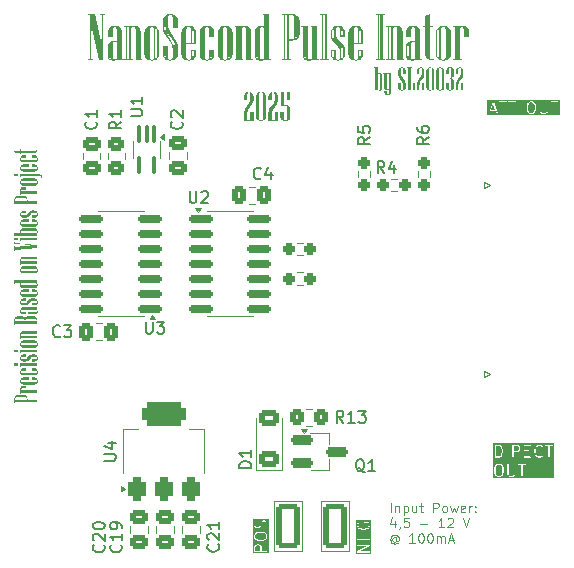
<source format=gto>
G04 #@! TF.GenerationSoftware,KiCad,Pcbnew,9.0.1*
G04 #@! TF.CreationDate,2025-06-27T23:51:54+02:00*
G04 #@! TF.ProjectId,NPI,4e50492e-6b69-4636-9164-5f7063625858,rev?*
G04 #@! TF.SameCoordinates,Original*
G04 #@! TF.FileFunction,Legend,Top*
G04 #@! TF.FilePolarity,Positive*
%FSLAX46Y46*%
G04 Gerber Fmt 4.6, Leading zero omitted, Abs format (unit mm)*
G04 Created by KiCad (PCBNEW 9.0.1) date 2025-06-27 23:51:54*
%MOMM*%
%LPD*%
G01*
G04 APERTURE LIST*
G04 Aperture macros list*
%AMRoundRect*
0 Rectangle with rounded corners*
0 $1 Rounding radius*
0 $2 $3 $4 $5 $6 $7 $8 $9 X,Y pos of 4 corners*
0 Add a 4 corners polygon primitive as box body*
4,1,4,$2,$3,$4,$5,$6,$7,$8,$9,$2,$3,0*
0 Add four circle primitives for the rounded corners*
1,1,$1+$1,$2,$3*
1,1,$1+$1,$4,$5*
1,1,$1+$1,$6,$7*
1,1,$1+$1,$8,$9*
0 Add four rect primitives between the rounded corners*
20,1,$1+$1,$2,$3,$4,$5,0*
20,1,$1+$1,$4,$5,$6,$7,0*
20,1,$1+$1,$6,$7,$8,$9,0*
20,1,$1+$1,$8,$9,$2,$3,0*%
G04 Aperture macros list end*
%ADD10C,0.100000*%
%ADD11C,0.150000*%
%ADD12C,0.120000*%
%ADD13RoundRect,0.237500X-0.237500X0.250000X-0.237500X-0.250000X0.237500X-0.250000X0.237500X0.250000X0*%
%ADD14R,5.080000X2.000000*%
%ADD15R,5.080000X1.500000*%
%ADD16C,3.200000*%
%ADD17RoundRect,0.375000X0.375000X-0.625000X0.375000X0.625000X-0.375000X0.625000X-0.375000X-0.625000X0*%
%ADD18RoundRect,0.500000X1.400000X-0.500000X1.400000X0.500000X-1.400000X0.500000X-1.400000X-0.500000X0*%
%ADD19RoundRect,0.150000X0.825000X0.150000X-0.825000X0.150000X-0.825000X-0.150000X0.825000X-0.150000X0*%
%ADD20RoundRect,0.150000X-0.825000X-0.150000X0.825000X-0.150000X0.825000X0.150000X-0.825000X0.150000X0*%
%ADD21RoundRect,0.100000X-0.100000X0.650000X-0.100000X-0.650000X0.100000X-0.650000X0.100000X0.650000X0*%
%ADD22RoundRect,0.250000X0.750000X-1.650000X0.750000X1.650000X-0.750000X1.650000X-0.750000X-1.650000X0*%
%ADD23RoundRect,0.250000X0.350000X0.450000X-0.350000X0.450000X-0.350000X-0.450000X0.350000X-0.450000X0*%
%ADD24RoundRect,0.237500X-0.250000X-0.237500X0.250000X-0.237500X0.250000X0.237500X-0.250000X0.237500X0*%
%ADD25RoundRect,0.250000X-0.450000X0.350000X-0.450000X-0.350000X0.450000X-0.350000X0.450000X0.350000X0*%
%ADD26RoundRect,0.200000X-0.750000X-0.200000X0.750000X-0.200000X0.750000X0.200000X-0.750000X0.200000X0*%
%ADD27RoundRect,0.250000X0.600000X-0.400000X0.600000X0.400000X-0.600000X0.400000X-0.600000X-0.400000X0*%
%ADD28RoundRect,0.250000X-0.475000X0.337500X-0.475000X-0.337500X0.475000X-0.337500X0.475000X0.337500X0*%
%ADD29RoundRect,0.250000X0.337500X0.475000X-0.337500X0.475000X-0.337500X-0.475000X0.337500X-0.475000X0*%
%ADD30RoundRect,0.250000X-0.337500X-0.475000X0.337500X-0.475000X0.337500X0.475000X-0.337500X0.475000X0*%
%ADD31RoundRect,0.250000X0.475000X-0.337500X0.475000X0.337500X-0.475000X0.337500X-0.475000X-0.337500X0*%
G04 APERTURE END LIST*
D10*
G36*
X40761170Y-126791491D02*
G01*
X40827835Y-126823489D01*
X40889326Y-126879187D01*
X40935913Y-126948714D01*
X40964012Y-127027121D01*
X40973712Y-127116957D01*
X40973712Y-127213921D01*
X41763105Y-127213921D01*
X41763105Y-127144190D01*
X41810000Y-127144190D01*
X41810000Y-127507623D01*
X41763105Y-127507623D01*
X41763105Y-127438014D01*
X39895136Y-127438014D01*
X39895136Y-127507623D01*
X39848241Y-127507623D01*
X39848241Y-127116957D01*
X39895136Y-127116957D01*
X39895136Y-127213921D01*
X40926817Y-127213921D01*
X40926817Y-127116957D01*
X40918518Y-127073890D01*
X40893600Y-127037700D01*
X40856966Y-127013076D01*
X40813367Y-127004849D01*
X40008586Y-127004849D01*
X39964987Y-127013076D01*
X39928353Y-127037700D01*
X39903435Y-127073890D01*
X39895136Y-127116957D01*
X39848241Y-127116957D01*
X39848241Y-127116835D01*
X39857938Y-127027080D01*
X39886034Y-126948712D01*
X39932627Y-126879187D01*
X39994118Y-126823489D01*
X40060783Y-126791491D01*
X40135104Y-126780757D01*
X40686849Y-126780757D01*
X40761170Y-126791491D01*
G37*
G36*
X40801765Y-126036793D02*
G01*
X40801765Y-126255390D01*
X40502812Y-126255390D01*
X40437190Y-126264869D01*
X40405576Y-126287445D01*
X40395345Y-126322435D01*
X40406579Y-126363651D01*
X40445903Y-126409874D01*
X41763105Y-126409874D01*
X41763105Y-126338799D01*
X41810000Y-126338799D01*
X41810000Y-126698080D01*
X41763105Y-126698080D01*
X41763105Y-126627006D01*
X40403161Y-126627006D01*
X40403161Y-126698080D01*
X40356266Y-126698080D01*
X40356266Y-126409874D01*
X40395345Y-126409874D01*
X40354739Y-126341673D01*
X40340635Y-126255390D01*
X40351302Y-126175537D01*
X40380482Y-126117344D01*
X40427755Y-126075161D01*
X40497654Y-126047367D01*
X40598677Y-126036793D01*
X40801765Y-126036793D01*
G37*
G36*
X41106580Y-125706332D02*
G01*
X41666018Y-125706332D01*
X41731451Y-125694130D01*
X41766263Y-125662552D01*
X41778736Y-125608025D01*
X41766284Y-125554442D01*
X41731316Y-125523200D01*
X41665163Y-125511060D01*
X41364501Y-125511060D01*
X41364501Y-125292463D01*
X41538768Y-125292463D01*
X41615415Y-125302498D01*
X41682509Y-125331921D01*
X41742588Y-125381978D01*
X41788200Y-125445834D01*
X41815945Y-125520195D01*
X41825631Y-125608025D01*
X41815991Y-125695811D01*
X41788337Y-125770440D01*
X41742833Y-125834804D01*
X41682867Y-125885243D01*
X41615977Y-125914843D01*
X41539623Y-125924930D01*
X40626643Y-125924930D01*
X40550288Y-125914843D01*
X40483398Y-125885243D01*
X40423433Y-125834804D01*
X40377929Y-125770440D01*
X40350275Y-125695811D01*
X40340635Y-125608025D01*
X40387529Y-125608025D01*
X40400064Y-125662470D01*
X40435134Y-125694087D01*
X40501224Y-125706332D01*
X41059685Y-125706332D01*
X41059685Y-125511060D01*
X40501224Y-125511060D01*
X40434989Y-125523205D01*
X40399989Y-125554452D01*
X40387529Y-125608025D01*
X40340635Y-125608025D01*
X40350309Y-125520186D01*
X40378016Y-125445826D01*
X40423555Y-125381978D01*
X40483554Y-125331911D01*
X40550528Y-125302493D01*
X40627009Y-125292463D01*
X41106580Y-125292463D01*
X41106580Y-125706332D01*
G37*
G36*
X41538768Y-124520655D02*
G01*
X41615415Y-124530690D01*
X41682509Y-124560113D01*
X41742588Y-124610170D01*
X41788200Y-124674027D01*
X41815945Y-124748387D01*
X41825631Y-124836217D01*
X41815991Y-124924004D01*
X41788337Y-124998632D01*
X41742833Y-125062997D01*
X41682867Y-125113435D01*
X41615977Y-125143036D01*
X41539623Y-125153122D01*
X40626643Y-125153122D01*
X40550288Y-125143036D01*
X40483398Y-125113435D01*
X40423433Y-125062997D01*
X40377929Y-124998632D01*
X40350275Y-124924004D01*
X40340635Y-124836217D01*
X40350321Y-124748387D01*
X40378066Y-124674027D01*
X40423677Y-124610170D01*
X40483756Y-124560113D01*
X40550851Y-124530690D01*
X40627498Y-124520655D01*
X40801765Y-124520655D01*
X40801765Y-124739253D01*
X40501102Y-124739253D01*
X40434949Y-124751393D01*
X40399982Y-124782634D01*
X40387529Y-124836217D01*
X40400010Y-124890734D01*
X40434855Y-124922317D01*
X40500369Y-124934525D01*
X41665896Y-124934525D01*
X41731411Y-124922317D01*
X41766255Y-124890734D01*
X41778736Y-124836217D01*
X41766284Y-124782634D01*
X41731316Y-124751393D01*
X41665163Y-124739253D01*
X41364501Y-124739253D01*
X41364501Y-124520655D01*
X41538768Y-124520655D01*
G37*
G36*
X40184319Y-124133653D02*
G01*
X40184319Y-124352250D01*
X39848241Y-124352250D01*
X39848241Y-124133653D01*
X40184319Y-124133653D01*
G37*
G36*
X41810000Y-124064043D02*
G01*
X41810000Y-124421981D01*
X41763105Y-124421981D01*
X41763105Y-124352250D01*
X40403161Y-124352250D01*
X40403161Y-124421981D01*
X40356266Y-124421981D01*
X40356266Y-124133653D01*
X41763105Y-124133653D01*
X41763105Y-124064043D01*
X41810000Y-124064043D01*
G37*
G36*
X41538890Y-123366730D02*
G01*
X41616970Y-123375996D01*
X41683788Y-123402758D01*
X41741978Y-123447330D01*
X41787892Y-123509173D01*
X41815844Y-123581931D01*
X41825631Y-123668736D01*
X41815909Y-123755503D01*
X41788149Y-123828225D01*
X41742588Y-123890020D01*
X41682756Y-123938018D01*
X41615648Y-123966402D01*
X41538768Y-123976116D01*
X41364501Y-123976116D01*
X41364501Y-123757519D01*
X41665163Y-123757519D01*
X41732234Y-123746005D01*
X41766757Y-123717040D01*
X41778736Y-123668736D01*
X41767059Y-123622938D01*
X41733020Y-123595140D01*
X41666140Y-123583984D01*
X41450718Y-123583984D01*
X41363306Y-123593304D01*
X41294265Y-123619205D01*
X41239448Y-123660554D01*
X41011692Y-123890020D01*
X40949653Y-123935998D01*
X40868353Y-123965369D01*
X40761953Y-123976116D01*
X40627498Y-123976116D01*
X40549560Y-123966619D01*
X40482276Y-123939049D01*
X40423066Y-123892829D01*
X40377968Y-123832726D01*
X40350358Y-123760932D01*
X40340635Y-123674110D01*
X40350358Y-123587372D01*
X40377967Y-123515661D01*
X40423066Y-123455635D01*
X40482284Y-123409342D01*
X40549569Y-123381735D01*
X40627498Y-123372226D01*
X40801765Y-123372226D01*
X40801765Y-123589480D01*
X40501102Y-123589480D01*
X40433554Y-123600673D01*
X40399263Y-123628505D01*
X40387529Y-123674232D01*
X40399109Y-123719105D01*
X40433030Y-123746486D01*
X40500003Y-123757519D01*
X40693565Y-123757519D01*
X40781068Y-123748319D01*
X40849609Y-123722859D01*
X40903492Y-123682414D01*
X41131249Y-123452826D01*
X41194107Y-123406800D01*
X41275948Y-123377448D01*
X41382452Y-123366730D01*
X41538890Y-123366730D01*
G37*
G36*
X40184319Y-122982780D02*
G01*
X40184319Y-123201378D01*
X39848241Y-123201378D01*
X39848241Y-122982780D01*
X40184319Y-122982780D01*
G37*
G36*
X41810000Y-122913171D02*
G01*
X41810000Y-123271109D01*
X41763105Y-123271109D01*
X41763105Y-123201378D01*
X40403161Y-123201378D01*
X40403161Y-123271109D01*
X40356266Y-123271109D01*
X40356266Y-122982780D01*
X41763105Y-122982780D01*
X41763105Y-122913171D01*
X41810000Y-122913171D01*
G37*
G36*
X41616019Y-122191816D02*
G01*
X41682912Y-122221231D01*
X41742833Y-122271301D01*
X41788300Y-122335140D01*
X41815969Y-122409501D01*
X41825631Y-122497348D01*
X41815991Y-122585134D01*
X41788337Y-122659763D01*
X41742833Y-122724127D01*
X41682867Y-122774566D01*
X41615977Y-122804166D01*
X41539623Y-122814253D01*
X40626643Y-122814253D01*
X40550288Y-122804166D01*
X40483398Y-122774566D01*
X40423433Y-122724127D01*
X40377929Y-122659763D01*
X40350275Y-122585134D01*
X40340635Y-122497348D01*
X40387529Y-122497348D01*
X40400010Y-122551865D01*
X40434855Y-122583448D01*
X40500369Y-122595655D01*
X41665896Y-122595655D01*
X41731411Y-122583448D01*
X41766255Y-122551865D01*
X41778736Y-122497348D01*
X41766329Y-122443704D01*
X41731555Y-122412491D01*
X41665896Y-122400383D01*
X40500369Y-122400383D01*
X40434711Y-122412491D01*
X40399936Y-122443704D01*
X40387529Y-122497348D01*
X40340635Y-122497348D01*
X40350296Y-122409501D01*
X40377965Y-122335140D01*
X40423433Y-122271301D01*
X40483354Y-122221231D01*
X40550246Y-122191816D01*
X40626643Y-122181786D01*
X41539623Y-122181786D01*
X41616019Y-122191816D01*
G37*
G36*
X41810000Y-121326570D02*
G01*
X41810000Y-121613555D01*
X40502079Y-121613555D01*
X40438872Y-121624258D01*
X40406513Y-121651060D01*
X40395345Y-121695498D01*
X40407106Y-121745610D01*
X40445903Y-121796615D01*
X41763105Y-121796615D01*
X41763105Y-121725540D01*
X41810000Y-121725540D01*
X41810000Y-122084822D01*
X41763105Y-122084822D01*
X41763105Y-122013747D01*
X40403161Y-122013747D01*
X40403161Y-122084822D01*
X40356266Y-122084822D01*
X40356266Y-121796615D01*
X40395345Y-121796615D01*
X40365696Y-121752765D01*
X40347215Y-121699436D01*
X40340635Y-121634071D01*
X40351742Y-121545590D01*
X40381795Y-121481991D01*
X40429643Y-121436714D01*
X40499149Y-121407361D01*
X40598311Y-121396301D01*
X41763105Y-121396301D01*
X41763105Y-121326570D01*
X41810000Y-121326570D01*
G37*
G36*
X40592408Y-120135749D02*
G01*
X40661376Y-120170556D01*
X40719122Y-120229638D01*
X40766594Y-120319068D01*
X40817068Y-120229427D01*
X40876662Y-120170285D01*
X40946315Y-120135616D01*
X41029521Y-120123674D01*
X41522281Y-120123674D01*
X41596853Y-120134415D01*
X41663720Y-120166421D01*
X41725369Y-120222103D01*
X41772106Y-120291646D01*
X41800278Y-120370013D01*
X41810000Y-120459752D01*
X41810000Y-120850540D01*
X41763105Y-120850540D01*
X41763105Y-120780931D01*
X39895136Y-120780931D01*
X39895136Y-120850540D01*
X39848241Y-120850540D01*
X39848241Y-120459874D01*
X39895136Y-120459874D01*
X39895136Y-120556838D01*
X40747055Y-120556838D01*
X40747055Y-120459874D01*
X40793949Y-120459874D01*
X40793949Y-120556838D01*
X41763105Y-120556838D01*
X41763105Y-120459874D01*
X41754832Y-120416797D01*
X41730010Y-120380617D01*
X41693393Y-120355987D01*
X41649898Y-120347766D01*
X40907156Y-120347766D01*
X40863682Y-120355991D01*
X40827166Y-120380617D01*
X40802249Y-120416807D01*
X40793949Y-120459874D01*
X40747055Y-120459874D01*
X40738835Y-120416778D01*
X40714204Y-120380617D01*
X40677823Y-120355984D01*
X40634581Y-120347766D01*
X40007609Y-120347766D01*
X39964388Y-120355988D01*
X39928108Y-120380617D01*
X39903382Y-120416788D01*
X39895136Y-120459874D01*
X39848241Y-120459874D01*
X39848241Y-120459752D01*
X39857852Y-120369943D01*
X39885680Y-120291570D01*
X39931772Y-120222103D01*
X39992712Y-120166355D01*
X40058689Y-120134387D01*
X40132173Y-120123674D01*
X40508429Y-120123674D01*
X40592408Y-120135749D01*
G37*
G36*
X41810000Y-119588171D02*
G01*
X41770921Y-119588171D01*
X41800813Y-119631991D01*
X41819176Y-119683673D01*
X41825631Y-119745341D01*
X41814652Y-119831354D01*
X41784859Y-119893405D01*
X41737207Y-119937793D01*
X41667653Y-119966697D01*
X41568077Y-119977616D01*
X41244944Y-119977616D01*
X41146022Y-119964332D01*
X41073847Y-119927957D01*
X41021448Y-119868940D01*
X40986875Y-119781543D01*
X40973712Y-119655094D01*
X40973712Y-119652407D01*
X41020607Y-119652407D01*
X41028084Y-119700429D01*
X41048113Y-119731953D01*
X41081092Y-119751573D01*
X41132348Y-119759019D01*
X41663332Y-119759019D01*
X41727949Y-119748831D01*
X41760127Y-119723899D01*
X41770921Y-119683792D01*
X41759521Y-119638418D01*
X41720362Y-119588171D01*
X41020607Y-119588171D01*
X41020607Y-119652407D01*
X40973712Y-119652407D01*
X40973712Y-119588171D01*
X40500369Y-119588171D01*
X40432980Y-119599109D01*
X40399045Y-119626122D01*
X40387529Y-119670115D01*
X40399000Y-119713204D01*
X40433041Y-119739861D01*
X40501102Y-119750715D01*
X40801765Y-119750715D01*
X40801765Y-119969312D01*
X40627498Y-119969312D01*
X40543998Y-119959714D01*
X40475608Y-119932523D01*
X40418914Y-119888101D01*
X40376386Y-119829552D01*
X40350015Y-119758097D01*
X40340635Y-119670115D01*
X40350051Y-119581233D01*
X40376423Y-119509636D01*
X40418792Y-119451517D01*
X40475360Y-119407448D01*
X40543631Y-119380451D01*
X40627009Y-119370917D01*
X41763105Y-119370917D01*
X41763105Y-119299965D01*
X41810000Y-119299965D01*
X41810000Y-119588171D01*
G37*
G36*
X41538890Y-118618649D02*
G01*
X41616970Y-118627915D01*
X41683788Y-118654677D01*
X41741978Y-118699249D01*
X41787892Y-118761092D01*
X41815844Y-118833851D01*
X41825631Y-118920655D01*
X41815909Y-119007422D01*
X41788149Y-119080144D01*
X41742588Y-119141939D01*
X41682756Y-119189937D01*
X41615648Y-119218321D01*
X41538768Y-119228035D01*
X41364501Y-119228035D01*
X41364501Y-119009438D01*
X41665163Y-119009438D01*
X41732234Y-118997924D01*
X41766757Y-118968959D01*
X41778736Y-118920655D01*
X41767059Y-118874857D01*
X41733020Y-118847059D01*
X41666140Y-118835903D01*
X41450718Y-118835903D01*
X41363306Y-118845223D01*
X41294265Y-118871124D01*
X41239448Y-118912473D01*
X41011692Y-119141939D01*
X40949653Y-119187917D01*
X40868353Y-119217288D01*
X40761953Y-119228035D01*
X40627498Y-119228035D01*
X40549560Y-119218538D01*
X40482276Y-119190968D01*
X40423066Y-119144748D01*
X40377968Y-119084645D01*
X40350358Y-119012851D01*
X40340635Y-118926029D01*
X40350358Y-118839291D01*
X40377967Y-118767580D01*
X40423066Y-118707554D01*
X40482284Y-118661261D01*
X40549569Y-118633654D01*
X40627498Y-118624145D01*
X40801765Y-118624145D01*
X40801765Y-118841399D01*
X40501102Y-118841399D01*
X40433554Y-118852592D01*
X40399263Y-118880424D01*
X40387529Y-118926151D01*
X40399109Y-118971024D01*
X40433030Y-118998405D01*
X40500003Y-119009438D01*
X40693565Y-119009438D01*
X40781068Y-119000238D01*
X40849609Y-118974778D01*
X40903492Y-118934333D01*
X41131249Y-118704745D01*
X41194107Y-118658719D01*
X41275948Y-118629367D01*
X41382452Y-118618649D01*
X41538890Y-118618649D01*
G37*
G36*
X41106580Y-118271580D02*
G01*
X41666018Y-118271580D01*
X41731451Y-118259378D01*
X41766263Y-118227799D01*
X41778736Y-118173272D01*
X41766284Y-118119689D01*
X41731316Y-118088448D01*
X41665163Y-118076308D01*
X41364501Y-118076308D01*
X41364501Y-117857711D01*
X41538768Y-117857711D01*
X41615415Y-117867746D01*
X41682509Y-117897169D01*
X41742588Y-117947226D01*
X41788200Y-118011082D01*
X41815945Y-118085442D01*
X41825631Y-118173272D01*
X41815991Y-118261059D01*
X41788337Y-118335688D01*
X41742833Y-118400052D01*
X41682867Y-118450491D01*
X41615977Y-118480091D01*
X41539623Y-118490177D01*
X40626643Y-118490177D01*
X40550288Y-118480091D01*
X40483398Y-118450491D01*
X40423433Y-118400052D01*
X40377929Y-118335688D01*
X40350275Y-118261059D01*
X40340635Y-118173272D01*
X40387529Y-118173272D01*
X40400064Y-118227718D01*
X40435134Y-118259335D01*
X40501224Y-118271580D01*
X41059685Y-118271580D01*
X41059685Y-118076308D01*
X40501224Y-118076308D01*
X40434989Y-118088453D01*
X40399989Y-118119699D01*
X40387529Y-118173272D01*
X40340635Y-118173272D01*
X40350309Y-118085434D01*
X40378016Y-118011073D01*
X40423555Y-117947226D01*
X40483554Y-117897159D01*
X40550528Y-117867741D01*
X40627009Y-117857711D01*
X41106580Y-117857711D01*
X41106580Y-118271580D01*
G37*
G36*
X41810000Y-117315369D02*
G01*
X41770921Y-117315369D01*
X41800569Y-117359219D01*
X41819050Y-117412549D01*
X41825631Y-117477913D01*
X41814532Y-117566421D01*
X41784506Y-117630025D01*
X41736716Y-117675292D01*
X41667313Y-117704631D01*
X41568321Y-117715683D01*
X40597944Y-117715683D01*
X40498952Y-117704631D01*
X40429550Y-117675292D01*
X40381760Y-117630025D01*
X40351733Y-117566421D01*
X40340635Y-117477913D01*
X40346819Y-117416486D01*
X40395345Y-117416486D01*
X40406445Y-117460048D01*
X40438790Y-117486481D01*
X40502323Y-117497086D01*
X41663942Y-117497086D01*
X41727476Y-117486481D01*
X41759821Y-117460048D01*
X41770921Y-117416486D01*
X41759159Y-117366374D01*
X41720362Y-117315369D01*
X40445903Y-117315369D01*
X40407106Y-117366374D01*
X40395345Y-117416486D01*
X40346819Y-117416486D01*
X40347215Y-117412549D01*
X40365696Y-117359219D01*
X40395345Y-117315369D01*
X39895136Y-117315369D01*
X39895136Y-117385101D01*
X39848241Y-117385101D01*
X39848241Y-117096772D01*
X41763105Y-117096772D01*
X41763105Y-117027163D01*
X41810000Y-117027163D01*
X41810000Y-117315369D01*
G37*
G36*
X41616019Y-115896212D02*
G01*
X41682912Y-115925628D01*
X41742833Y-115975697D01*
X41788300Y-116039536D01*
X41815969Y-116113897D01*
X41825631Y-116201744D01*
X41815991Y-116289531D01*
X41788337Y-116364159D01*
X41742833Y-116428524D01*
X41682867Y-116478962D01*
X41615977Y-116508563D01*
X41539623Y-116518649D01*
X40626643Y-116518649D01*
X40550288Y-116508563D01*
X40483398Y-116478962D01*
X40423433Y-116428524D01*
X40377929Y-116364159D01*
X40350275Y-116289531D01*
X40340635Y-116201744D01*
X40387529Y-116201744D01*
X40400010Y-116256261D01*
X40434855Y-116287844D01*
X40500369Y-116300052D01*
X41665896Y-116300052D01*
X41731411Y-116287844D01*
X41766255Y-116256261D01*
X41778736Y-116201744D01*
X41766329Y-116148101D01*
X41731555Y-116116888D01*
X41665896Y-116104780D01*
X40500369Y-116104780D01*
X40434711Y-116116888D01*
X40399936Y-116148101D01*
X40387529Y-116201744D01*
X40340635Y-116201744D01*
X40350296Y-116113897D01*
X40377965Y-116039536D01*
X40423433Y-115975697D01*
X40483354Y-115925628D01*
X40550246Y-115896212D01*
X40626643Y-115886182D01*
X41539623Y-115886182D01*
X41616019Y-115896212D01*
G37*
G36*
X41810000Y-115030966D02*
G01*
X41810000Y-115317951D01*
X40502079Y-115317951D01*
X40438872Y-115328654D01*
X40406513Y-115355456D01*
X40395345Y-115399895D01*
X40407106Y-115450006D01*
X40445903Y-115501011D01*
X41763105Y-115501011D01*
X41763105Y-115429937D01*
X41810000Y-115429937D01*
X41810000Y-115789218D01*
X41763105Y-115789218D01*
X41763105Y-115718143D01*
X40403161Y-115718143D01*
X40403161Y-115789218D01*
X40356266Y-115789218D01*
X40356266Y-115501011D01*
X40395345Y-115501011D01*
X40365696Y-115457162D01*
X40347215Y-115403832D01*
X40340635Y-115338468D01*
X40351742Y-115249987D01*
X40381795Y-115186388D01*
X40429643Y-115141110D01*
X40499149Y-115111757D01*
X40598311Y-115100697D01*
X41763105Y-115100697D01*
X41763105Y-115030966D01*
X41810000Y-115030966D01*
G37*
G36*
X39895136Y-113841748D02*
G01*
X39895136Y-113911479D01*
X41810000Y-114108217D01*
X41810000Y-114330844D01*
X39895136Y-114514026D01*
X39895136Y-114583635D01*
X39848241Y-114583635D01*
X39848241Y-114220202D01*
X39895136Y-114220202D01*
X39895136Y-114289933D01*
X41577480Y-114143754D01*
X39895136Y-113981088D01*
X39895136Y-114052163D01*
X39848241Y-114052163D01*
X39848241Y-113841748D01*
X39895136Y-113841748D01*
G37*
G36*
X40184319Y-113504204D02*
G01*
X40184319Y-113722801D01*
X39848241Y-113722801D01*
X39848241Y-113504204D01*
X40184319Y-113504204D01*
G37*
G36*
X41810000Y-113434595D02*
G01*
X41810000Y-113792533D01*
X41763105Y-113792533D01*
X41763105Y-113722801D01*
X40403161Y-113722801D01*
X40403161Y-113792533D01*
X40356266Y-113792533D01*
X40356266Y-113504204D01*
X41763105Y-113504204D01*
X41763105Y-113434595D01*
X41810000Y-113434595D01*
G37*
G36*
X41667313Y-112705958D02*
G01*
X41736716Y-112735297D01*
X41784506Y-112780564D01*
X41814532Y-112844168D01*
X41825631Y-112932676D01*
X41819050Y-112998040D01*
X41800569Y-113051370D01*
X41770921Y-113095219D01*
X41810000Y-113095219D01*
X41810000Y-113383548D01*
X41763105Y-113383548D01*
X41763105Y-113312473D01*
X39895136Y-113312473D01*
X39895136Y-113383548D01*
X39848241Y-113383548D01*
X39848241Y-113095219D01*
X40395345Y-113095219D01*
X40365696Y-113051370D01*
X40347215Y-112998040D01*
X40346819Y-112994103D01*
X40395345Y-112994103D01*
X40407106Y-113044214D01*
X40445903Y-113095219D01*
X41720362Y-113095219D01*
X41759159Y-113044214D01*
X41770921Y-112994103D01*
X41759821Y-112950541D01*
X41727476Y-112924108D01*
X41663942Y-112913503D01*
X40502323Y-112913503D01*
X40438790Y-112924108D01*
X40406445Y-112950541D01*
X40395345Y-112994103D01*
X40346819Y-112994103D01*
X40340635Y-112932676D01*
X40351733Y-112844168D01*
X40381760Y-112780564D01*
X40429550Y-112735297D01*
X40498952Y-112705958D01*
X40597944Y-112694905D01*
X41568321Y-112694905D01*
X41667313Y-112705958D01*
G37*
G36*
X41106580Y-112335502D02*
G01*
X41666018Y-112335502D01*
X41731451Y-112323300D01*
X41766263Y-112291721D01*
X41778736Y-112237194D01*
X41766284Y-112183611D01*
X41731316Y-112152370D01*
X41665163Y-112140230D01*
X41364501Y-112140230D01*
X41364501Y-111921632D01*
X41538768Y-111921632D01*
X41615415Y-111931667D01*
X41682509Y-111961090D01*
X41742588Y-112011147D01*
X41788200Y-112075004D01*
X41815945Y-112149364D01*
X41825631Y-112237194D01*
X41815991Y-112324981D01*
X41788337Y-112399609D01*
X41742833Y-112463974D01*
X41682867Y-112514412D01*
X41615977Y-112544013D01*
X41539623Y-112554099D01*
X40626643Y-112554099D01*
X40550288Y-112544013D01*
X40483398Y-112514412D01*
X40423433Y-112463974D01*
X40377929Y-112399609D01*
X40350275Y-112324981D01*
X40340635Y-112237194D01*
X40387529Y-112237194D01*
X40400064Y-112291640D01*
X40435134Y-112323257D01*
X40501224Y-112335502D01*
X41059685Y-112335502D01*
X41059685Y-112140230D01*
X40501224Y-112140230D01*
X40434989Y-112152375D01*
X40399989Y-112183621D01*
X40387529Y-112237194D01*
X40340635Y-112237194D01*
X40350309Y-112149356D01*
X40378016Y-112074995D01*
X40423555Y-112011147D01*
X40483554Y-111961081D01*
X40550528Y-111931663D01*
X40627009Y-111921632D01*
X41106580Y-111921632D01*
X41106580Y-112335502D01*
G37*
G36*
X41538890Y-111183897D02*
G01*
X41616970Y-111193162D01*
X41683788Y-111219924D01*
X41741978Y-111264497D01*
X41787892Y-111326339D01*
X41815844Y-111399098D01*
X41825631Y-111485903D01*
X41815909Y-111572670D01*
X41788149Y-111645392D01*
X41742588Y-111707187D01*
X41682756Y-111755185D01*
X41615648Y-111783569D01*
X41538768Y-111793283D01*
X41364501Y-111793283D01*
X41364501Y-111574685D01*
X41665163Y-111574685D01*
X41732234Y-111563172D01*
X41766757Y-111534207D01*
X41778736Y-111485903D01*
X41767059Y-111440105D01*
X41733020Y-111412307D01*
X41666140Y-111401151D01*
X41450718Y-111401151D01*
X41363306Y-111410471D01*
X41294265Y-111436372D01*
X41239448Y-111477721D01*
X41011692Y-111707187D01*
X40949653Y-111753165D01*
X40868353Y-111782536D01*
X40761953Y-111793283D01*
X40627498Y-111793283D01*
X40549560Y-111783786D01*
X40482276Y-111756215D01*
X40423066Y-111709996D01*
X40377968Y-111649893D01*
X40350358Y-111578099D01*
X40340635Y-111491277D01*
X40350358Y-111404539D01*
X40377967Y-111332827D01*
X40423066Y-111272801D01*
X40482284Y-111226509D01*
X40549569Y-111198901D01*
X40627498Y-111189392D01*
X40801765Y-111189392D01*
X40801765Y-111406646D01*
X40501102Y-111406646D01*
X40433554Y-111417840D01*
X40399263Y-111445672D01*
X40387529Y-111491399D01*
X40399109Y-111536272D01*
X40433030Y-111563653D01*
X40500003Y-111574685D01*
X40693565Y-111574685D01*
X40781068Y-111565486D01*
X40849609Y-111540026D01*
X40903492Y-111499581D01*
X41131249Y-111269993D01*
X41194107Y-111223967D01*
X41275948Y-111194614D01*
X41382452Y-111183897D01*
X41538890Y-111183897D01*
G37*
G36*
X40761170Y-109948504D02*
G01*
X40827835Y-109980502D01*
X40889326Y-110036200D01*
X40935913Y-110105727D01*
X40964012Y-110184134D01*
X40973712Y-110273970D01*
X40973712Y-110370935D01*
X41763105Y-110370935D01*
X41763105Y-110301203D01*
X41810000Y-110301203D01*
X41810000Y-110664637D01*
X41763105Y-110664637D01*
X41763105Y-110595027D01*
X39895136Y-110595027D01*
X39895136Y-110664637D01*
X39848241Y-110664637D01*
X39848241Y-110273970D01*
X39895136Y-110273970D01*
X39895136Y-110370935D01*
X40926817Y-110370935D01*
X40926817Y-110273970D01*
X40918518Y-110230903D01*
X40893600Y-110194713D01*
X40856966Y-110170089D01*
X40813367Y-110161863D01*
X40008586Y-110161863D01*
X39964987Y-110170089D01*
X39928353Y-110194713D01*
X39903435Y-110230903D01*
X39895136Y-110273970D01*
X39848241Y-110273970D01*
X39848241Y-110273848D01*
X39857938Y-110184093D01*
X39886034Y-110105725D01*
X39932627Y-110036200D01*
X39994118Y-109980502D01*
X40060783Y-109948504D01*
X40135104Y-109937770D01*
X40686849Y-109937770D01*
X40761170Y-109948504D01*
G37*
G36*
X40801765Y-109193806D02*
G01*
X40801765Y-109412404D01*
X40502812Y-109412404D01*
X40437190Y-109421882D01*
X40405576Y-109444458D01*
X40395345Y-109479448D01*
X40406579Y-109520665D01*
X40445903Y-109566887D01*
X41763105Y-109566887D01*
X41763105Y-109495812D01*
X41810000Y-109495812D01*
X41810000Y-109855094D01*
X41763105Y-109855094D01*
X41763105Y-109784019D01*
X40403161Y-109784019D01*
X40403161Y-109855094D01*
X40356266Y-109855094D01*
X40356266Y-109566887D01*
X40395345Y-109566887D01*
X40354739Y-109498686D01*
X40340635Y-109412404D01*
X40351302Y-109332550D01*
X40380482Y-109274357D01*
X40427755Y-109232174D01*
X40497654Y-109204380D01*
X40598677Y-109193806D01*
X40801765Y-109193806D01*
G37*
G36*
X41616019Y-108459506D02*
G01*
X41682912Y-108488922D01*
X41742833Y-108538991D01*
X41788300Y-108602830D01*
X41815969Y-108677191D01*
X41825631Y-108765038D01*
X41815991Y-108852825D01*
X41788337Y-108927453D01*
X41742833Y-108991817D01*
X41682867Y-109042256D01*
X41615977Y-109071857D01*
X41539623Y-109081943D01*
X40626643Y-109081943D01*
X40550288Y-109071857D01*
X40483398Y-109042256D01*
X40423433Y-108991817D01*
X40377929Y-108927453D01*
X40350275Y-108852825D01*
X40340635Y-108765038D01*
X40387529Y-108765038D01*
X40400010Y-108819555D01*
X40434855Y-108851138D01*
X40500369Y-108863346D01*
X41665896Y-108863346D01*
X41731411Y-108851138D01*
X41766255Y-108819555D01*
X41778736Y-108765038D01*
X41766329Y-108711394D01*
X41731555Y-108680181D01*
X41665896Y-108668073D01*
X40500369Y-108668073D01*
X40434711Y-108680181D01*
X40399936Y-108711394D01*
X40387529Y-108765038D01*
X40340635Y-108765038D01*
X40350296Y-108677191D01*
X40377965Y-108602830D01*
X40423433Y-108538991D01*
X40483354Y-108488922D01*
X40550246Y-108459506D01*
X40626643Y-108449476D01*
X41539623Y-108449476D01*
X41616019Y-108459506D01*
G37*
G36*
X40184319Y-108061496D02*
G01*
X40184319Y-108278750D01*
X39848241Y-108278750D01*
X39848241Y-108061496D01*
X40184319Y-108061496D01*
G37*
G36*
X41915635Y-108061496D02*
G01*
X41990916Y-108071469D01*
X42057391Y-108100831D01*
X42117501Y-108151011D01*
X42163266Y-108214958D01*
X42191083Y-108289323D01*
X42200788Y-108377058D01*
X42200788Y-108446789D01*
X42153893Y-108446789D01*
X42153893Y-108377058D01*
X42141443Y-108322500D01*
X42106728Y-108290936D01*
X42041542Y-108278750D01*
X40403161Y-108278750D01*
X40403161Y-108348482D01*
X40356266Y-108348482D01*
X40356266Y-108061496D01*
X41915635Y-108061496D01*
G37*
G36*
X41106580Y-107667533D02*
G01*
X41666018Y-107667533D01*
X41731451Y-107655330D01*
X41766263Y-107623752D01*
X41778736Y-107569225D01*
X41766284Y-107515642D01*
X41731316Y-107484400D01*
X41665163Y-107472260D01*
X41364501Y-107472260D01*
X41364501Y-107253663D01*
X41538768Y-107253663D01*
X41615415Y-107263698D01*
X41682509Y-107293121D01*
X41742588Y-107343178D01*
X41788200Y-107407035D01*
X41815945Y-107481395D01*
X41825631Y-107569225D01*
X41815991Y-107657012D01*
X41788337Y-107731640D01*
X41742833Y-107796004D01*
X41682867Y-107846443D01*
X41615977Y-107876044D01*
X41539623Y-107886130D01*
X40626643Y-107886130D01*
X40550288Y-107876044D01*
X40483398Y-107846443D01*
X40423433Y-107796004D01*
X40377929Y-107731640D01*
X40350275Y-107657012D01*
X40340635Y-107569225D01*
X40387529Y-107569225D01*
X40400064Y-107623670D01*
X40435134Y-107655288D01*
X40501224Y-107667533D01*
X41059685Y-107667533D01*
X41059685Y-107472260D01*
X40501224Y-107472260D01*
X40434989Y-107484406D01*
X40399989Y-107515652D01*
X40387529Y-107569225D01*
X40340635Y-107569225D01*
X40350309Y-107481386D01*
X40378016Y-107407026D01*
X40423555Y-107343178D01*
X40483554Y-107293111D01*
X40550528Y-107263694D01*
X40627009Y-107253663D01*
X41106580Y-107253663D01*
X41106580Y-107667533D01*
G37*
G36*
X41538768Y-106481856D02*
G01*
X41615415Y-106491891D01*
X41682509Y-106521314D01*
X41742588Y-106571371D01*
X41788200Y-106635227D01*
X41815945Y-106709587D01*
X41825631Y-106797418D01*
X41815991Y-106885204D01*
X41788337Y-106959833D01*
X41742833Y-107024197D01*
X41682867Y-107074636D01*
X41615977Y-107104236D01*
X41539623Y-107114323D01*
X40626643Y-107114323D01*
X40550288Y-107104236D01*
X40483398Y-107074636D01*
X40423433Y-107024197D01*
X40377929Y-106959833D01*
X40350275Y-106885204D01*
X40340635Y-106797418D01*
X40350321Y-106709587D01*
X40378066Y-106635227D01*
X40423677Y-106571371D01*
X40483756Y-106521314D01*
X40550851Y-106491891D01*
X40627498Y-106481856D01*
X40801765Y-106481856D01*
X40801765Y-106700453D01*
X40501102Y-106700453D01*
X40434949Y-106712593D01*
X40399982Y-106743834D01*
X40387529Y-106797418D01*
X40400010Y-106851934D01*
X40434855Y-106883518D01*
X40500369Y-106895725D01*
X41665896Y-106895725D01*
X41731411Y-106883518D01*
X41766255Y-106851934D01*
X41778736Y-106797418D01*
X41766284Y-106743834D01*
X41731316Y-106712593D01*
X41665163Y-106700453D01*
X41364501Y-106700453D01*
X41364501Y-106481856D01*
X41538768Y-106481856D01*
G37*
G36*
X41810000Y-105941835D02*
G01*
X41810000Y-106011566D01*
X41800282Y-106099293D01*
X41772427Y-106173657D01*
X41726591Y-106237613D01*
X41666248Y-106287784D01*
X41599527Y-106317152D01*
X41523991Y-106327128D01*
X40403161Y-106327128D01*
X40403161Y-106398203D01*
X40356266Y-106398203D01*
X40356266Y-106327128D01*
X39949846Y-106327128D01*
X39848241Y-106109874D01*
X40356266Y-106109874D01*
X40356266Y-105952826D01*
X40403161Y-105952826D01*
X40403161Y-106109874D01*
X41650631Y-106109874D01*
X41715899Y-106097682D01*
X41750647Y-106066114D01*
X41763105Y-106011566D01*
X41763105Y-105941835D01*
X41810000Y-105941835D01*
G37*
X71706265Y-136720985D02*
X71706265Y-135920985D01*
X72087217Y-136187651D02*
X72087217Y-136720985D01*
X72087217Y-136263842D02*
X72125312Y-136225747D01*
X72125312Y-136225747D02*
X72201502Y-136187651D01*
X72201502Y-136187651D02*
X72315788Y-136187651D01*
X72315788Y-136187651D02*
X72391979Y-136225747D01*
X72391979Y-136225747D02*
X72430074Y-136301937D01*
X72430074Y-136301937D02*
X72430074Y-136720985D01*
X72811027Y-136187651D02*
X72811027Y-136987651D01*
X72811027Y-136225747D02*
X72887217Y-136187651D01*
X72887217Y-136187651D02*
X73039598Y-136187651D01*
X73039598Y-136187651D02*
X73115789Y-136225747D01*
X73115789Y-136225747D02*
X73153884Y-136263842D01*
X73153884Y-136263842D02*
X73191979Y-136340032D01*
X73191979Y-136340032D02*
X73191979Y-136568604D01*
X73191979Y-136568604D02*
X73153884Y-136644794D01*
X73153884Y-136644794D02*
X73115789Y-136682890D01*
X73115789Y-136682890D02*
X73039598Y-136720985D01*
X73039598Y-136720985D02*
X72887217Y-136720985D01*
X72887217Y-136720985D02*
X72811027Y-136682890D01*
X73877694Y-136187651D02*
X73877694Y-136720985D01*
X73534837Y-136187651D02*
X73534837Y-136606699D01*
X73534837Y-136606699D02*
X73572932Y-136682890D01*
X73572932Y-136682890D02*
X73649122Y-136720985D01*
X73649122Y-136720985D02*
X73763408Y-136720985D01*
X73763408Y-136720985D02*
X73839599Y-136682890D01*
X73839599Y-136682890D02*
X73877694Y-136644794D01*
X74144361Y-136187651D02*
X74449123Y-136187651D01*
X74258647Y-135920985D02*
X74258647Y-136606699D01*
X74258647Y-136606699D02*
X74296742Y-136682890D01*
X74296742Y-136682890D02*
X74372932Y-136720985D01*
X74372932Y-136720985D02*
X74449123Y-136720985D01*
X75325314Y-136720985D02*
X75325314Y-135920985D01*
X75325314Y-135920985D02*
X75630076Y-135920985D01*
X75630076Y-135920985D02*
X75706266Y-135959080D01*
X75706266Y-135959080D02*
X75744361Y-135997175D01*
X75744361Y-135997175D02*
X75782457Y-136073366D01*
X75782457Y-136073366D02*
X75782457Y-136187651D01*
X75782457Y-136187651D02*
X75744361Y-136263842D01*
X75744361Y-136263842D02*
X75706266Y-136301937D01*
X75706266Y-136301937D02*
X75630076Y-136340032D01*
X75630076Y-136340032D02*
X75325314Y-136340032D01*
X76239599Y-136720985D02*
X76163409Y-136682890D01*
X76163409Y-136682890D02*
X76125314Y-136644794D01*
X76125314Y-136644794D02*
X76087218Y-136568604D01*
X76087218Y-136568604D02*
X76087218Y-136340032D01*
X76087218Y-136340032D02*
X76125314Y-136263842D01*
X76125314Y-136263842D02*
X76163409Y-136225747D01*
X76163409Y-136225747D02*
X76239599Y-136187651D01*
X76239599Y-136187651D02*
X76353885Y-136187651D01*
X76353885Y-136187651D02*
X76430076Y-136225747D01*
X76430076Y-136225747D02*
X76468171Y-136263842D01*
X76468171Y-136263842D02*
X76506266Y-136340032D01*
X76506266Y-136340032D02*
X76506266Y-136568604D01*
X76506266Y-136568604D02*
X76468171Y-136644794D01*
X76468171Y-136644794D02*
X76430076Y-136682890D01*
X76430076Y-136682890D02*
X76353885Y-136720985D01*
X76353885Y-136720985D02*
X76239599Y-136720985D01*
X76772933Y-136187651D02*
X76925314Y-136720985D01*
X76925314Y-136720985D02*
X77077695Y-136340032D01*
X77077695Y-136340032D02*
X77230076Y-136720985D01*
X77230076Y-136720985D02*
X77382457Y-136187651D01*
X77991981Y-136682890D02*
X77915790Y-136720985D01*
X77915790Y-136720985D02*
X77763409Y-136720985D01*
X77763409Y-136720985D02*
X77687219Y-136682890D01*
X77687219Y-136682890D02*
X77649123Y-136606699D01*
X77649123Y-136606699D02*
X77649123Y-136301937D01*
X77649123Y-136301937D02*
X77687219Y-136225747D01*
X77687219Y-136225747D02*
X77763409Y-136187651D01*
X77763409Y-136187651D02*
X77915790Y-136187651D01*
X77915790Y-136187651D02*
X77991981Y-136225747D01*
X77991981Y-136225747D02*
X78030076Y-136301937D01*
X78030076Y-136301937D02*
X78030076Y-136378128D01*
X78030076Y-136378128D02*
X77649123Y-136454318D01*
X78372933Y-136720985D02*
X78372933Y-136187651D01*
X78372933Y-136340032D02*
X78411028Y-136263842D01*
X78411028Y-136263842D02*
X78449123Y-136225747D01*
X78449123Y-136225747D02*
X78525314Y-136187651D01*
X78525314Y-136187651D02*
X78601504Y-136187651D01*
X78868171Y-136644794D02*
X78906266Y-136682890D01*
X78906266Y-136682890D02*
X78868171Y-136720985D01*
X78868171Y-136720985D02*
X78830075Y-136682890D01*
X78830075Y-136682890D02*
X78868171Y-136644794D01*
X78868171Y-136644794D02*
X78868171Y-136720985D01*
X78868171Y-136225747D02*
X78906266Y-136263842D01*
X78906266Y-136263842D02*
X78868171Y-136301937D01*
X78868171Y-136301937D02*
X78830075Y-136263842D01*
X78830075Y-136263842D02*
X78868171Y-136225747D01*
X78868171Y-136225747D02*
X78868171Y-136301937D01*
X72049122Y-137475606D02*
X72049122Y-138008940D01*
X71858646Y-137170845D02*
X71668169Y-137742273D01*
X71668169Y-137742273D02*
X72163408Y-137742273D01*
X72506265Y-137970845D02*
X72506265Y-138008940D01*
X72506265Y-138008940D02*
X72468170Y-138085130D01*
X72468170Y-138085130D02*
X72430074Y-138123225D01*
X73230074Y-137208940D02*
X72849122Y-137208940D01*
X72849122Y-137208940D02*
X72811026Y-137589892D01*
X72811026Y-137589892D02*
X72849122Y-137551797D01*
X72849122Y-137551797D02*
X72925312Y-137513702D01*
X72925312Y-137513702D02*
X73115788Y-137513702D01*
X73115788Y-137513702D02*
X73191979Y-137551797D01*
X73191979Y-137551797D02*
X73230074Y-137589892D01*
X73230074Y-137589892D02*
X73268169Y-137666083D01*
X73268169Y-137666083D02*
X73268169Y-137856559D01*
X73268169Y-137856559D02*
X73230074Y-137932749D01*
X73230074Y-137932749D02*
X73191979Y-137970845D01*
X73191979Y-137970845D02*
X73115788Y-138008940D01*
X73115788Y-138008940D02*
X72925312Y-138008940D01*
X72925312Y-138008940D02*
X72849122Y-137970845D01*
X72849122Y-137970845D02*
X72811026Y-137932749D01*
X74220551Y-137704178D02*
X74830075Y-137704178D01*
X76239598Y-138008940D02*
X75782455Y-138008940D01*
X76011027Y-138008940D02*
X76011027Y-137208940D01*
X76011027Y-137208940D02*
X75934836Y-137323225D01*
X75934836Y-137323225D02*
X75858646Y-137399416D01*
X75858646Y-137399416D02*
X75782455Y-137437511D01*
X76544360Y-137285130D02*
X76582456Y-137247035D01*
X76582456Y-137247035D02*
X76658646Y-137208940D01*
X76658646Y-137208940D02*
X76849122Y-137208940D01*
X76849122Y-137208940D02*
X76925313Y-137247035D01*
X76925313Y-137247035D02*
X76963408Y-137285130D01*
X76963408Y-137285130D02*
X77001503Y-137361321D01*
X77001503Y-137361321D02*
X77001503Y-137437511D01*
X77001503Y-137437511D02*
X76963408Y-137551797D01*
X76963408Y-137551797D02*
X76506265Y-138008940D01*
X76506265Y-138008940D02*
X77001503Y-138008940D01*
X77839599Y-137208940D02*
X78106266Y-138008940D01*
X78106266Y-138008940D02*
X78372932Y-137208940D01*
X72201503Y-138915942D02*
X72163408Y-138877847D01*
X72163408Y-138877847D02*
X72087217Y-138839752D01*
X72087217Y-138839752D02*
X72011027Y-138839752D01*
X72011027Y-138839752D02*
X71934836Y-138877847D01*
X71934836Y-138877847D02*
X71896741Y-138915942D01*
X71896741Y-138915942D02*
X71858646Y-138992133D01*
X71858646Y-138992133D02*
X71858646Y-139068323D01*
X71858646Y-139068323D02*
X71896741Y-139144514D01*
X71896741Y-139144514D02*
X71934836Y-139182609D01*
X71934836Y-139182609D02*
X72011027Y-139220704D01*
X72011027Y-139220704D02*
X72087217Y-139220704D01*
X72087217Y-139220704D02*
X72163408Y-139182609D01*
X72163408Y-139182609D02*
X72201503Y-139144514D01*
X72201503Y-138839752D02*
X72201503Y-139144514D01*
X72201503Y-139144514D02*
X72239598Y-139182609D01*
X72239598Y-139182609D02*
X72277693Y-139182609D01*
X72277693Y-139182609D02*
X72353884Y-139144514D01*
X72353884Y-139144514D02*
X72391979Y-139068323D01*
X72391979Y-139068323D02*
X72391979Y-138877847D01*
X72391979Y-138877847D02*
X72315789Y-138763561D01*
X72315789Y-138763561D02*
X72201503Y-138687371D01*
X72201503Y-138687371D02*
X72049122Y-138649276D01*
X72049122Y-138649276D02*
X71896741Y-138687371D01*
X71896741Y-138687371D02*
X71782455Y-138763561D01*
X71782455Y-138763561D02*
X71706265Y-138877847D01*
X71706265Y-138877847D02*
X71668169Y-139030228D01*
X71668169Y-139030228D02*
X71706265Y-139182609D01*
X71706265Y-139182609D02*
X71782455Y-139296895D01*
X71782455Y-139296895D02*
X71896741Y-139373085D01*
X71896741Y-139373085D02*
X72049122Y-139411180D01*
X72049122Y-139411180D02*
X72201503Y-139373085D01*
X72201503Y-139373085D02*
X72315789Y-139296895D01*
X73763407Y-139296895D02*
X73306264Y-139296895D01*
X73534836Y-139296895D02*
X73534836Y-138496895D01*
X73534836Y-138496895D02*
X73458645Y-138611180D01*
X73458645Y-138611180D02*
X73382455Y-138687371D01*
X73382455Y-138687371D02*
X73306264Y-138725466D01*
X74258646Y-138496895D02*
X74334836Y-138496895D01*
X74334836Y-138496895D02*
X74411027Y-138534990D01*
X74411027Y-138534990D02*
X74449122Y-138573085D01*
X74449122Y-138573085D02*
X74487217Y-138649276D01*
X74487217Y-138649276D02*
X74525312Y-138801657D01*
X74525312Y-138801657D02*
X74525312Y-138992133D01*
X74525312Y-138992133D02*
X74487217Y-139144514D01*
X74487217Y-139144514D02*
X74449122Y-139220704D01*
X74449122Y-139220704D02*
X74411027Y-139258800D01*
X74411027Y-139258800D02*
X74334836Y-139296895D01*
X74334836Y-139296895D02*
X74258646Y-139296895D01*
X74258646Y-139296895D02*
X74182455Y-139258800D01*
X74182455Y-139258800D02*
X74144360Y-139220704D01*
X74144360Y-139220704D02*
X74106265Y-139144514D01*
X74106265Y-139144514D02*
X74068169Y-138992133D01*
X74068169Y-138992133D02*
X74068169Y-138801657D01*
X74068169Y-138801657D02*
X74106265Y-138649276D01*
X74106265Y-138649276D02*
X74144360Y-138573085D01*
X74144360Y-138573085D02*
X74182455Y-138534990D01*
X74182455Y-138534990D02*
X74258646Y-138496895D01*
X75020551Y-138496895D02*
X75096741Y-138496895D01*
X75096741Y-138496895D02*
X75172932Y-138534990D01*
X75172932Y-138534990D02*
X75211027Y-138573085D01*
X75211027Y-138573085D02*
X75249122Y-138649276D01*
X75249122Y-138649276D02*
X75287217Y-138801657D01*
X75287217Y-138801657D02*
X75287217Y-138992133D01*
X75287217Y-138992133D02*
X75249122Y-139144514D01*
X75249122Y-139144514D02*
X75211027Y-139220704D01*
X75211027Y-139220704D02*
X75172932Y-139258800D01*
X75172932Y-139258800D02*
X75096741Y-139296895D01*
X75096741Y-139296895D02*
X75020551Y-139296895D01*
X75020551Y-139296895D02*
X74944360Y-139258800D01*
X74944360Y-139258800D02*
X74906265Y-139220704D01*
X74906265Y-139220704D02*
X74868170Y-139144514D01*
X74868170Y-139144514D02*
X74830074Y-138992133D01*
X74830074Y-138992133D02*
X74830074Y-138801657D01*
X74830074Y-138801657D02*
X74868170Y-138649276D01*
X74868170Y-138649276D02*
X74906265Y-138573085D01*
X74906265Y-138573085D02*
X74944360Y-138534990D01*
X74944360Y-138534990D02*
X75020551Y-138496895D01*
X75630075Y-139296895D02*
X75630075Y-138763561D01*
X75630075Y-138839752D02*
X75668170Y-138801657D01*
X75668170Y-138801657D02*
X75744360Y-138763561D01*
X75744360Y-138763561D02*
X75858646Y-138763561D01*
X75858646Y-138763561D02*
X75934837Y-138801657D01*
X75934837Y-138801657D02*
X75972932Y-138877847D01*
X75972932Y-138877847D02*
X75972932Y-139296895D01*
X75972932Y-138877847D02*
X76011027Y-138801657D01*
X76011027Y-138801657D02*
X76087218Y-138763561D01*
X76087218Y-138763561D02*
X76201503Y-138763561D01*
X76201503Y-138763561D02*
X76277694Y-138801657D01*
X76277694Y-138801657D02*
X76315789Y-138877847D01*
X76315789Y-138877847D02*
X76315789Y-139296895D01*
X76658646Y-139068323D02*
X77039599Y-139068323D01*
X76582456Y-139296895D02*
X76849123Y-138496895D01*
X76849123Y-138496895D02*
X77115789Y-139296895D01*
G36*
X60621372Y-139563398D02*
G01*
X60657516Y-139599543D01*
X60696228Y-139676966D01*
X60696228Y-139996115D01*
X60272419Y-139996115D01*
X60272419Y-139676966D01*
X60311130Y-139599542D01*
X60347275Y-139563398D01*
X60424699Y-139524687D01*
X60543949Y-139524687D01*
X60621372Y-139563398D01*
G37*
G36*
X61053998Y-138519835D02*
G01*
X61133707Y-138599544D01*
X61172419Y-138676966D01*
X61172419Y-138843835D01*
X61133707Y-138921257D01*
X61053998Y-139000966D01*
X60882930Y-139043734D01*
X60561907Y-139043734D01*
X60390837Y-139000966D01*
X60311131Y-138921260D01*
X60272419Y-138843836D01*
X60272419Y-138676966D01*
X60311131Y-138599542D01*
X60390837Y-138519835D01*
X60561907Y-138477068D01*
X60882930Y-138477068D01*
X61053998Y-138519835D01*
G37*
G36*
X61383530Y-140207226D02*
G01*
X60061308Y-140207226D01*
X60061308Y-139665163D01*
X60172419Y-139665163D01*
X60172419Y-140046115D01*
X60176225Y-140065249D01*
X60203285Y-140092309D01*
X60222419Y-140096115D01*
X61222419Y-140096115D01*
X61241553Y-140092309D01*
X61268613Y-140065249D01*
X61268613Y-140026981D01*
X61241553Y-139999921D01*
X61222419Y-139996115D01*
X60796228Y-139996115D01*
X60796228Y-139665163D01*
X60795739Y-139662706D01*
X60796102Y-139661618D01*
X60793985Y-139653890D01*
X60792422Y-139646029D01*
X60791610Y-139645217D01*
X60790949Y-139642802D01*
X60743330Y-139547564D01*
X60738418Y-139541235D01*
X60733964Y-139534569D01*
X60686345Y-139486951D01*
X60679683Y-139482499D01*
X60673350Y-139477584D01*
X60578113Y-139429966D01*
X60575697Y-139429304D01*
X60574886Y-139428493D01*
X60567024Y-139426929D01*
X60559297Y-139424813D01*
X60558208Y-139425175D01*
X60555752Y-139424687D01*
X60412895Y-139424687D01*
X60410438Y-139425175D01*
X60409350Y-139424813D01*
X60401622Y-139426929D01*
X60393761Y-139428493D01*
X60392949Y-139429304D01*
X60390534Y-139429966D01*
X60295296Y-139477585D01*
X60288967Y-139482496D01*
X60282301Y-139486951D01*
X60234683Y-139534570D01*
X60230231Y-139541231D01*
X60225316Y-139547565D01*
X60177698Y-139642802D01*
X60177036Y-139645217D01*
X60176225Y-139646029D01*
X60174661Y-139653890D01*
X60172545Y-139661618D01*
X60172907Y-139662706D01*
X60172419Y-139665163D01*
X60061308Y-139665163D01*
X60061308Y-138665163D01*
X60172419Y-138665163D01*
X60172419Y-138855639D01*
X60172907Y-138858095D01*
X60172545Y-138859184D01*
X60174661Y-138866911D01*
X60176225Y-138874773D01*
X60177036Y-138875584D01*
X60177698Y-138878000D01*
X60225316Y-138973237D01*
X60230231Y-138979570D01*
X60234683Y-138986232D01*
X60329921Y-139081470D01*
X60334423Y-139084478D01*
X60335510Y-139086289D01*
X60341048Y-139088905D01*
X60346142Y-139092309D01*
X60348253Y-139092309D01*
X60353149Y-139094622D01*
X60543625Y-139142241D01*
X60549742Y-139142538D01*
X60555752Y-139143734D01*
X60889085Y-139143734D01*
X60895094Y-139142538D01*
X60901212Y-139142241D01*
X61091688Y-139094622D01*
X61096584Y-139092309D01*
X61098695Y-139092309D01*
X61103790Y-139088904D01*
X61109327Y-139086289D01*
X61110412Y-139084480D01*
X61114916Y-139081471D01*
X61210155Y-138986232D01*
X61214605Y-138979572D01*
X61219521Y-138973238D01*
X61267140Y-138878000D01*
X61267801Y-138875584D01*
X61268613Y-138874773D01*
X61270176Y-138866911D01*
X61272293Y-138859184D01*
X61271930Y-138858095D01*
X61272419Y-138855639D01*
X61272419Y-138665163D01*
X61271930Y-138662706D01*
X61272293Y-138661618D01*
X61270176Y-138653890D01*
X61268613Y-138646029D01*
X61267801Y-138645217D01*
X61267140Y-138642802D01*
X61219521Y-138547564D01*
X61214605Y-138541229D01*
X61210155Y-138534570D01*
X61114916Y-138439331D01*
X61110412Y-138436321D01*
X61109327Y-138434513D01*
X61103790Y-138431897D01*
X61098695Y-138428493D01*
X61096584Y-138428493D01*
X61091688Y-138426180D01*
X60901212Y-138378561D01*
X60895094Y-138378263D01*
X60889085Y-138377068D01*
X60555752Y-138377068D01*
X60549742Y-138378263D01*
X60543625Y-138378561D01*
X60353149Y-138426180D01*
X60348253Y-138428493D01*
X60346142Y-138428493D01*
X60341048Y-138431896D01*
X60335510Y-138434513D01*
X60334423Y-138436323D01*
X60329921Y-138439332D01*
X60234683Y-138534570D01*
X60230231Y-138541231D01*
X60225316Y-138547565D01*
X60177698Y-138642802D01*
X60177036Y-138645217D01*
X60176225Y-138646029D01*
X60174661Y-138653890D01*
X60172545Y-138661618D01*
X60172907Y-138662706D01*
X60172419Y-138665163D01*
X60061308Y-138665163D01*
X60061308Y-137617544D01*
X60172419Y-137617544D01*
X60172419Y-137855639D01*
X60172907Y-137858095D01*
X60172545Y-137859184D01*
X60174661Y-137866911D01*
X60176225Y-137874773D01*
X60177036Y-137875584D01*
X60177698Y-137878000D01*
X60225316Y-137973237D01*
X60230231Y-137979570D01*
X60234683Y-137986232D01*
X60282301Y-138033851D01*
X60288967Y-138038305D01*
X60295296Y-138043217D01*
X60390534Y-138090836D01*
X60392949Y-138091497D01*
X60393761Y-138092309D01*
X60401622Y-138093872D01*
X60409350Y-138095989D01*
X60410438Y-138095626D01*
X60412895Y-138096115D01*
X60508133Y-138096115D01*
X60510589Y-138095626D01*
X60511678Y-138095989D01*
X60519405Y-138093872D01*
X60527267Y-138092309D01*
X60528078Y-138091497D01*
X60530494Y-138090836D01*
X60625731Y-138043218D01*
X60632064Y-138038302D01*
X60638726Y-138033851D01*
X60686345Y-137986233D01*
X60690799Y-137979566D01*
X60695711Y-137973238D01*
X60743330Y-137878000D01*
X60744776Y-137872718D01*
X60747116Y-137867766D01*
X60793404Y-137682614D01*
X60834939Y-137599542D01*
X60871084Y-137563398D01*
X60948508Y-137524687D01*
X61020139Y-137524687D01*
X61097561Y-137563398D01*
X61133708Y-137599544D01*
X61172419Y-137676966D01*
X61172419Y-137895145D01*
X61127366Y-138030304D01*
X61124926Y-138049659D01*
X61142040Y-138083888D01*
X61178344Y-138095989D01*
X61212573Y-138078875D01*
X61222234Y-138061926D01*
X61269853Y-137919070D01*
X61270855Y-137911119D01*
X61272419Y-137903258D01*
X61272419Y-137665163D01*
X61271930Y-137662706D01*
X61272293Y-137661618D01*
X61270176Y-137653890D01*
X61268613Y-137646029D01*
X61267801Y-137645217D01*
X61267140Y-137642802D01*
X61219521Y-137547564D01*
X61214609Y-137541235D01*
X61210155Y-137534569D01*
X61162535Y-137486950D01*
X61155868Y-137482495D01*
X61149540Y-137477584D01*
X61054303Y-137429966D01*
X61051887Y-137429304D01*
X61051076Y-137428493D01*
X61043214Y-137426929D01*
X61035487Y-137424813D01*
X61034398Y-137425175D01*
X61031942Y-137424687D01*
X60936704Y-137424687D01*
X60934247Y-137425175D01*
X60933159Y-137424813D01*
X60925431Y-137426929D01*
X60917570Y-137428493D01*
X60916758Y-137429304D01*
X60914343Y-137429966D01*
X60819105Y-137477585D01*
X60812776Y-137482496D01*
X60806110Y-137486951D01*
X60758492Y-137534570D01*
X60754040Y-137541231D01*
X60749125Y-137547565D01*
X60701507Y-137642802D01*
X60700060Y-137648083D01*
X60697721Y-137653036D01*
X60651433Y-137838186D01*
X60609897Y-137921258D01*
X60573753Y-137957403D01*
X60496330Y-137996115D01*
X60424699Y-137996115D01*
X60347275Y-137957403D01*
X60311130Y-137921259D01*
X60272419Y-137843836D01*
X60272419Y-137625657D01*
X60317472Y-137490499D01*
X60319912Y-137471143D01*
X60302798Y-137436915D01*
X60266494Y-137424813D01*
X60232265Y-137441928D01*
X60222604Y-137458876D01*
X60174985Y-137601733D01*
X60173982Y-137609681D01*
X60172419Y-137617544D01*
X60061308Y-137617544D01*
X60061308Y-137313576D01*
X61383530Y-137313576D01*
X61383530Y-140207226D01*
G37*
G36*
X70083530Y-140257226D02*
G01*
X68761308Y-140257226D01*
X68761308Y-140102421D01*
X68872818Y-140102421D01*
X68876225Y-140108383D01*
X68876225Y-140115249D01*
X68885378Y-140124402D01*
X68891804Y-140135647D01*
X68898430Y-140137454D01*
X68903285Y-140142309D01*
X68922419Y-140146115D01*
X69922419Y-140146115D01*
X69941553Y-140142309D01*
X69968613Y-140115249D01*
X69968613Y-140076981D01*
X69941553Y-140049921D01*
X69922419Y-140046115D01*
X69110697Y-140046115D01*
X69947226Y-139568099D01*
X69961951Y-139555301D01*
X69963757Y-139548676D01*
X69968613Y-139543821D01*
X69968613Y-139530873D01*
X69972020Y-139518381D01*
X69968613Y-139512418D01*
X69968613Y-139505553D01*
X69959459Y-139496399D01*
X69953034Y-139485155D01*
X69946407Y-139483347D01*
X69941553Y-139478493D01*
X69922419Y-139474687D01*
X68922419Y-139474687D01*
X68903285Y-139478493D01*
X68876225Y-139505553D01*
X68876225Y-139543821D01*
X68903285Y-139570881D01*
X68922419Y-139574687D01*
X69734141Y-139574687D01*
X68897612Y-140052703D01*
X68882887Y-140065500D01*
X68881079Y-140072126D01*
X68876225Y-140076981D01*
X68876225Y-140089928D01*
X68872818Y-140102421D01*
X68761308Y-140102421D01*
X68761308Y-138572306D01*
X68872419Y-138572306D01*
X68872419Y-139048496D01*
X68876225Y-139067630D01*
X68903285Y-139094690D01*
X68922419Y-139098496D01*
X69922419Y-139098496D01*
X69941553Y-139094690D01*
X69968613Y-139067630D01*
X69972419Y-139048496D01*
X69972419Y-138572306D01*
X69968613Y-138553172D01*
X69941553Y-138526112D01*
X69903285Y-138526112D01*
X69876225Y-138553172D01*
X69872419Y-138572306D01*
X69872419Y-138998496D01*
X69448609Y-138998496D01*
X69448609Y-138715163D01*
X69444803Y-138696029D01*
X69417743Y-138668969D01*
X69379475Y-138668969D01*
X69352415Y-138696029D01*
X69348609Y-138715163D01*
X69348609Y-138998496D01*
X68972419Y-138998496D01*
X68972419Y-138572306D01*
X68968613Y-138553172D01*
X68941553Y-138526112D01*
X68903285Y-138526112D01*
X68876225Y-138553172D01*
X68872419Y-138572306D01*
X68761308Y-138572306D01*
X68761308Y-137715163D01*
X68872419Y-137715163D01*
X68872419Y-137858020D01*
X68873982Y-137865882D01*
X68874985Y-137873831D01*
X68922604Y-138016688D01*
X68923844Y-138018863D01*
X68923844Y-138020011D01*
X68928297Y-138026675D01*
X68932265Y-138033636D01*
X68933291Y-138034149D01*
X68934683Y-138036232D01*
X69029921Y-138131470D01*
X69036580Y-138135920D01*
X69042915Y-138140836D01*
X69138153Y-138188455D01*
X69143434Y-138189901D01*
X69148387Y-138192241D01*
X69338863Y-138239860D01*
X69344980Y-138240157D01*
X69350990Y-138241353D01*
X69493847Y-138241353D01*
X69499856Y-138240157D01*
X69505974Y-138239860D01*
X69696450Y-138192241D01*
X69701402Y-138189901D01*
X69706684Y-138188455D01*
X69801921Y-138140837D01*
X69808249Y-138135925D01*
X69814916Y-138131471D01*
X69910155Y-138036232D01*
X69911545Y-138034150D01*
X69912573Y-138033637D01*
X69916543Y-138026671D01*
X69920994Y-138020011D01*
X69920994Y-138018863D01*
X69922234Y-138016688D01*
X69969853Y-137873832D01*
X69970855Y-137865881D01*
X69972419Y-137858020D01*
X69972419Y-137762782D01*
X69970855Y-137754920D01*
X69969853Y-137746970D01*
X69922234Y-137604114D01*
X69920994Y-137601938D01*
X69920994Y-137600790D01*
X69916539Y-137594123D01*
X69912573Y-137587165D01*
X69911546Y-137586651D01*
X69910155Y-137584569D01*
X69862535Y-137536950D01*
X69846314Y-137526112D01*
X69827180Y-137522306D01*
X69493847Y-137522306D01*
X69474713Y-137526112D01*
X69447653Y-137553172D01*
X69443847Y-137572306D01*
X69443847Y-137762782D01*
X69447653Y-137781916D01*
X69474713Y-137808976D01*
X69512981Y-137808976D01*
X69540041Y-137781916D01*
X69543847Y-137762782D01*
X69543847Y-137622306D01*
X69806469Y-137622306D01*
X69831099Y-137646935D01*
X69872419Y-137770895D01*
X69872419Y-137849907D01*
X69831099Y-137973866D01*
X69749942Y-138055022D01*
X69666872Y-138096558D01*
X69487692Y-138141353D01*
X69357145Y-138141353D01*
X69177966Y-138096558D01*
X69094892Y-138055021D01*
X69013739Y-137973868D01*
X68972419Y-137849906D01*
X68972419Y-137726966D01*
X69014759Y-137642286D01*
X69019912Y-137623470D01*
X69007810Y-137587165D01*
X68973582Y-137570051D01*
X68937278Y-137582153D01*
X68925316Y-137597565D01*
X68877698Y-137692802D01*
X68877036Y-137695217D01*
X68876225Y-137696029D01*
X68874661Y-137703890D01*
X68872545Y-137711618D01*
X68872907Y-137712706D01*
X68872419Y-137715163D01*
X68761308Y-137715163D01*
X68761308Y-137411195D01*
X70083530Y-137411195D01*
X70083530Y-140257226D01*
G37*
G36*
X81050457Y-132761131D02*
G01*
X81130163Y-132840837D01*
X81172931Y-133011907D01*
X81172931Y-133332930D01*
X81130163Y-133503999D01*
X81050455Y-133583708D01*
X80973033Y-133622419D01*
X80806164Y-133622419D01*
X80728741Y-133583707D01*
X80649032Y-133503998D01*
X80606265Y-133332930D01*
X80606265Y-133011907D01*
X80649032Y-132840837D01*
X80728738Y-132761131D01*
X80806164Y-132722419D01*
X80973033Y-132722419D01*
X81050457Y-132761131D01*
G37*
G36*
X80957827Y-131153795D02*
G01*
X81038980Y-131234948D01*
X81080517Y-131318022D01*
X81125312Y-131497201D01*
X81125312Y-131627748D01*
X81080517Y-131806926D01*
X81038980Y-131890000D01*
X80957826Y-131971154D01*
X80833866Y-132012475D01*
X80653884Y-132012475D01*
X80653884Y-131112475D01*
X80833866Y-131112475D01*
X80957827Y-131153795D01*
G37*
G36*
X82526646Y-131151186D02*
G01*
X82562790Y-131187331D01*
X82601502Y-131264754D01*
X82601502Y-131384004D01*
X82562790Y-131461427D01*
X82526646Y-131497572D01*
X82449223Y-131536284D01*
X82130074Y-131536284D01*
X82130074Y-131112475D01*
X82449223Y-131112475D01*
X82526646Y-131151186D01*
G37*
G36*
X85570712Y-133833530D02*
G01*
X80395154Y-133833530D01*
X80395154Y-133005752D01*
X80506265Y-133005752D01*
X80506265Y-133339085D01*
X80507460Y-133345094D01*
X80507758Y-133351212D01*
X80555377Y-133541688D01*
X80557690Y-133546584D01*
X80557690Y-133548695D01*
X80561094Y-133553790D01*
X80563710Y-133559327D01*
X80565518Y-133560412D01*
X80568528Y-133564916D01*
X80663767Y-133660155D01*
X80670426Y-133664605D01*
X80676761Y-133669521D01*
X80771999Y-133717140D01*
X80774414Y-133717801D01*
X80775226Y-133718613D01*
X80783087Y-133720176D01*
X80790815Y-133722293D01*
X80791903Y-133721930D01*
X80794360Y-133722419D01*
X80984836Y-133722419D01*
X80987292Y-133721930D01*
X80988381Y-133722293D01*
X80996108Y-133720176D01*
X81003970Y-133718613D01*
X81004781Y-133717801D01*
X81007197Y-133717140D01*
X81102434Y-133669522D01*
X81108761Y-133664611D01*
X81115430Y-133660155D01*
X81210668Y-133564916D01*
X81213677Y-133560412D01*
X81215486Y-133559327D01*
X81218101Y-133553790D01*
X81221506Y-133548695D01*
X81221506Y-133546584D01*
X81223819Y-133541688D01*
X81271438Y-133351212D01*
X81271735Y-133345094D01*
X81272931Y-133339085D01*
X81272931Y-133005752D01*
X81271735Y-132999742D01*
X81271438Y-132993625D01*
X81223819Y-132803149D01*
X81221506Y-132798252D01*
X81221506Y-132796142D01*
X81218102Y-132791048D01*
X81215486Y-132785510D01*
X81213675Y-132784423D01*
X81210667Y-132779921D01*
X81115429Y-132684683D01*
X81108767Y-132680231D01*
X81102434Y-132675316D01*
X81096640Y-132672419D01*
X81601503Y-132672419D01*
X81601503Y-133481942D01*
X81601991Y-133484398D01*
X81601629Y-133485487D01*
X81603745Y-133493214D01*
X81605309Y-133501076D01*
X81606120Y-133501887D01*
X81606782Y-133504303D01*
X81654400Y-133599540D01*
X81659311Y-133605868D01*
X81663766Y-133612535D01*
X81711385Y-133660155D01*
X81718051Y-133664609D01*
X81724380Y-133669521D01*
X81819618Y-133717140D01*
X81822033Y-133717801D01*
X81822845Y-133718613D01*
X81830706Y-133720176D01*
X81838434Y-133722293D01*
X81839522Y-133721930D01*
X81841979Y-133722419D01*
X82032455Y-133722419D01*
X82034911Y-133721930D01*
X82036000Y-133722293D01*
X82043727Y-133720176D01*
X82051589Y-133718613D01*
X82052400Y-133717801D01*
X82054816Y-133717140D01*
X82150053Y-133669522D01*
X82156380Y-133664611D01*
X82163049Y-133660155D01*
X82210668Y-133612535D01*
X82215121Y-133605869D01*
X82220033Y-133599541D01*
X82267652Y-133504303D01*
X82268313Y-133501887D01*
X82269125Y-133501076D01*
X82270688Y-133493214D01*
X82272805Y-133485487D01*
X82272442Y-133484398D01*
X82272931Y-133481942D01*
X82272931Y-132672419D01*
X82269125Y-132653285D01*
X82510071Y-132653285D01*
X82510071Y-132691553D01*
X82537131Y-132718613D01*
X82556265Y-132722419D01*
X82791979Y-132722419D01*
X82791979Y-133672419D01*
X82795785Y-133691553D01*
X82822845Y-133718613D01*
X82861113Y-133718613D01*
X82888173Y-133691553D01*
X82891979Y-133672419D01*
X82891979Y-132722419D01*
X83127693Y-132722419D01*
X83146827Y-132718613D01*
X83173887Y-132691553D01*
X83173887Y-132653285D01*
X83146827Y-132626225D01*
X83127693Y-132622419D01*
X82556265Y-132622419D01*
X82537131Y-132626225D01*
X82510071Y-132653285D01*
X82269125Y-132653285D01*
X82242065Y-132626225D01*
X82203797Y-132626225D01*
X82176737Y-132653285D01*
X82172931Y-132672419D01*
X82172931Y-133470138D01*
X82134219Y-133547561D01*
X82098073Y-133583708D01*
X82020652Y-133622419D01*
X81853783Y-133622419D01*
X81776360Y-133583708D01*
X81740214Y-133547561D01*
X81701503Y-133470139D01*
X81701503Y-132672419D01*
X81697697Y-132653285D01*
X81670637Y-132626225D01*
X81632369Y-132626225D01*
X81605309Y-132653285D01*
X81601503Y-132672419D01*
X81096640Y-132672419D01*
X81007197Y-132627698D01*
X81004781Y-132627036D01*
X81003970Y-132626225D01*
X80996108Y-132624661D01*
X80988381Y-132622545D01*
X80987292Y-132622907D01*
X80984836Y-132622419D01*
X80794360Y-132622419D01*
X80791903Y-132622907D01*
X80790815Y-132622545D01*
X80783087Y-132624661D01*
X80775226Y-132626225D01*
X80774414Y-132627036D01*
X80771999Y-132627698D01*
X80676761Y-132675317D01*
X80670426Y-132680232D01*
X80663767Y-132684683D01*
X80568529Y-132779921D01*
X80565520Y-132784423D01*
X80563710Y-132785510D01*
X80561093Y-132791048D01*
X80557690Y-132796142D01*
X80557690Y-132798252D01*
X80555377Y-132803149D01*
X80507758Y-132993625D01*
X80507460Y-132999742D01*
X80506265Y-133005752D01*
X80395154Y-133005752D01*
X80395154Y-131062475D01*
X80553884Y-131062475D01*
X80553884Y-132062475D01*
X80557690Y-132081609D01*
X80584750Y-132108669D01*
X80603884Y-132112475D01*
X80841979Y-132112475D01*
X80849841Y-132110911D01*
X80857790Y-132109909D01*
X81000647Y-132062290D01*
X81002822Y-132061050D01*
X81003971Y-132061050D01*
X81010641Y-132056592D01*
X81017595Y-132052629D01*
X81018107Y-132051603D01*
X81020192Y-132050211D01*
X81115430Y-131954972D01*
X81119883Y-131948306D01*
X81124795Y-131941978D01*
X81172414Y-131846740D01*
X81173860Y-131841458D01*
X81176200Y-131836506D01*
X81223819Y-131646030D01*
X81224116Y-131639912D01*
X81225312Y-131633903D01*
X81225312Y-131491046D01*
X81224116Y-131485036D01*
X81223819Y-131478919D01*
X81176200Y-131288443D01*
X81173860Y-131283490D01*
X81172414Y-131278209D01*
X81124795Y-131182971D01*
X81119879Y-131176636D01*
X81115429Y-131169977D01*
X81020191Y-131074739D01*
X81018108Y-131073347D01*
X81017595Y-131072321D01*
X81010634Y-131068353D01*
X81003970Y-131063900D01*
X81002822Y-131063900D01*
X81000647Y-131062660D01*
X81000092Y-131062475D01*
X81553884Y-131062475D01*
X81553884Y-132062475D01*
X81557690Y-132081609D01*
X81584750Y-132108669D01*
X81623018Y-132108669D01*
X81650078Y-132081609D01*
X81653884Y-132062475D01*
X81653884Y-131062475D01*
X82030074Y-131062475D01*
X82030074Y-132062475D01*
X82033880Y-132081609D01*
X82060940Y-132108669D01*
X82099208Y-132108669D01*
X82126268Y-132081609D01*
X82130074Y-132062475D01*
X82130074Y-131636284D01*
X82292136Y-131636284D01*
X82610540Y-132091148D01*
X82624631Y-132104641D01*
X82662317Y-132111291D01*
X82693668Y-132089346D01*
X82700318Y-132051660D01*
X82692464Y-132033802D01*
X82414202Y-131636284D01*
X82461026Y-131636284D01*
X82463482Y-131635795D01*
X82464571Y-131636158D01*
X82472298Y-131634041D01*
X82480160Y-131632478D01*
X82480971Y-131631666D01*
X82483387Y-131631005D01*
X82578624Y-131583387D01*
X82584957Y-131578471D01*
X82591619Y-131574020D01*
X82639238Y-131526402D01*
X82643692Y-131519735D01*
X82648604Y-131513407D01*
X82696223Y-131418169D01*
X82696884Y-131415753D01*
X82697696Y-131414942D01*
X82699259Y-131407080D01*
X82701376Y-131399353D01*
X82701013Y-131398264D01*
X82701502Y-131395808D01*
X82701502Y-131252951D01*
X82701013Y-131250494D01*
X82701376Y-131249406D01*
X82699259Y-131241678D01*
X82697696Y-131233817D01*
X82696884Y-131233005D01*
X82696223Y-131230590D01*
X82648604Y-131135352D01*
X82643692Y-131129023D01*
X82639238Y-131122357D01*
X82591619Y-131074739D01*
X82584957Y-131070287D01*
X82578624Y-131065372D01*
X82572830Y-131062475D01*
X83030074Y-131062475D01*
X83030074Y-132062475D01*
X83033880Y-132081609D01*
X83060940Y-132108669D01*
X83080074Y-132112475D01*
X83556264Y-132112475D01*
X83575398Y-132108669D01*
X83602458Y-132081609D01*
X83602458Y-132043341D01*
X83575398Y-132016281D01*
X83556264Y-132012475D01*
X83130074Y-132012475D01*
X83130074Y-131588665D01*
X83413407Y-131588665D01*
X83432541Y-131584859D01*
X83459601Y-131557799D01*
X83459601Y-131519531D01*
X83432541Y-131492471D01*
X83425377Y-131491046D01*
X83887217Y-131491046D01*
X83887217Y-131633903D01*
X83888412Y-131639912D01*
X83888710Y-131646030D01*
X83936329Y-131836506D01*
X83938668Y-131841458D01*
X83940115Y-131846740D01*
X83987733Y-131941977D01*
X83992644Y-131948305D01*
X83997099Y-131954972D01*
X84092338Y-132050211D01*
X84094419Y-132051601D01*
X84094933Y-132052629D01*
X84101898Y-132056599D01*
X84108559Y-132061050D01*
X84109707Y-132061050D01*
X84111882Y-132062290D01*
X84254738Y-132109909D01*
X84262688Y-132110911D01*
X84270550Y-132112475D01*
X84365788Y-132112475D01*
X84373650Y-132110911D01*
X84381599Y-132109909D01*
X84524456Y-132062290D01*
X84526631Y-132061050D01*
X84527780Y-132061050D01*
X84534450Y-132056592D01*
X84541404Y-132052629D01*
X84541916Y-132051603D01*
X84544001Y-132050211D01*
X84591620Y-132002591D01*
X84602458Y-131986370D01*
X84602458Y-131948101D01*
X84575398Y-131921042D01*
X84537129Y-131921042D01*
X84520908Y-131931881D01*
X84481635Y-131971154D01*
X84357675Y-132012475D01*
X84278663Y-132012475D01*
X84154703Y-131971155D01*
X84073547Y-131889998D01*
X84032012Y-131806928D01*
X83987217Y-131627748D01*
X83987217Y-131497201D01*
X84032012Y-131318021D01*
X84073548Y-131234949D01*
X84154701Y-131153795D01*
X84278663Y-131112475D01*
X84357675Y-131112475D01*
X84481636Y-131153795D01*
X84520908Y-131193068D01*
X84537129Y-131203907D01*
X84575398Y-131203907D01*
X84602458Y-131176847D01*
X84602458Y-131138578D01*
X84591619Y-131122357D01*
X84544000Y-131074739D01*
X84541917Y-131073347D01*
X84541404Y-131072321D01*
X84534443Y-131068353D01*
X84527779Y-131063900D01*
X84526631Y-131063900D01*
X84524456Y-131062660D01*
X84466499Y-131043341D01*
X84795785Y-131043341D01*
X84795785Y-131081609D01*
X84822845Y-131108669D01*
X84841979Y-131112475D01*
X85077693Y-131112475D01*
X85077693Y-132062475D01*
X85081499Y-132081609D01*
X85108559Y-132108669D01*
X85146827Y-132108669D01*
X85173887Y-132081609D01*
X85177693Y-132062475D01*
X85177693Y-131112475D01*
X85413407Y-131112475D01*
X85432541Y-131108669D01*
X85459601Y-131081609D01*
X85459601Y-131043341D01*
X85432541Y-131016281D01*
X85413407Y-131012475D01*
X84841979Y-131012475D01*
X84822845Y-131016281D01*
X84795785Y-131043341D01*
X84466499Y-131043341D01*
X84381599Y-131015041D01*
X84373650Y-131014038D01*
X84365788Y-131012475D01*
X84270550Y-131012475D01*
X84262688Y-131014038D01*
X84254738Y-131015041D01*
X84111882Y-131062660D01*
X84109707Y-131063900D01*
X84108559Y-131063900D01*
X84101898Y-131068350D01*
X84094933Y-131072321D01*
X84094419Y-131073348D01*
X84092338Y-131074739D01*
X83997100Y-131169977D01*
X83992648Y-131176638D01*
X83987733Y-131182972D01*
X83940115Y-131278209D01*
X83938668Y-131283490D01*
X83936329Y-131288443D01*
X83888710Y-131478919D01*
X83888412Y-131485036D01*
X83887217Y-131491046D01*
X83425377Y-131491046D01*
X83413407Y-131488665D01*
X83130074Y-131488665D01*
X83130074Y-131112475D01*
X83556264Y-131112475D01*
X83575398Y-131108669D01*
X83602458Y-131081609D01*
X83602458Y-131043341D01*
X83575398Y-131016281D01*
X83556264Y-131012475D01*
X83080074Y-131012475D01*
X83060940Y-131016281D01*
X83033880Y-131043341D01*
X83030074Y-131062475D01*
X82572830Y-131062475D01*
X82483387Y-131017754D01*
X82480971Y-131017092D01*
X82480160Y-131016281D01*
X82472298Y-131014717D01*
X82464571Y-131012601D01*
X82463482Y-131012963D01*
X82461026Y-131012475D01*
X82080074Y-131012475D01*
X82060940Y-131016281D01*
X82033880Y-131043341D01*
X82030074Y-131062475D01*
X81653884Y-131062475D01*
X81650078Y-131043341D01*
X81623018Y-131016281D01*
X81584750Y-131016281D01*
X81557690Y-131043341D01*
X81553884Y-131062475D01*
X81000092Y-131062475D01*
X80857790Y-131015041D01*
X80849841Y-131014038D01*
X80841979Y-131012475D01*
X80603884Y-131012475D01*
X80584750Y-131016281D01*
X80557690Y-131043341D01*
X80553884Y-131062475D01*
X80395154Y-131062475D01*
X80395154Y-130901364D01*
X85570712Y-130901364D01*
X85570712Y-133833530D01*
G37*
G36*
X83793315Y-102061131D02*
G01*
X83873021Y-102140837D01*
X83915789Y-102311907D01*
X83915789Y-102632930D01*
X83873021Y-102803999D01*
X83793313Y-102883708D01*
X83715891Y-102922419D01*
X83549022Y-102922419D01*
X83471599Y-102883707D01*
X83391890Y-102803998D01*
X83349123Y-102632930D01*
X83349123Y-102311907D01*
X83391890Y-102140837D01*
X83471596Y-102061131D01*
X83549022Y-102022419D01*
X83715891Y-102022419D01*
X83793315Y-102061131D01*
G37*
G36*
X80563084Y-102636704D02*
G01*
X80225636Y-102636704D01*
X80394360Y-102130532D01*
X80563084Y-102636704D01*
G37*
G36*
X86027856Y-103133530D02*
G01*
X79900042Y-103133530D01*
X79900042Y-102975963D01*
X80011153Y-102975963D01*
X80028267Y-103010192D01*
X80064571Y-103022293D01*
X80098800Y-103005179D01*
X80108461Y-102988230D01*
X80192303Y-102736704D01*
X80596417Y-102736704D01*
X80680259Y-102988230D01*
X80689920Y-103005178D01*
X80724149Y-103022293D01*
X80760453Y-103010191D01*
X80777567Y-102975963D01*
X80775127Y-102956607D01*
X80441794Y-101956608D01*
X80439900Y-101953285D01*
X80871976Y-101953285D01*
X80871976Y-101991553D01*
X80899036Y-102018613D01*
X80918170Y-102022419D01*
X81153884Y-102022419D01*
X81153884Y-102972419D01*
X81157690Y-102991553D01*
X81184750Y-103018613D01*
X81223018Y-103018613D01*
X81250078Y-102991553D01*
X81253884Y-102972419D01*
X81253884Y-102022419D01*
X81489598Y-102022419D01*
X81508732Y-102018613D01*
X81535792Y-101991553D01*
X81535792Y-101953285D01*
X81633881Y-101953285D01*
X81633881Y-101991553D01*
X81660941Y-102018613D01*
X81680075Y-102022419D01*
X81915789Y-102022419D01*
X81915789Y-102972419D01*
X81919595Y-102991553D01*
X81946655Y-103018613D01*
X81984923Y-103018613D01*
X82011983Y-102991553D01*
X82015789Y-102972419D01*
X82015789Y-102305752D01*
X83249123Y-102305752D01*
X83249123Y-102639085D01*
X83250318Y-102645094D01*
X83250616Y-102651212D01*
X83298235Y-102841688D01*
X83300548Y-102846584D01*
X83300548Y-102848695D01*
X83303952Y-102853790D01*
X83306568Y-102859327D01*
X83308376Y-102860412D01*
X83311386Y-102864916D01*
X83406625Y-102960155D01*
X83413284Y-102964605D01*
X83419619Y-102969521D01*
X83514857Y-103017140D01*
X83517272Y-103017801D01*
X83518084Y-103018613D01*
X83525945Y-103020176D01*
X83533673Y-103022293D01*
X83534761Y-103021930D01*
X83537218Y-103022419D01*
X83727694Y-103022419D01*
X83730150Y-103021930D01*
X83731239Y-103022293D01*
X83738966Y-103020176D01*
X83746828Y-103018613D01*
X83747639Y-103017801D01*
X83750055Y-103017140D01*
X83845292Y-102969522D01*
X83851619Y-102964611D01*
X83858288Y-102960155D01*
X83953526Y-102864916D01*
X83956535Y-102860412D01*
X83958344Y-102859327D01*
X83960959Y-102853790D01*
X83964364Y-102848695D01*
X83964364Y-102846584D01*
X83966677Y-102841688D01*
X84014296Y-102651212D01*
X84014593Y-102645094D01*
X84015789Y-102639085D01*
X84015789Y-102305752D01*
X84014593Y-102299742D01*
X84014296Y-102293625D01*
X83966677Y-102103149D01*
X83964364Y-102098252D01*
X83964364Y-102096142D01*
X83960960Y-102091048D01*
X83958344Y-102085510D01*
X83956533Y-102084423D01*
X83953525Y-102079921D01*
X83858287Y-101984683D01*
X83851625Y-101980231D01*
X83845292Y-101975316D01*
X83839498Y-101972419D01*
X84344361Y-101972419D01*
X84344361Y-102781942D01*
X84344849Y-102784398D01*
X84344487Y-102785487D01*
X84346603Y-102793214D01*
X84348167Y-102801076D01*
X84348978Y-102801887D01*
X84349640Y-102804303D01*
X84397258Y-102899540D01*
X84402169Y-102905868D01*
X84406624Y-102912535D01*
X84454243Y-102960155D01*
X84460909Y-102964609D01*
X84467238Y-102969521D01*
X84562476Y-103017140D01*
X84564891Y-103017801D01*
X84565703Y-103018613D01*
X84573564Y-103020176D01*
X84581292Y-103022293D01*
X84582380Y-103021930D01*
X84584837Y-103022419D01*
X84775313Y-103022419D01*
X84777769Y-103021930D01*
X84778858Y-103022293D01*
X84786585Y-103020176D01*
X84794447Y-103018613D01*
X84795258Y-103017801D01*
X84797674Y-103017140D01*
X84892911Y-102969522D01*
X84899238Y-102964611D01*
X84905907Y-102960155D01*
X84953526Y-102912535D01*
X84957979Y-102905869D01*
X84962891Y-102899541D01*
X85010510Y-102804303D01*
X85011171Y-102801887D01*
X85011983Y-102801076D01*
X85013546Y-102793214D01*
X85015663Y-102785487D01*
X85015300Y-102784398D01*
X85015789Y-102781942D01*
X85015789Y-101972419D01*
X85011983Y-101953285D01*
X85252929Y-101953285D01*
X85252929Y-101991553D01*
X85279989Y-102018613D01*
X85299123Y-102022419D01*
X85534837Y-102022419D01*
X85534837Y-102972419D01*
X85538643Y-102991553D01*
X85565703Y-103018613D01*
X85603971Y-103018613D01*
X85631031Y-102991553D01*
X85634837Y-102972419D01*
X85634837Y-102022419D01*
X85870551Y-102022419D01*
X85889685Y-102018613D01*
X85916745Y-101991553D01*
X85916745Y-101953285D01*
X85889685Y-101926225D01*
X85870551Y-101922419D01*
X85299123Y-101922419D01*
X85279989Y-101926225D01*
X85252929Y-101953285D01*
X85011983Y-101953285D01*
X84984923Y-101926225D01*
X84946655Y-101926225D01*
X84919595Y-101953285D01*
X84915789Y-101972419D01*
X84915789Y-102770138D01*
X84877077Y-102847561D01*
X84840931Y-102883708D01*
X84763510Y-102922419D01*
X84596641Y-102922419D01*
X84519218Y-102883708D01*
X84483072Y-102847561D01*
X84444361Y-102770139D01*
X84444361Y-101972419D01*
X84440555Y-101953285D01*
X84413495Y-101926225D01*
X84375227Y-101926225D01*
X84348167Y-101953285D01*
X84344361Y-101972419D01*
X83839498Y-101972419D01*
X83750055Y-101927698D01*
X83747639Y-101927036D01*
X83746828Y-101926225D01*
X83738966Y-101924661D01*
X83731239Y-101922545D01*
X83730150Y-101922907D01*
X83727694Y-101922419D01*
X83537218Y-101922419D01*
X83534761Y-101922907D01*
X83533673Y-101922545D01*
X83525945Y-101924661D01*
X83518084Y-101926225D01*
X83517272Y-101927036D01*
X83514857Y-101927698D01*
X83419619Y-101975317D01*
X83413284Y-101980232D01*
X83406625Y-101984683D01*
X83311387Y-102079921D01*
X83308378Y-102084423D01*
X83306568Y-102085510D01*
X83303951Y-102091048D01*
X83300548Y-102096142D01*
X83300548Y-102098252D01*
X83298235Y-102103149D01*
X83250616Y-102293625D01*
X83250318Y-102299742D01*
X83249123Y-102305752D01*
X82015789Y-102305752D01*
X82015789Y-102022419D01*
X82251503Y-102022419D01*
X82270637Y-102018613D01*
X82297697Y-101991553D01*
X82297697Y-101953285D01*
X82270637Y-101926225D01*
X82251503Y-101922419D01*
X81680075Y-101922419D01*
X81660941Y-101926225D01*
X81633881Y-101953285D01*
X81535792Y-101953285D01*
X81508732Y-101926225D01*
X81489598Y-101922419D01*
X80918170Y-101922419D01*
X80899036Y-101926225D01*
X80871976Y-101953285D01*
X80439900Y-101953285D01*
X80432133Y-101939659D01*
X80428790Y-101937987D01*
X80427120Y-101934647D01*
X80412083Y-101929634D01*
X80397904Y-101922545D01*
X80394359Y-101923726D01*
X80390816Y-101922545D01*
X80376642Y-101929632D01*
X80361600Y-101934646D01*
X80359928Y-101937989D01*
X80356587Y-101939660D01*
X80346926Y-101956608D01*
X80013593Y-102956608D01*
X80011153Y-102975963D01*
X79900042Y-102975963D01*
X79900042Y-101811308D01*
X86027856Y-101811308D01*
X86027856Y-103133530D01*
G37*
G36*
X60108583Y-103575000D02*
G01*
X59304108Y-103575000D01*
X59304108Y-102903637D01*
X59314467Y-102791347D01*
X59345106Y-102686653D01*
X59396462Y-102587648D01*
X59744814Y-102042834D01*
X59791734Y-101951800D01*
X59820304Y-101851196D01*
X59830146Y-101738751D01*
X59830146Y-101311784D01*
X59814927Y-101230507D01*
X59775484Y-101187194D01*
X59707261Y-101171650D01*
X59639029Y-101187269D01*
X59599501Y-101230873D01*
X59584224Y-101312853D01*
X59584224Y-101865300D01*
X59304108Y-101865300D01*
X59304108Y-101470389D01*
X59316973Y-101376265D01*
X59354973Y-101292936D01*
X59420276Y-101217293D01*
X59502866Y-101159851D01*
X59597393Y-101125091D01*
X59707261Y-101113032D01*
X59817005Y-101125107D01*
X59911159Y-101159877D01*
X59993178Y-101217293D01*
X60058021Y-101292784D01*
X60095789Y-101376014D01*
X60108583Y-101470084D01*
X60108583Y-101820267D01*
X60098383Y-101932618D01*
X60068302Y-102036747D01*
X60018060Y-102134577D01*
X59667877Y-102681071D01*
X59622035Y-102770962D01*
X59593950Y-102871518D01*
X59584224Y-102985153D01*
X59584224Y-103516381D01*
X59830146Y-103516381D01*
X59830146Y-102842271D01*
X60108583Y-102842271D01*
X60108583Y-103575000D01*
G37*
G36*
X60850189Y-101125107D02*
G01*
X60948151Y-101160084D01*
X61035027Y-101218056D01*
X61104678Y-101294529D01*
X61144658Y-101377404D01*
X61158064Y-101469779D01*
X61158064Y-103237792D01*
X61144661Y-103330173D01*
X61104683Y-103413100D01*
X61035027Y-103489667D01*
X60948162Y-103547550D01*
X60850199Y-103582479D01*
X60737966Y-103594539D01*
X60626726Y-103582533D01*
X60528923Y-103547652D01*
X60441516Y-103489667D01*
X60371390Y-103413045D01*
X60331186Y-103330121D01*
X60317716Y-103237792D01*
X60317716Y-101469779D01*
X60331189Y-101377456D01*
X60362902Y-101312090D01*
X60597832Y-101312090D01*
X60597832Y-103395481D01*
X60608063Y-103449415D01*
X60638743Y-103494857D01*
X60684070Y-103525651D01*
X60737966Y-103535921D01*
X60791704Y-103525653D01*
X60836885Y-103494857D01*
X60867683Y-103449403D01*
X60877948Y-103395481D01*
X60877948Y-101312090D01*
X60867678Y-101258194D01*
X60836885Y-101212866D01*
X60791692Y-101181951D01*
X60737966Y-101171650D01*
X60684082Y-101181953D01*
X60638743Y-101212866D01*
X60608068Y-101258182D01*
X60597832Y-101312090D01*
X60362902Y-101312090D01*
X60371395Y-101294584D01*
X60441516Y-101218056D01*
X60528934Y-101159982D01*
X60626736Y-101125053D01*
X60737966Y-101113032D01*
X60850189Y-101125107D01*
G37*
G36*
X62169993Y-103575000D02*
G01*
X61365518Y-103575000D01*
X61365518Y-102903637D01*
X61375877Y-102791347D01*
X61406516Y-102686653D01*
X61457872Y-102587648D01*
X61806223Y-102042834D01*
X61853144Y-101951800D01*
X61881714Y-101851196D01*
X61891556Y-101738751D01*
X61891556Y-101311784D01*
X61876337Y-101230507D01*
X61836894Y-101187194D01*
X61768671Y-101171650D01*
X61700438Y-101187269D01*
X61660911Y-101230873D01*
X61645634Y-101312853D01*
X61645634Y-101865300D01*
X61365518Y-101865300D01*
X61365518Y-101470389D01*
X61378383Y-101376265D01*
X61416382Y-101292936D01*
X61481686Y-101217293D01*
X61564275Y-101159851D01*
X61658803Y-101125091D01*
X61768671Y-101113032D01*
X61878414Y-101125107D01*
X61972568Y-101159877D01*
X62054588Y-101217293D01*
X62119431Y-101292784D01*
X62157198Y-101376014D01*
X62169993Y-101470084D01*
X62169993Y-101820267D01*
X62159792Y-101932618D01*
X62129712Y-102036747D01*
X62079470Y-102134577D01*
X61729287Y-102681071D01*
X61683445Y-102770962D01*
X61655360Y-102871518D01*
X61645634Y-102985153D01*
X61645634Y-103516381D01*
X61891556Y-103516381D01*
X61891556Y-102842271D01*
X62169993Y-102842271D01*
X62169993Y-103575000D01*
G37*
G36*
X63219474Y-103236113D02*
G01*
X63206060Y-103328914D01*
X63166068Y-103412195D01*
X63096436Y-103489057D01*
X63009529Y-103547298D01*
X62911569Y-103582418D01*
X62799376Y-103594539D01*
X62688155Y-103582502D01*
X62590354Y-103547526D01*
X62502926Y-103489362D01*
X62432804Y-103412643D01*
X62392598Y-103329617D01*
X62379125Y-103237181D01*
X62379125Y-102842271D01*
X62659241Y-102842271D01*
X62659241Y-103394718D01*
X62669489Y-103449072D01*
X62700152Y-103494705D01*
X62745492Y-103525618D01*
X62799376Y-103535921D01*
X62853078Y-103525553D01*
X62898294Y-103494399D01*
X62929075Y-103448607D01*
X62939357Y-103394107D01*
X62939357Y-102446750D01*
X62929075Y-102392250D01*
X62898294Y-102346458D01*
X62853078Y-102315304D01*
X62799376Y-102304937D01*
X62398054Y-102304937D01*
X62398054Y-101122801D01*
X63183600Y-101122801D01*
X63183600Y-101855530D01*
X62905163Y-101855530D01*
X62905163Y-101181420D01*
X62678018Y-101181420D01*
X62678018Y-102246318D01*
X62799223Y-102246318D01*
X62911518Y-102258443D01*
X63009527Y-102293567D01*
X63096436Y-102351801D01*
X63166068Y-102428662D01*
X63206060Y-102511944D01*
X63219474Y-102604745D01*
X63219474Y-103236113D01*
G37*
G36*
X70610188Y-99595345D02*
G01*
X70654038Y-99565696D01*
X70707367Y-99547215D01*
X70772732Y-99540635D01*
X70861240Y-99551733D01*
X70924843Y-99581760D01*
X70970111Y-99629550D01*
X70999449Y-99698952D01*
X71010502Y-99797944D01*
X71010502Y-100768321D01*
X70999449Y-100867313D01*
X70970111Y-100936716D01*
X70924843Y-100984506D01*
X70861240Y-101014532D01*
X70772732Y-101025631D01*
X70707367Y-101019050D01*
X70654038Y-101000569D01*
X70610188Y-100970921D01*
X70610188Y-101010000D01*
X70321859Y-101010000D01*
X70321859Y-100963105D01*
X70392934Y-100963105D01*
X70392934Y-99645903D01*
X70610188Y-99645903D01*
X70610188Y-100920362D01*
X70661193Y-100959159D01*
X70711304Y-100970921D01*
X70754866Y-100959821D01*
X70781299Y-100927476D01*
X70791905Y-100863942D01*
X70791905Y-99702323D01*
X70781299Y-99638790D01*
X70754866Y-99606445D01*
X70711304Y-99595345D01*
X70661193Y-99607106D01*
X70610188Y-99645903D01*
X70392934Y-99645903D01*
X70392934Y-99095136D01*
X70321859Y-99095136D01*
X70321859Y-99048241D01*
X70610188Y-99048241D01*
X70610188Y-99595345D01*
G37*
G36*
X71783775Y-101131022D02*
G01*
X71774195Y-101207573D01*
X71746230Y-101274320D01*
X71699023Y-101333743D01*
X71638152Y-101379030D01*
X71565918Y-101406699D01*
X71479082Y-101416420D01*
X71397612Y-101406962D01*
X71324792Y-101379203D01*
X71258408Y-101332400D01*
X71205677Y-101271500D01*
X71175150Y-101205136D01*
X71164863Y-101130900D01*
X71164863Y-101080341D01*
X71383461Y-101080341D01*
X71383461Y-101256074D01*
X71395495Y-101322290D01*
X71426360Y-101357155D01*
X71479082Y-101369525D01*
X71525639Y-101357687D01*
X71553862Y-101323223D01*
X71565177Y-101255586D01*
X71565177Y-100941123D01*
X71521461Y-100969981D01*
X71468541Y-100987970D01*
X71403977Y-100994368D01*
X71314934Y-100983217D01*
X71250964Y-100953057D01*
X71205455Y-100905071D01*
X71175969Y-100835412D01*
X71164863Y-100736081D01*
X71164863Y-99603161D01*
X71095254Y-99603161D01*
X71095254Y-99556266D01*
X71383461Y-99556266D01*
X71383461Y-100833290D01*
X71394149Y-100896247D01*
X71420938Y-100928511D01*
X71465404Y-100939658D01*
X71514557Y-100928510D01*
X71565177Y-100891786D01*
X71565177Y-99603161D01*
X71495568Y-99603161D01*
X71495568Y-99556266D01*
X71783775Y-99556266D01*
X71783775Y-101131022D01*
G37*
G36*
X73004989Y-100739745D02*
G01*
X72994770Y-100815018D01*
X72964596Y-100881688D01*
X72912787Y-100942222D01*
X72847169Y-100988149D01*
X72771808Y-101015968D01*
X72683932Y-101025631D01*
X72595160Y-101015936D01*
X72519377Y-100988087D01*
X72453733Y-100942222D01*
X72401936Y-100881761D01*
X72371757Y-100815094D01*
X72361531Y-100739745D01*
X72361531Y-100423817D01*
X72585624Y-100423817D01*
X72585624Y-100865774D01*
X72597846Y-100931358D01*
X72629468Y-100966241D01*
X72684054Y-100978736D01*
X72737748Y-100966367D01*
X72768937Y-100931754D01*
X72781018Y-100866507D01*
X72781018Y-100525910D01*
X72773262Y-100434901D01*
X72750813Y-100353901D01*
X72714096Y-100281057D01*
X72433949Y-99844717D01*
X72393756Y-99766373D01*
X72369692Y-99682988D01*
X72361531Y-99593025D01*
X72361531Y-99326311D01*
X72371757Y-99250962D01*
X72401936Y-99184296D01*
X72453733Y-99123834D01*
X72519377Y-99077969D01*
X72595160Y-99050120D01*
X72683932Y-99040425D01*
X72771808Y-99050088D01*
X72847169Y-99077907D01*
X72912787Y-99123834D01*
X72964584Y-99184296D01*
X72994764Y-99250962D01*
X73004989Y-99326311D01*
X73004989Y-99642240D01*
X72781018Y-99642240D01*
X72781018Y-99200282D01*
X72768905Y-99134541D01*
X72737687Y-99099734D01*
X72684054Y-99087320D01*
X72629406Y-99099769D01*
X72597814Y-99134459D01*
X72585624Y-99199549D01*
X72585624Y-99527812D01*
X72593356Y-99617924D01*
X72615780Y-99698497D01*
X72652547Y-99771322D01*
X72932571Y-100207662D01*
X72972712Y-100286024D01*
X72996803Y-100369844D01*
X73004989Y-100460697D01*
X73004989Y-100739745D01*
G37*
G36*
X73805373Y-101010000D02*
G01*
X73120882Y-101010000D01*
X73120882Y-100963105D01*
X73190491Y-100963105D01*
X73190491Y-99095136D01*
X73120882Y-99095136D01*
X73120882Y-99048241D01*
X73484316Y-99048241D01*
X73484316Y-99095136D01*
X73414584Y-99095136D01*
X73414584Y-100963105D01*
X73582623Y-100963105D01*
X73582623Y-100423817D01*
X73805373Y-100423817D01*
X73805373Y-101010000D01*
G37*
G36*
X74573272Y-101010000D02*
G01*
X73929692Y-101010000D01*
X73929692Y-100472909D01*
X73937980Y-100383078D01*
X73962491Y-100299322D01*
X74003576Y-100220118D01*
X74282257Y-99784267D01*
X74319794Y-99711440D01*
X74342649Y-99630957D01*
X74350523Y-99541001D01*
X74350523Y-99199427D01*
X74338348Y-99134406D01*
X74306794Y-99099755D01*
X74252215Y-99087320D01*
X74197629Y-99099815D01*
X74166007Y-99134698D01*
X74153785Y-99200282D01*
X74153785Y-99642240D01*
X73929692Y-99642240D01*
X73929692Y-99326311D01*
X73939985Y-99251012D01*
X73970384Y-99184348D01*
X74022627Y-99123834D01*
X74088698Y-99077881D01*
X74164320Y-99050073D01*
X74252215Y-99040425D01*
X74340010Y-99050085D01*
X74415333Y-99077901D01*
X74480949Y-99123834D01*
X74532823Y-99184227D01*
X74563037Y-99250811D01*
X74573272Y-99326067D01*
X74573272Y-99606214D01*
X74565112Y-99696094D01*
X74541048Y-99779398D01*
X74500854Y-99857662D01*
X74220708Y-100294856D01*
X74184034Y-100366770D01*
X74161566Y-100447214D01*
X74153785Y-100538122D01*
X74153785Y-100963105D01*
X74350523Y-100963105D01*
X74350523Y-100423817D01*
X74573272Y-100423817D01*
X74573272Y-101010000D01*
G37*
G36*
X75166557Y-99050086D02*
G01*
X75244927Y-99078067D01*
X75314427Y-99124445D01*
X75370149Y-99185623D01*
X75402132Y-99251923D01*
X75412857Y-99325823D01*
X75412857Y-100740233D01*
X75402135Y-100814138D01*
X75370153Y-100880480D01*
X75314427Y-100941734D01*
X75244935Y-100988040D01*
X75166565Y-101015983D01*
X75076779Y-101025631D01*
X74987787Y-101016026D01*
X74909545Y-100988121D01*
X74839619Y-100941734D01*
X74783518Y-100880436D01*
X74751355Y-100814097D01*
X74740579Y-100740233D01*
X74740579Y-99325823D01*
X74751358Y-99251965D01*
X74776728Y-99199672D01*
X74964672Y-99199672D01*
X74964672Y-100866385D01*
X74972857Y-100909532D01*
X74997400Y-100945886D01*
X75033662Y-100970521D01*
X75076779Y-100978736D01*
X75119770Y-100970522D01*
X75155914Y-100945886D01*
X75180552Y-100909522D01*
X75188764Y-100866385D01*
X75188764Y-99199672D01*
X75180548Y-99156555D01*
X75155914Y-99120293D01*
X75119760Y-99095561D01*
X75076779Y-99087320D01*
X75033672Y-99095562D01*
X74997400Y-99120293D01*
X74972861Y-99156545D01*
X74964672Y-99199672D01*
X74776728Y-99199672D01*
X74783522Y-99185667D01*
X74839619Y-99124445D01*
X74909553Y-99077985D01*
X74987795Y-99050042D01*
X75076779Y-99040425D01*
X75166557Y-99050086D01*
G37*
G36*
X76004799Y-99050086D02*
G01*
X76083168Y-99078067D01*
X76152669Y-99124445D01*
X76208390Y-99185623D01*
X76240374Y-99251923D01*
X76251099Y-99325823D01*
X76251099Y-100740233D01*
X76240376Y-100814138D01*
X76208394Y-100880480D01*
X76152669Y-100941734D01*
X76083177Y-100988040D01*
X76004806Y-101015983D01*
X75915020Y-101025631D01*
X75826029Y-101016026D01*
X75747786Y-100988121D01*
X75677861Y-100941734D01*
X75621759Y-100880436D01*
X75589596Y-100814097D01*
X75578820Y-100740233D01*
X75578820Y-99325823D01*
X75589599Y-99251965D01*
X75614969Y-99199672D01*
X75802913Y-99199672D01*
X75802913Y-100866385D01*
X75811098Y-100909532D01*
X75835642Y-100945886D01*
X75871904Y-100970521D01*
X75915020Y-100978736D01*
X75958011Y-100970522D01*
X75994155Y-100945886D01*
X76018794Y-100909522D01*
X76027006Y-100866385D01*
X76027006Y-99199672D01*
X76018790Y-99156555D01*
X75994155Y-99120293D01*
X75958001Y-99095561D01*
X75915020Y-99087320D01*
X75871913Y-99095562D01*
X75835642Y-99120293D01*
X75811102Y-99156545D01*
X75802913Y-99199672D01*
X75614969Y-99199672D01*
X75621763Y-99185667D01*
X75677861Y-99124445D01*
X75747794Y-99077985D01*
X75826036Y-99050042D01*
X75915020Y-99040425D01*
X76004799Y-99050086D01*
G37*
G36*
X77060642Y-100738279D02*
G01*
X77050188Y-100817576D01*
X77019804Y-100885365D01*
X76968440Y-100944542D01*
X76902933Y-100988988D01*
X76826724Y-101016140D01*
X76736898Y-101025631D01*
X76646949Y-101016190D01*
X76570438Y-100989161D01*
X76504501Y-100944909D01*
X76452738Y-100885927D01*
X76422185Y-100818500D01*
X76411688Y-100739745D01*
X76411688Y-100423817D01*
X76635659Y-100423817D01*
X76635659Y-100865774D01*
X76648078Y-100931076D01*
X76680438Y-100966095D01*
X76736775Y-100978736D01*
X76793071Y-100966063D01*
X76825452Y-100930915D01*
X76837892Y-100865286D01*
X76837892Y-100107400D01*
X76829666Y-100063800D01*
X76805041Y-100027166D01*
X76768869Y-100002243D01*
X76725907Y-99993949D01*
X76555059Y-99993949D01*
X76555059Y-99947055D01*
X76725907Y-99947055D01*
X76768907Y-99938867D01*
X76805041Y-99914326D01*
X76829683Y-99878199D01*
X76837892Y-99835314D01*
X76837892Y-99199061D01*
X76825529Y-99134578D01*
X76793218Y-99099884D01*
X76736775Y-99087320D01*
X76680438Y-99099962D01*
X76648078Y-99134981D01*
X76635659Y-99200282D01*
X76635659Y-99642240D01*
X76411688Y-99642240D01*
X76411688Y-99326311D01*
X76422133Y-99248422D01*
X76452640Y-99181203D01*
X76504501Y-99121880D01*
X76570489Y-99077200D01*
X76646998Y-99049941D01*
X76736898Y-99040425D01*
X76826757Y-99049867D01*
X76902968Y-99076865D01*
X76968440Y-99121025D01*
X77019970Y-99179831D01*
X77050270Y-99246447D01*
X77060642Y-99323625D01*
X77060642Y-99712459D01*
X77048577Y-99796176D01*
X77013791Y-99864943D01*
X76954716Y-99922537D01*
X76865247Y-99969891D01*
X76954907Y-100020307D01*
X77014046Y-100079824D01*
X77048704Y-100149376D01*
X77060642Y-100232452D01*
X77060642Y-100738279D01*
G37*
G36*
X77871528Y-101010000D02*
G01*
X77227948Y-101010000D01*
X77227948Y-100472909D01*
X77236235Y-100383078D01*
X77260746Y-100299322D01*
X77301831Y-100220118D01*
X77580512Y-99784267D01*
X77618049Y-99711440D01*
X77640905Y-99630957D01*
X77648778Y-99541001D01*
X77648778Y-99199427D01*
X77636603Y-99134406D01*
X77605049Y-99099755D01*
X77550471Y-99087320D01*
X77495884Y-99099815D01*
X77464263Y-99134698D01*
X77452041Y-99200282D01*
X77452041Y-99642240D01*
X77227948Y-99642240D01*
X77227948Y-99326311D01*
X77238240Y-99251012D01*
X77268640Y-99184348D01*
X77320882Y-99123834D01*
X77386954Y-99077881D01*
X77462576Y-99050073D01*
X77550471Y-99040425D01*
X77638265Y-99050085D01*
X77713588Y-99077901D01*
X77779204Y-99123834D01*
X77831078Y-99184227D01*
X77861292Y-99250811D01*
X77871528Y-99326067D01*
X77871528Y-99606214D01*
X77863368Y-99696094D01*
X77839303Y-99779398D01*
X77799110Y-99857662D01*
X77518963Y-100294856D01*
X77482290Y-100366770D01*
X77459822Y-100447214D01*
X77452041Y-100538122D01*
X77452041Y-100963105D01*
X77648778Y-100963105D01*
X77648778Y-100423817D01*
X77871528Y-100423817D01*
X77871528Y-101010000D01*
G37*
G36*
X47259560Y-97271500D02*
G01*
X47259560Y-94640272D01*
X47120341Y-94640272D01*
X47120341Y-94546482D01*
X47538485Y-94546482D01*
X47538485Y-94640272D01*
X47399023Y-94640272D01*
X47399023Y-98470000D01*
X47040963Y-98470000D01*
X46363433Y-95416475D01*
X46363433Y-98376210D01*
X46502896Y-98376210D01*
X46502896Y-98470000D01*
X46084752Y-98470000D01*
X46084752Y-98376210D01*
X46223970Y-98376210D01*
X46223970Y-94640272D01*
X46336078Y-94640272D01*
X47158688Y-98376210D01*
X47281542Y-98376210D01*
X46459176Y-94640272D01*
X46336078Y-94640272D01*
X46223970Y-94640272D01*
X46084752Y-94640272D01*
X46084752Y-94546482D01*
X46650418Y-94546482D01*
X47259560Y-97271500D01*
G37*
G36*
X48537393Y-95550102D02*
G01*
X48680588Y-95602847D01*
X48796824Y-95687585D01*
X48884963Y-95800721D01*
X48938957Y-95937262D01*
X48958025Y-96104019D01*
X48958025Y-98376210D01*
X49099930Y-98376210D01*
X49099930Y-98470000D01*
X48523517Y-98470000D01*
X48523517Y-98391842D01*
X48435876Y-98451626D01*
X48332513Y-98488353D01*
X48209176Y-98501263D01*
X48037152Y-98479305D01*
X47913050Y-98419718D01*
X47824272Y-98324414D01*
X47766464Y-98185307D01*
X47744626Y-97986154D01*
X47744626Y-97339888D01*
X47748988Y-97307404D01*
X47851360Y-97307404D01*
X47851360Y-98041353D01*
X47867728Y-98189105D01*
X47910934Y-98291368D01*
X47977196Y-98360594D01*
X48069958Y-98402833D01*
X48012268Y-98324870D01*
X47976179Y-98227411D01*
X47963224Y-98104856D01*
X47963224Y-97238527D01*
X47977761Y-97114696D01*
X48181821Y-97114696D01*
X48181821Y-98176664D01*
X48202198Y-98305899D01*
X48252060Y-98370255D01*
X48332274Y-98391842D01*
X48423024Y-98369042D01*
X48523517Y-98290725D01*
X48523517Y-96891214D01*
X48395045Y-96891214D01*
X48299001Y-96906168D01*
X48235952Y-96946226D01*
X48196712Y-97012184D01*
X48181821Y-97114696D01*
X47977761Y-97114696D01*
X47983436Y-97066354D01*
X48037229Y-96945924D01*
X47936623Y-97025742D01*
X47874367Y-97141795D01*
X47851360Y-97307404D01*
X47748988Y-97307404D01*
X47771195Y-97142045D01*
X47843946Y-96997694D01*
X47961979Y-96892896D01*
X48136773Y-96823751D01*
X48389672Y-96797424D01*
X48523517Y-96797424D01*
X48523517Y-95850739D01*
X48501642Y-95715961D01*
X48447615Y-95648091D01*
X48381088Y-95630676D01*
X48545254Y-95630676D01*
X48606750Y-95742257D01*
X48630006Y-95911067D01*
X48630006Y-98376210D01*
X48742114Y-98376210D01*
X48742114Y-95990690D01*
X48719671Y-95843896D01*
X48655215Y-95726337D01*
X48545254Y-95630676D01*
X48381088Y-95630676D01*
X48359630Y-95625059D01*
X48273450Y-95648001D01*
X48220137Y-95716083D01*
X48198429Y-95852205D01*
X48198429Y-96453531D01*
X47761235Y-96453531D01*
X47761235Y-96104996D01*
X47765867Y-96064696D01*
X47867725Y-96064696D01*
X47867725Y-96359741D01*
X47979832Y-96359741D01*
X47979832Y-95997041D01*
X48000246Y-95814234D01*
X48053593Y-95690760D01*
X47950748Y-95789171D01*
X47889331Y-95911243D01*
X47867725Y-96064696D01*
X47765867Y-96064696D01*
X47780431Y-95937996D01*
X47834812Y-95801217D01*
X47923656Y-95687829D01*
X48040755Y-95602773D01*
X48183665Y-95550031D01*
X48359630Y-95531270D01*
X48537393Y-95550102D01*
G37*
G36*
X50259481Y-95553484D02*
G01*
X50386679Y-95613591D01*
X50477233Y-95709286D01*
X50535940Y-95848299D01*
X50558060Y-96046622D01*
X50558060Y-98376210D01*
X50697522Y-98376210D01*
X50697522Y-98470000D01*
X50123551Y-98470000D01*
X50123551Y-95854159D01*
X50102146Y-95727745D01*
X50048542Y-95663026D01*
X49959665Y-95640690D01*
X50150907Y-95640690D01*
X50205529Y-95735306D01*
X50227599Y-95903496D01*
X50227599Y-98376210D01*
X50339462Y-98376210D01*
X50339462Y-95952833D01*
X50316727Y-95808458D01*
X50254523Y-95708293D01*
X50150907Y-95640690D01*
X49959665Y-95640690D01*
X49859441Y-95664213D01*
X49757431Y-95741807D01*
X49757431Y-98376210D01*
X49899581Y-98376210D01*
X49899581Y-98470000D01*
X49181018Y-98470000D01*
X49181018Y-98376210D01*
X49323168Y-98376210D01*
X49429658Y-98376210D01*
X49541765Y-98376210D01*
X49541765Y-95656322D01*
X49429658Y-95656322D01*
X49429658Y-98376210D01*
X49323168Y-98376210D01*
X49323168Y-95656322D01*
X49181018Y-95656322D01*
X49181018Y-95562533D01*
X49757431Y-95562533D01*
X49757431Y-95640690D01*
X49845131Y-95581393D01*
X49951790Y-95544431D01*
X50082519Y-95531270D01*
X50259481Y-95553484D01*
G37*
G36*
X51677508Y-95550593D02*
G01*
X51826229Y-95605931D01*
X51953907Y-95696866D01*
X52054047Y-95816709D01*
X52112878Y-95950493D01*
X52132937Y-96103286D01*
X52132937Y-97929246D01*
X52112878Y-98082039D01*
X52054047Y-98215824D01*
X51953907Y-98335666D01*
X51826229Y-98426601D01*
X51677508Y-98481939D01*
X51501814Y-98501263D01*
X51326241Y-98481982D01*
X51176984Y-98426674D01*
X51048255Y-98335666D01*
X50947377Y-98215735D01*
X50888176Y-98081955D01*
X50868004Y-97929246D01*
X50868004Y-96103286D01*
X50874134Y-96056880D01*
X50974494Y-96056880D01*
X50974494Y-97975652D01*
X50995308Y-98112926D01*
X51055963Y-98227538D01*
X51160362Y-98325408D01*
X51106504Y-98206272D01*
X51086601Y-98041842D01*
X51086601Y-95990690D01*
X51103541Y-95850739D01*
X51305198Y-95850739D01*
X51305198Y-98181793D01*
X51329613Y-98312822D01*
X51392780Y-98382511D01*
X51501814Y-98407473D01*
X51596856Y-98385491D01*
X51712351Y-98385491D01*
X51826038Y-98286108D01*
X51891766Y-98168117D01*
X51914340Y-98024989D01*
X51914340Y-96007543D01*
X51891766Y-95864416D01*
X51826038Y-95746424D01*
X51712351Y-95647041D01*
X51777910Y-95759158D01*
X51802477Y-95927676D01*
X51802477Y-98104856D01*
X51777910Y-98273374D01*
X51712351Y-98385491D01*
X51596856Y-98385491D01*
X51609101Y-98382659D01*
X51671527Y-98313110D01*
X51695743Y-98181793D01*
X51695743Y-95850739D01*
X51671527Y-95719422D01*
X51609101Y-95649873D01*
X51501814Y-95625059D01*
X51392780Y-95650021D01*
X51329613Y-95719710D01*
X51305198Y-95850739D01*
X51103541Y-95850739D01*
X51106504Y-95826260D01*
X51160362Y-95707124D01*
X51055963Y-95804994D01*
X50995308Y-95919606D01*
X50974494Y-96056880D01*
X50874134Y-96056880D01*
X50888176Y-95950577D01*
X50947377Y-95816797D01*
X51048255Y-95696866D01*
X51176984Y-95605858D01*
X51326241Y-95550551D01*
X51501814Y-95531270D01*
X51677508Y-95550593D01*
G37*
G36*
X53237545Y-94550177D02*
G01*
X53388268Y-94605815D01*
X53519504Y-94697669D01*
X53623098Y-94818592D01*
X53683457Y-94951925D01*
X53703907Y-95102623D01*
X53703907Y-95734480D01*
X53255966Y-95734480D01*
X53255966Y-94850565D01*
X53231739Y-94719083D01*
X53171570Y-94651995D01*
X53280390Y-94651995D01*
X53344579Y-94770183D01*
X53367829Y-94931653D01*
X53367829Y-95640690D01*
X53479937Y-95640690D01*
X53479937Y-95009323D01*
X53457724Y-94868546D01*
X53392847Y-94751521D01*
X53280390Y-94651995D01*
X53171570Y-94651995D01*
X53169304Y-94649469D01*
X53062037Y-94624640D01*
X52952721Y-94649524D01*
X52889546Y-94718838D01*
X52865177Y-94848855D01*
X52865177Y-95505624D01*
X52880641Y-95685849D01*
X52925490Y-95846995D01*
X52999023Y-95992644D01*
X53559071Y-96865324D01*
X53639337Y-97021897D01*
X53687526Y-97189530D01*
X53703907Y-97371395D01*
X53703907Y-97929490D01*
X53683469Y-98080037D01*
X53623120Y-98213377D01*
X53519504Y-98334445D01*
X53388268Y-98426299D01*
X53237545Y-98481936D01*
X53061793Y-98501263D01*
X52884248Y-98481873D01*
X52732684Y-98426174D01*
X52601395Y-98334445D01*
X52497802Y-98213522D01*
X52437442Y-98080189D01*
X52422858Y-97972721D01*
X52529099Y-97972721D01*
X52549559Y-98104118D01*
X52609826Y-98216319D01*
X52714724Y-98314661D01*
X52660555Y-98195843D01*
X52640963Y-98039399D01*
X52640963Y-97391423D01*
X52529099Y-97391423D01*
X52529099Y-97972721D01*
X52422858Y-97972721D01*
X52416992Y-97929490D01*
X52416992Y-97297634D01*
X52865177Y-97297634D01*
X52865177Y-98181549D01*
X52889621Y-98312717D01*
X52952865Y-98382482D01*
X53062037Y-98407473D01*
X53169446Y-98382751D01*
X53231814Y-98313587D01*
X53255966Y-98183258D01*
X53255966Y-97501821D01*
X53240453Y-97319802D01*
X53195556Y-97157802D01*
X53122121Y-97012114D01*
X52561828Y-96139434D01*
X52481459Y-95982899D01*
X52433322Y-95816134D01*
X52416992Y-95636050D01*
X52416992Y-95102623D01*
X52423095Y-95057683D01*
X52529099Y-95057683D01*
X52529099Y-95594773D01*
X52545098Y-95779069D01*
X52591666Y-95945119D01*
X52668318Y-96096448D01*
X53228611Y-96965464D01*
X53305192Y-97115240D01*
X53351791Y-97280356D01*
X53367829Y-97464452D01*
X53367829Y-98106078D01*
X53344707Y-98263350D01*
X53280390Y-98380118D01*
X53392983Y-98281396D01*
X53457784Y-98165562D01*
X53479937Y-98026454D01*
X53479937Y-97437096D01*
X53463873Y-97253014D01*
X53417195Y-97087900D01*
X53340474Y-96938108D01*
X52780425Y-96066406D01*
X52703704Y-95916614D01*
X52657027Y-95751500D01*
X52640963Y-95567418D01*
X52640963Y-94989050D01*
X52660444Y-94837308D01*
X52714724Y-94720383D01*
X52609966Y-94815927D01*
X52549657Y-94926507D01*
X52529099Y-95057683D01*
X52423095Y-95057683D01*
X52437435Y-94952086D01*
X52497787Y-94818831D01*
X52601395Y-94697913D01*
X52732701Y-94606040D01*
X52884265Y-94550265D01*
X53061793Y-94530851D01*
X53237545Y-94550177D01*
G37*
G36*
X54799891Y-95550618D02*
G01*
X54948613Y-95606032D01*
X55076308Y-95697110D01*
X55176442Y-95817108D01*
X55235277Y-95951056D01*
X55255338Y-96104019D01*
X55255338Y-97063161D01*
X54427599Y-97063161D01*
X54427599Y-98182037D01*
X54452003Y-98312902D01*
X54515160Y-98382526D01*
X54624214Y-98407473D01*
X54718802Y-98385491D01*
X54834752Y-98385491D01*
X54948191Y-98284510D01*
X55014058Y-98164215D01*
X55036741Y-98017906D01*
X55036741Y-97672791D01*
X54924877Y-97672791D01*
X54924877Y-98099239D01*
X54900256Y-98271280D01*
X54834752Y-98385491D01*
X54718802Y-98385491D01*
X54731380Y-98382568D01*
X54793864Y-98312633D01*
X54818143Y-98180327D01*
X54818143Y-97579002D01*
X55255338Y-97579002D01*
X55255338Y-97927536D01*
X55235268Y-98080831D01*
X55176422Y-98215019D01*
X55076308Y-98335177D01*
X54948595Y-98426400D01*
X54799875Y-98481890D01*
X54624214Y-98501263D01*
X54448641Y-98481982D01*
X54299384Y-98426674D01*
X54170655Y-98335666D01*
X54069778Y-98215735D01*
X54010577Y-98081955D01*
X53990404Y-97929246D01*
X53990404Y-96103286D01*
X53996534Y-96056880D01*
X54096894Y-96056880D01*
X54096894Y-97975652D01*
X54117709Y-98112926D01*
X54178364Y-98227538D01*
X54282763Y-98325408D01*
X54228904Y-98206272D01*
X54209002Y-98041842D01*
X54209002Y-95990690D01*
X54225734Y-95852449D01*
X54427599Y-95852449D01*
X54427599Y-96969371D01*
X54818143Y-96969371D01*
X54818143Y-95852449D01*
X54793853Y-95719979D01*
X54731360Y-95649979D01*
X54718728Y-95647041D01*
X54834752Y-95647041D01*
X54900287Y-95759955D01*
X54924877Y-95929874D01*
X54924877Y-96969371D01*
X55036741Y-96969371D01*
X55036741Y-96010230D01*
X55014114Y-95865777D01*
X54948325Y-95746920D01*
X54834752Y-95647041D01*
X54718728Y-95647041D01*
X54624214Y-95625059D01*
X54515324Y-95650128D01*
X54452089Y-95720268D01*
X54427599Y-95852449D01*
X54225734Y-95852449D01*
X54228904Y-95826260D01*
X54282763Y-95707124D01*
X54178364Y-95804994D01*
X54117709Y-95919606D01*
X54096894Y-96056880D01*
X53996534Y-96056880D01*
X54010577Y-95950577D01*
X54069778Y-95816797D01*
X54170655Y-95696866D01*
X54299384Y-95605858D01*
X54448641Y-95550551D01*
X54624214Y-95531270D01*
X54799891Y-95550618D01*
G37*
G36*
X56343489Y-95550642D02*
G01*
X56492210Y-95606133D01*
X56619923Y-95697355D01*
X56720037Y-95817513D01*
X56778883Y-95951702D01*
X56798953Y-96104996D01*
X56798953Y-96453531D01*
X56361758Y-96453531D01*
X56361758Y-95852205D01*
X56337479Y-95719899D01*
X56274995Y-95649964D01*
X56262417Y-95647041D01*
X56378367Y-95647041D01*
X56443871Y-95761252D01*
X56468492Y-95933293D01*
X56468492Y-96359741D01*
X56580355Y-96359741D01*
X56580355Y-96014626D01*
X56557673Y-95868318D01*
X56491806Y-95748022D01*
X56378367Y-95647041D01*
X56262417Y-95647041D01*
X56167829Y-95625059D01*
X56058796Y-95650021D01*
X55995629Y-95719710D01*
X55971214Y-95850739D01*
X55971214Y-98181793D01*
X55995629Y-98312822D01*
X56058796Y-98382511D01*
X56167829Y-98407473D01*
X56262417Y-98385491D01*
X56378367Y-98385491D01*
X56491806Y-98284510D01*
X56557673Y-98164215D01*
X56580355Y-98017906D01*
X56580355Y-97672791D01*
X56468492Y-97672791D01*
X56468492Y-98099239D01*
X56443871Y-98271280D01*
X56378367Y-98385491D01*
X56262417Y-98385491D01*
X56274995Y-98382568D01*
X56337479Y-98312633D01*
X56361758Y-98180327D01*
X56361758Y-97579002D01*
X56798953Y-97579002D01*
X56798953Y-97927536D01*
X56778883Y-98080831D01*
X56720037Y-98215019D01*
X56619923Y-98335177D01*
X56492210Y-98426400D01*
X56343489Y-98481890D01*
X56167829Y-98501263D01*
X55992256Y-98481982D01*
X55842999Y-98426674D01*
X55714270Y-98335666D01*
X55613393Y-98215735D01*
X55554192Y-98081955D01*
X55534019Y-97929246D01*
X55534019Y-96103286D01*
X55540149Y-96056880D01*
X55640509Y-96056880D01*
X55640509Y-97975652D01*
X55661324Y-98112926D01*
X55721978Y-98227538D01*
X55826378Y-98325408D01*
X55772519Y-98206272D01*
X55752616Y-98041842D01*
X55752616Y-95990690D01*
X55772519Y-95826260D01*
X55826378Y-95707124D01*
X55721978Y-95804994D01*
X55661324Y-95919606D01*
X55640509Y-96056880D01*
X55540149Y-96056880D01*
X55554192Y-95950577D01*
X55613393Y-95816797D01*
X55714270Y-95696866D01*
X55842999Y-95605858D01*
X55992256Y-95550551D01*
X56167829Y-95531270D01*
X56343489Y-95550642D01*
G37*
G36*
X57871506Y-95550593D02*
G01*
X58020228Y-95605931D01*
X58147906Y-95696866D01*
X58248045Y-95816709D01*
X58306877Y-95950493D01*
X58326936Y-96103286D01*
X58326936Y-97929246D01*
X58306877Y-98082039D01*
X58248045Y-98215824D01*
X58147906Y-98335666D01*
X58020228Y-98426601D01*
X57871506Y-98481939D01*
X57695812Y-98501263D01*
X57520239Y-98481982D01*
X57370982Y-98426674D01*
X57242254Y-98335666D01*
X57141376Y-98215735D01*
X57082175Y-98081955D01*
X57062002Y-97929246D01*
X57062002Y-96103286D01*
X57068132Y-96056880D01*
X57168492Y-96056880D01*
X57168492Y-97975652D01*
X57189307Y-98112926D01*
X57249962Y-98227538D01*
X57354361Y-98325408D01*
X57300502Y-98206272D01*
X57280600Y-98041842D01*
X57280600Y-95990690D01*
X57297539Y-95850739D01*
X57499197Y-95850739D01*
X57499197Y-98181793D01*
X57523612Y-98312822D01*
X57586779Y-98382511D01*
X57695812Y-98407473D01*
X57790854Y-98385491D01*
X57906350Y-98385491D01*
X58020037Y-98286108D01*
X58085765Y-98168117D01*
X58108339Y-98024989D01*
X58108339Y-96007543D01*
X58085765Y-95864416D01*
X58020037Y-95746424D01*
X57906350Y-95647041D01*
X57971909Y-95759158D01*
X57996475Y-95927676D01*
X57996475Y-98104856D01*
X57971909Y-98273374D01*
X57906350Y-98385491D01*
X57790854Y-98385491D01*
X57803099Y-98382659D01*
X57865525Y-98313110D01*
X57889741Y-98181793D01*
X57889741Y-95850739D01*
X57865525Y-95719422D01*
X57803099Y-95649873D01*
X57695812Y-95625059D01*
X57586779Y-95650021D01*
X57523612Y-95719710D01*
X57499197Y-95850739D01*
X57297539Y-95850739D01*
X57300502Y-95826260D01*
X57354361Y-95707124D01*
X57249962Y-95804994D01*
X57189307Y-95919606D01*
X57168492Y-96056880D01*
X57068132Y-96056880D01*
X57082175Y-95950577D01*
X57141376Y-95816797D01*
X57242254Y-95696866D01*
X57370982Y-95605858D01*
X57520239Y-95550551D01*
X57695812Y-95531270D01*
X57871506Y-95550593D01*
G37*
G36*
X59599328Y-95553484D02*
G01*
X59726525Y-95613591D01*
X59817080Y-95709286D01*
X59875786Y-95848299D01*
X59897906Y-96046622D01*
X59897906Y-98376210D01*
X60037369Y-98376210D01*
X60037369Y-98470000D01*
X59463398Y-98470000D01*
X59463398Y-95854159D01*
X59441993Y-95727745D01*
X59388388Y-95663026D01*
X59299511Y-95640690D01*
X59490753Y-95640690D01*
X59545376Y-95735306D01*
X59567445Y-95903496D01*
X59567445Y-98376210D01*
X59679309Y-98376210D01*
X59679309Y-95952833D01*
X59656573Y-95808458D01*
X59594369Y-95708293D01*
X59490753Y-95640690D01*
X59299511Y-95640690D01*
X59199288Y-95664213D01*
X59097278Y-95741807D01*
X59097278Y-98376210D01*
X59239427Y-98376210D01*
X59239427Y-98470000D01*
X58520865Y-98470000D01*
X58520865Y-98376210D01*
X58663014Y-98376210D01*
X58769504Y-98376210D01*
X58881612Y-98376210D01*
X58881612Y-95656322D01*
X58769504Y-95656322D01*
X58769504Y-98376210D01*
X58663014Y-98376210D01*
X58663014Y-95656322D01*
X58520865Y-95656322D01*
X58520865Y-95562533D01*
X59097278Y-95562533D01*
X59097278Y-95640690D01*
X59184977Y-95581393D01*
X59291637Y-95544431D01*
X59422365Y-95531270D01*
X59599328Y-95553484D01*
G37*
G36*
X61451046Y-98376210D02*
G01*
X61590265Y-98376210D01*
X61590265Y-98470000D01*
X61013852Y-98470000D01*
X61013852Y-98391842D01*
X60926152Y-98451139D01*
X60819493Y-98488101D01*
X60688764Y-98501263D01*
X60511748Y-98479065D01*
X60384541Y-98419012D01*
X60294006Y-98323432D01*
X60235329Y-98184627D01*
X60213224Y-97986643D01*
X60213224Y-96045889D01*
X60219578Y-95988981D01*
X60319713Y-95988981D01*
X60319713Y-98043551D01*
X60336043Y-98190211D01*
X60379183Y-98291833D01*
X60445433Y-98360730D01*
X60538311Y-98402833D01*
X60480747Y-98325357D01*
X60444745Y-98228464D01*
X60431821Y-98106566D01*
X60431821Y-95925966D01*
X60439382Y-95854647D01*
X60650418Y-95854647D01*
X60650418Y-98177885D01*
X60671628Y-98304953D01*
X60724494Y-98369642D01*
X60811618Y-98391842D01*
X60883019Y-98376210D01*
X61120341Y-98376210D01*
X61232449Y-98376210D01*
X61232449Y-94640272D01*
X61120341Y-94640272D01*
X61120341Y-98376210D01*
X60883019Y-98376210D01*
X60912384Y-98369781D01*
X61013852Y-98298053D01*
X61013852Y-95734480D01*
X60912384Y-95662751D01*
X60811618Y-95640690D01*
X60724494Y-95662890D01*
X60671628Y-95727580D01*
X60650418Y-95854647D01*
X60439382Y-95854647D01*
X60444745Y-95804068D01*
X60480747Y-95707175D01*
X60538311Y-95629699D01*
X60445433Y-95671802D01*
X60379183Y-95740699D01*
X60336043Y-95842321D01*
X60319713Y-95988981D01*
X60219578Y-95988981D01*
X60235329Y-95847905D01*
X60294006Y-95709100D01*
X60384541Y-95613520D01*
X60511748Y-95553467D01*
X60688764Y-95531270D01*
X60819493Y-95544431D01*
X60926152Y-95581393D01*
X61013852Y-95640690D01*
X61013852Y-94640272D01*
X60874389Y-94640272D01*
X60874389Y-94546482D01*
X61451046Y-94546482D01*
X61451046Y-98376210D01*
G37*
G36*
X63513668Y-94565877D02*
G01*
X63670404Y-94622068D01*
X63809455Y-94715254D01*
X63920851Y-94838237D01*
X63984846Y-94971567D01*
X64006315Y-95120209D01*
X64006315Y-96223698D01*
X63984846Y-96372340D01*
X63920851Y-96505670D01*
X63809455Y-96628653D01*
X63670400Y-96721827D01*
X63513586Y-96778025D01*
X63333914Y-96797424D01*
X63139986Y-96797424D01*
X63139986Y-98376210D01*
X63279448Y-98376210D01*
X63279448Y-98470000D01*
X62552581Y-98470000D01*
X62552581Y-98376210D01*
X62691800Y-98376210D01*
X62803907Y-98376210D01*
X62916015Y-98376210D01*
X62916015Y-96703635D01*
X63139986Y-96703635D01*
X63333914Y-96703635D01*
X63420048Y-96687036D01*
X63439573Y-96673593D01*
X63582798Y-96673593D01*
X63694848Y-96575769D01*
X63759760Y-96459015D01*
X63782100Y-96316755D01*
X63782100Y-95027152D01*
X63759760Y-94884892D01*
X63694848Y-94768138D01*
X63582798Y-94670314D01*
X63646884Y-94786039D01*
X63670237Y-94947041D01*
X63670237Y-96396866D01*
X63646884Y-96557868D01*
X63582798Y-96673593D01*
X63439573Y-96673593D01*
X63492428Y-96637201D01*
X63541677Y-96563933D01*
X63558129Y-96476734D01*
X63558129Y-94867173D01*
X63541677Y-94779974D01*
X63492428Y-94706706D01*
X63420048Y-94656871D01*
X63333914Y-94640272D01*
X63139986Y-94640272D01*
X63139986Y-96703635D01*
X62916015Y-96703635D01*
X62916015Y-94640272D01*
X62803907Y-94640272D01*
X62803907Y-98376210D01*
X62691800Y-98376210D01*
X62691800Y-94640272D01*
X62552581Y-94640272D01*
X62552581Y-94546482D01*
X63334159Y-94546482D01*
X63513668Y-94565877D01*
G37*
G36*
X64720725Y-98178374D02*
G01*
X64742131Y-98304787D01*
X64795735Y-98369506D01*
X64884612Y-98391842D01*
X64950148Y-98376210D01*
X65190893Y-98376210D01*
X65302756Y-98376210D01*
X65302756Y-95656322D01*
X65190893Y-95656322D01*
X65190893Y-98376210D01*
X64950148Y-98376210D01*
X64982522Y-98368488D01*
X65084159Y-98290725D01*
X65084159Y-95656322D01*
X64944940Y-95656322D01*
X64944940Y-95562533D01*
X65521353Y-95562533D01*
X65521353Y-98376210D01*
X65660816Y-98376210D01*
X65660816Y-98470000D01*
X65084159Y-98470000D01*
X65084159Y-98391842D01*
X64996510Y-98451254D01*
X64890674Y-98488161D01*
X64761758Y-98501263D01*
X64583581Y-98478988D01*
X64455626Y-98418759D01*
X64364640Y-98322979D01*
X64305717Y-98184006D01*
X64289959Y-98043307D01*
X64390265Y-98043307D01*
X64406600Y-98190103D01*
X64449748Y-98291798D01*
X64515999Y-98360726D01*
X64608862Y-98402833D01*
X64551156Y-98325338D01*
X64515078Y-98228445D01*
X64502128Y-98106566D01*
X64502128Y-95656322D01*
X64390265Y-95656322D01*
X64390265Y-98043307D01*
X64289959Y-98043307D01*
X64283531Y-97985910D01*
X64283531Y-95656322D01*
X64144312Y-95656322D01*
X64144312Y-95562533D01*
X64720725Y-95562533D01*
X64720725Y-98178374D01*
G37*
G36*
X66344207Y-98376210D02*
G01*
X66486113Y-98376210D01*
X66486113Y-98470000D01*
X65770237Y-98470000D01*
X65770237Y-98376210D01*
X65909699Y-98376210D01*
X66016189Y-98376210D01*
X66128297Y-98376210D01*
X66128297Y-94640272D01*
X66016189Y-94640272D01*
X66016189Y-98376210D01*
X65909699Y-98376210D01*
X65909699Y-94640272D01*
X65770237Y-94640272D01*
X65770237Y-94546482D01*
X66344207Y-94546482D01*
X66344207Y-98376210D01*
G37*
G36*
X67438723Y-95550716D02*
G01*
X67582146Y-95605934D01*
X67702198Y-95696133D01*
X67794782Y-95814569D01*
X67849997Y-95949138D01*
X67869016Y-96104996D01*
X67869016Y-96453531D01*
X67434508Y-96453531D01*
X67434508Y-95852205D01*
X67412121Y-95717108D01*
X67356456Y-95648526D01*
X67350669Y-95647041D01*
X67450872Y-95647041D01*
X67516979Y-95767344D01*
X67540997Y-95933293D01*
X67540997Y-96359741D01*
X67653105Y-96359741D01*
X67653105Y-96014626D01*
X67630401Y-95868337D01*
X67564463Y-95748040D01*
X67450872Y-95647041D01*
X67350669Y-95647041D01*
X67265003Y-95625059D01*
X67175257Y-95648218D01*
X67120495Y-95716060D01*
X67098429Y-95850006D01*
X67098429Y-96237131D01*
X67116829Y-96412136D01*
X67167749Y-96549218D01*
X67248639Y-96656985D01*
X67707815Y-97112742D01*
X67799877Y-97238454D01*
X67858577Y-97402064D01*
X67880006Y-97614905D01*
X67880006Y-97927780D01*
X67861475Y-98083941D01*
X67807952Y-98217577D01*
X67718806Y-98333956D01*
X67595121Y-98425785D01*
X67449604Y-98481689D01*
X67275994Y-98501263D01*
X67102461Y-98481818D01*
X66957017Y-98426299D01*
X66833426Y-98335177D01*
X66737430Y-98215512D01*
X66680662Y-98081296D01*
X66666358Y-97968080D01*
X66767725Y-97968080D01*
X66788644Y-98108703D01*
X66849432Y-98225787D01*
X66953593Y-98325408D01*
X66899776Y-98203920D01*
X66879832Y-98035736D01*
X66879832Y-97672791D01*
X66767725Y-97672791D01*
X66767725Y-97968080D01*
X66666358Y-97968080D01*
X66661235Y-97927536D01*
X66661235Y-97579002D01*
X67098429Y-97579002D01*
X67098429Y-98180327D01*
X67121457Y-98314468D01*
X67179387Y-98383515D01*
X67275994Y-98407473D01*
X67367590Y-98384118D01*
X67423187Y-98316041D01*
X67445498Y-98182281D01*
X67445498Y-97751437D01*
X67426859Y-97576613D01*
X67375057Y-97438530D01*
X67292358Y-97328897D01*
X66833426Y-96873384D01*
X66741470Y-96749307D01*
X66682729Y-96586706D01*
X66661235Y-96373907D01*
X66661235Y-96104996D01*
X66667098Y-96056880D01*
X66767725Y-96056880D01*
X66767725Y-96329699D01*
X66787272Y-96529383D01*
X66840556Y-96681631D01*
X66923551Y-96797424D01*
X67404466Y-97281758D01*
X67482266Y-97388501D01*
X67533058Y-97534712D01*
X67551988Y-97733119D01*
X67551988Y-98104612D01*
X67528004Y-98267442D01*
X67461863Y-98385491D01*
X67575702Y-98286090D01*
X67641501Y-98168098D01*
X67664096Y-98024989D01*
X67664096Y-97691842D01*
X67644261Y-97492388D01*
X67590124Y-97340129D01*
X67505582Y-97224117D01*
X67024668Y-96739783D01*
X66948401Y-96633270D01*
X66898469Y-96487077D01*
X66879832Y-96288422D01*
X66879832Y-95990935D01*
X66899742Y-95826290D01*
X66953593Y-95707124D01*
X66849194Y-95804994D01*
X66788539Y-95919606D01*
X66767725Y-96056880D01*
X66667098Y-96056880D01*
X66680229Y-95949121D01*
X66735369Y-95814552D01*
X66827808Y-95696133D01*
X66948015Y-95605937D01*
X67091602Y-95550717D01*
X67265247Y-95531270D01*
X67438723Y-95550716D01*
G37*
G36*
X68946437Y-95550618D02*
G01*
X69095158Y-95606032D01*
X69222854Y-95697110D01*
X69322987Y-95817108D01*
X69381823Y-95951056D01*
X69401884Y-96104019D01*
X69401884Y-97063161D01*
X68574145Y-97063161D01*
X68574145Y-98182037D01*
X68598549Y-98312902D01*
X68661706Y-98382526D01*
X68770760Y-98407473D01*
X68865348Y-98385491D01*
X68981297Y-98385491D01*
X69094737Y-98284510D01*
X69160604Y-98164215D01*
X69183286Y-98017906D01*
X69183286Y-97672791D01*
X69071423Y-97672791D01*
X69071423Y-98099239D01*
X69046802Y-98271280D01*
X68981297Y-98385491D01*
X68865348Y-98385491D01*
X68877926Y-98382568D01*
X68940409Y-98312633D01*
X68964689Y-98180327D01*
X68964689Y-97579002D01*
X69401884Y-97579002D01*
X69401884Y-97927536D01*
X69381814Y-98080831D01*
X69322968Y-98215019D01*
X69222854Y-98335177D01*
X69095141Y-98426400D01*
X68946420Y-98481890D01*
X68770760Y-98501263D01*
X68595187Y-98481982D01*
X68445930Y-98426674D01*
X68317201Y-98335666D01*
X68216324Y-98215735D01*
X68157123Y-98081955D01*
X68136950Y-97929246D01*
X68136950Y-96103286D01*
X68143080Y-96056880D01*
X68243440Y-96056880D01*
X68243440Y-97975652D01*
X68264255Y-98112926D01*
X68324909Y-98227538D01*
X68429309Y-98325408D01*
X68375450Y-98206272D01*
X68355547Y-98041842D01*
X68355547Y-95990690D01*
X68372280Y-95852449D01*
X68574145Y-95852449D01*
X68574145Y-96969371D01*
X68964689Y-96969371D01*
X68964689Y-95852449D01*
X68940399Y-95719979D01*
X68877906Y-95649979D01*
X68865274Y-95647041D01*
X68981297Y-95647041D01*
X69046832Y-95759955D01*
X69071423Y-95929874D01*
X69071423Y-96969371D01*
X69183286Y-96969371D01*
X69183286Y-96010230D01*
X69160660Y-95865777D01*
X69094871Y-95746920D01*
X68981297Y-95647041D01*
X68865274Y-95647041D01*
X68770760Y-95625059D01*
X68661869Y-95650128D01*
X68598635Y-95720268D01*
X68574145Y-95852449D01*
X68372280Y-95852449D01*
X68375450Y-95826260D01*
X68429309Y-95707124D01*
X68324909Y-95804994D01*
X68264255Y-95919606D01*
X68243440Y-96056880D01*
X68143080Y-96056880D01*
X68157123Y-95950577D01*
X68216324Y-95816797D01*
X68317201Y-95696866D01*
X68445930Y-95605858D01*
X68595187Y-95550551D01*
X68770760Y-95531270D01*
X68946437Y-95550618D01*
G37*
G36*
X71199755Y-94640272D02*
G01*
X71060537Y-94640272D01*
X71060537Y-98376210D01*
X71199755Y-98376210D01*
X71199755Y-98470000D01*
X70473133Y-98470000D01*
X70473133Y-98376210D01*
X70612351Y-98376210D01*
X70724459Y-98376210D01*
X70836566Y-98376210D01*
X70836566Y-94640272D01*
X70724459Y-94640272D01*
X70724459Y-98376210D01*
X70612351Y-98376210D01*
X70612351Y-94640272D01*
X70473133Y-94640272D01*
X70473133Y-94546482D01*
X71199755Y-94546482D01*
X71199755Y-94640272D01*
G37*
G36*
X72428916Y-95553484D02*
G01*
X72556113Y-95613591D01*
X72646668Y-95709286D01*
X72705375Y-95848299D01*
X72727494Y-96046622D01*
X72727494Y-98376210D01*
X72866957Y-98376210D01*
X72866957Y-98470000D01*
X72292986Y-98470000D01*
X72292986Y-95854159D01*
X72271581Y-95727745D01*
X72217976Y-95663026D01*
X72129099Y-95640690D01*
X72320341Y-95640690D01*
X72374964Y-95735306D01*
X72397034Y-95903496D01*
X72397034Y-98376210D01*
X72508897Y-98376210D01*
X72508897Y-95952833D01*
X72486161Y-95808458D01*
X72423957Y-95708293D01*
X72320341Y-95640690D01*
X72129099Y-95640690D01*
X72028876Y-95664213D01*
X71926866Y-95741807D01*
X71926866Y-98376210D01*
X72069016Y-98376210D01*
X72069016Y-98470000D01*
X71350453Y-98470000D01*
X71350453Y-98376210D01*
X71492602Y-98376210D01*
X71599092Y-98376210D01*
X71711200Y-98376210D01*
X71711200Y-95656322D01*
X71599092Y-95656322D01*
X71599092Y-98376210D01*
X71492602Y-98376210D01*
X71492602Y-95656322D01*
X71350453Y-95656322D01*
X71350453Y-95562533D01*
X71926866Y-95562533D01*
X71926866Y-95640690D01*
X72014566Y-95581393D01*
X72121225Y-95544431D01*
X72251953Y-95531270D01*
X72428916Y-95553484D01*
G37*
G36*
X73813597Y-95550102D02*
G01*
X73956792Y-95602847D01*
X74073028Y-95687585D01*
X74161167Y-95800721D01*
X74215160Y-95937262D01*
X74234228Y-96104019D01*
X74234228Y-98376210D01*
X74376133Y-98376210D01*
X74376133Y-98470000D01*
X73799720Y-98470000D01*
X73799720Y-98391842D01*
X73712080Y-98451626D01*
X73608717Y-98488353D01*
X73485380Y-98501263D01*
X73313356Y-98479305D01*
X73189254Y-98419718D01*
X73100476Y-98324414D01*
X73042668Y-98185307D01*
X73020830Y-97986154D01*
X73020830Y-97339888D01*
X73025192Y-97307404D01*
X73127564Y-97307404D01*
X73127564Y-98041353D01*
X73143932Y-98189105D01*
X73187138Y-98291368D01*
X73253400Y-98360594D01*
X73346161Y-98402833D01*
X73288471Y-98324870D01*
X73252383Y-98227411D01*
X73239427Y-98104856D01*
X73239427Y-97238527D01*
X73253965Y-97114696D01*
X73458025Y-97114696D01*
X73458025Y-98176664D01*
X73478401Y-98305899D01*
X73528264Y-98370255D01*
X73608478Y-98391842D01*
X73699228Y-98369042D01*
X73799720Y-98290725D01*
X73799720Y-96891214D01*
X73671249Y-96891214D01*
X73575204Y-96906168D01*
X73512156Y-96946226D01*
X73472916Y-97012184D01*
X73458025Y-97114696D01*
X73253965Y-97114696D01*
X73259640Y-97066354D01*
X73313433Y-96945924D01*
X73212826Y-97025742D01*
X73150571Y-97141795D01*
X73127564Y-97307404D01*
X73025192Y-97307404D01*
X73047399Y-97142045D01*
X73120149Y-96997694D01*
X73238183Y-96892896D01*
X73412977Y-96823751D01*
X73665875Y-96797424D01*
X73799720Y-96797424D01*
X73799720Y-95850739D01*
X73777846Y-95715961D01*
X73723819Y-95648091D01*
X73657291Y-95630676D01*
X73821458Y-95630676D01*
X73882954Y-95742257D01*
X73906210Y-95911067D01*
X73906210Y-98376210D01*
X74018318Y-98376210D01*
X74018318Y-95990690D01*
X73995874Y-95843896D01*
X73931419Y-95726337D01*
X73821458Y-95630676D01*
X73657291Y-95630676D01*
X73635833Y-95625059D01*
X73549654Y-95648001D01*
X73496341Y-95716083D01*
X73474633Y-95852205D01*
X73474633Y-96453531D01*
X73037438Y-96453531D01*
X73037438Y-96104996D01*
X73042071Y-96064696D01*
X73143928Y-96064696D01*
X73143928Y-96359741D01*
X73256036Y-96359741D01*
X73256036Y-95997041D01*
X73276450Y-95814234D01*
X73329797Y-95690760D01*
X73226952Y-95789171D01*
X73165535Y-95911243D01*
X73143928Y-96064696D01*
X73042071Y-96064696D01*
X73056635Y-95937996D01*
X73111016Y-95801217D01*
X73199860Y-95687829D01*
X73316958Y-95602773D01*
X73459869Y-95550031D01*
X73635833Y-95531270D01*
X73813597Y-95550102D01*
G37*
G36*
X75022889Y-95562533D02*
G01*
X75336985Y-95562533D01*
X75336985Y-95656322D01*
X75022889Y-95656322D01*
X75022889Y-98151263D01*
X75047271Y-98281799D01*
X75110409Y-98351294D01*
X75219504Y-98376210D01*
X75358967Y-98376210D01*
X75358967Y-98470000D01*
X75219504Y-98470000D01*
X75044051Y-98450564D01*
X74895322Y-98394854D01*
X74767411Y-98303182D01*
X74667068Y-98182496D01*
X74608332Y-98049055D01*
X74588381Y-97897983D01*
X74588381Y-95656322D01*
X74446231Y-95656322D01*
X74446231Y-95562533D01*
X74588381Y-95562533D01*
X74588381Y-94817103D01*
X74692184Y-94817103D01*
X74692184Y-97943656D01*
X74713122Y-98081738D01*
X74773855Y-98195601D01*
X74878053Y-98291458D01*
X74824287Y-98175324D01*
X74804291Y-98012044D01*
X74804291Y-94764591D01*
X74692184Y-94817103D01*
X74588381Y-94817103D01*
X74588381Y-94749692D01*
X75022889Y-94546482D01*
X75022889Y-95562533D01*
G37*
G36*
X76363621Y-95550593D02*
G01*
X76512343Y-95605931D01*
X76640020Y-95696866D01*
X76740160Y-95816709D01*
X76798991Y-95950493D01*
X76819050Y-96103286D01*
X76819050Y-97929246D01*
X76798991Y-98082039D01*
X76740160Y-98215824D01*
X76640020Y-98335666D01*
X76512343Y-98426601D01*
X76363621Y-98481939D01*
X76187927Y-98501263D01*
X76012354Y-98481982D01*
X75863097Y-98426674D01*
X75734368Y-98335666D01*
X75633490Y-98215735D01*
X75574289Y-98081955D01*
X75554117Y-97929246D01*
X75554117Y-96103286D01*
X75560247Y-96056880D01*
X75660607Y-96056880D01*
X75660607Y-97975652D01*
X75681421Y-98112926D01*
X75742076Y-98227538D01*
X75846475Y-98325408D01*
X75792617Y-98206272D01*
X75772714Y-98041842D01*
X75772714Y-95990690D01*
X75789654Y-95850739D01*
X75991311Y-95850739D01*
X75991311Y-98181793D01*
X76015726Y-98312822D01*
X76078893Y-98382511D01*
X76187927Y-98407473D01*
X76282969Y-98385491D01*
X76398464Y-98385491D01*
X76512151Y-98286108D01*
X76577879Y-98168117D01*
X76600453Y-98024989D01*
X76600453Y-96007543D01*
X76577879Y-95864416D01*
X76512151Y-95746424D01*
X76398464Y-95647041D01*
X76464023Y-95759158D01*
X76488590Y-95927676D01*
X76488590Y-98104856D01*
X76464023Y-98273374D01*
X76398464Y-98385491D01*
X76282969Y-98385491D01*
X76295214Y-98382659D01*
X76357640Y-98313110D01*
X76381856Y-98181793D01*
X76381856Y-95850739D01*
X76357640Y-95719422D01*
X76295214Y-95649873D01*
X76187927Y-95625059D01*
X76078893Y-95650021D01*
X76015726Y-95719710D01*
X75991311Y-95850739D01*
X75789654Y-95850739D01*
X75792617Y-95826260D01*
X75846475Y-95707124D01*
X75742076Y-95804994D01*
X75681421Y-95919606D01*
X75660607Y-96056880D01*
X75560247Y-96056880D01*
X75574289Y-95950577D01*
X75633490Y-95816797D01*
X75734368Y-95696866D01*
X75863097Y-95605858D01*
X76012354Y-95550551D01*
X76187927Y-95531270D01*
X76363621Y-95550593D01*
G37*
G36*
X78058066Y-95552604D02*
G01*
X78174453Y-95610965D01*
X78258819Y-95705510D01*
X78314407Y-95845309D01*
X78335554Y-96047355D01*
X78335554Y-96453531D01*
X77898360Y-96453531D01*
X77898360Y-95855624D01*
X77879402Y-95724380D01*
X77834250Y-95661152D01*
X77764270Y-95640690D01*
X77936461Y-95640690D01*
X77984273Y-95727257D01*
X78004849Y-95902763D01*
X78004849Y-96359741D01*
X78116957Y-96359741D01*
X78116957Y-95952833D01*
X78094682Y-95805108D01*
X78034684Y-95705451D01*
X77936461Y-95640690D01*
X77764270Y-95640690D01*
X77681838Y-95663158D01*
X77589392Y-95741807D01*
X77589392Y-98376210D01*
X77731542Y-98376210D01*
X77731542Y-98470000D01*
X77012979Y-98470000D01*
X77012979Y-98376210D01*
X77155129Y-98376210D01*
X77261618Y-98376210D01*
X77373726Y-98376210D01*
X77373726Y-95656322D01*
X77261618Y-95656322D01*
X77261618Y-98376210D01*
X77155129Y-98376210D01*
X77155129Y-95656322D01*
X77012979Y-95656322D01*
X77012979Y-95562533D01*
X77589392Y-95562533D01*
X77589392Y-95640690D01*
X77725795Y-95559479D01*
X77898360Y-95531270D01*
X78058066Y-95552604D01*
G37*
D11*
X74954819Y-104966666D02*
X74478628Y-105299999D01*
X74954819Y-105538094D02*
X73954819Y-105538094D01*
X73954819Y-105538094D02*
X73954819Y-105157142D01*
X73954819Y-105157142D02*
X74002438Y-105061904D01*
X74002438Y-105061904D02*
X74050057Y-105014285D01*
X74050057Y-105014285D02*
X74145295Y-104966666D01*
X74145295Y-104966666D02*
X74288152Y-104966666D01*
X74288152Y-104966666D02*
X74383390Y-105014285D01*
X74383390Y-105014285D02*
X74431009Y-105061904D01*
X74431009Y-105061904D02*
X74478628Y-105157142D01*
X74478628Y-105157142D02*
X74478628Y-105538094D01*
X73954819Y-104109523D02*
X73954819Y-104299999D01*
X73954819Y-104299999D02*
X74002438Y-104395237D01*
X74002438Y-104395237D02*
X74050057Y-104442856D01*
X74050057Y-104442856D02*
X74192914Y-104538094D01*
X74192914Y-104538094D02*
X74383390Y-104585713D01*
X74383390Y-104585713D02*
X74764342Y-104585713D01*
X74764342Y-104585713D02*
X74859580Y-104538094D01*
X74859580Y-104538094D02*
X74907200Y-104490475D01*
X74907200Y-104490475D02*
X74954819Y-104395237D01*
X74954819Y-104395237D02*
X74954819Y-104204761D01*
X74954819Y-104204761D02*
X74907200Y-104109523D01*
X74907200Y-104109523D02*
X74859580Y-104061904D01*
X74859580Y-104061904D02*
X74764342Y-104014285D01*
X74764342Y-104014285D02*
X74526247Y-104014285D01*
X74526247Y-104014285D02*
X74431009Y-104061904D01*
X74431009Y-104061904D02*
X74383390Y-104109523D01*
X74383390Y-104109523D02*
X74335771Y-104204761D01*
X74335771Y-104204761D02*
X74335771Y-104395237D01*
X74335771Y-104395237D02*
X74383390Y-104490475D01*
X74383390Y-104490475D02*
X74431009Y-104538094D01*
X74431009Y-104538094D02*
X74526247Y-104585713D01*
X69954819Y-104966666D02*
X69478628Y-105299999D01*
X69954819Y-105538094D02*
X68954819Y-105538094D01*
X68954819Y-105538094D02*
X68954819Y-105157142D01*
X68954819Y-105157142D02*
X69002438Y-105061904D01*
X69002438Y-105061904D02*
X69050057Y-105014285D01*
X69050057Y-105014285D02*
X69145295Y-104966666D01*
X69145295Y-104966666D02*
X69288152Y-104966666D01*
X69288152Y-104966666D02*
X69383390Y-105014285D01*
X69383390Y-105014285D02*
X69431009Y-105061904D01*
X69431009Y-105061904D02*
X69478628Y-105157142D01*
X69478628Y-105157142D02*
X69478628Y-105538094D01*
X68954819Y-104061904D02*
X68954819Y-104538094D01*
X68954819Y-104538094D02*
X69431009Y-104585713D01*
X69431009Y-104585713D02*
X69383390Y-104538094D01*
X69383390Y-104538094D02*
X69335771Y-104442856D01*
X69335771Y-104442856D02*
X69335771Y-104204761D01*
X69335771Y-104204761D02*
X69383390Y-104109523D01*
X69383390Y-104109523D02*
X69431009Y-104061904D01*
X69431009Y-104061904D02*
X69526247Y-104014285D01*
X69526247Y-104014285D02*
X69764342Y-104014285D01*
X69764342Y-104014285D02*
X69859580Y-104061904D01*
X69859580Y-104061904D02*
X69907200Y-104109523D01*
X69907200Y-104109523D02*
X69954819Y-104204761D01*
X69954819Y-104204761D02*
X69954819Y-104442856D01*
X69954819Y-104442856D02*
X69907200Y-104538094D01*
X69907200Y-104538094D02*
X69859580Y-104585713D01*
X47454819Y-132361904D02*
X48264342Y-132361904D01*
X48264342Y-132361904D02*
X48359580Y-132314285D01*
X48359580Y-132314285D02*
X48407200Y-132266666D01*
X48407200Y-132266666D02*
X48454819Y-132171428D01*
X48454819Y-132171428D02*
X48454819Y-131980952D01*
X48454819Y-131980952D02*
X48407200Y-131885714D01*
X48407200Y-131885714D02*
X48359580Y-131838095D01*
X48359580Y-131838095D02*
X48264342Y-131790476D01*
X48264342Y-131790476D02*
X47454819Y-131790476D01*
X47788152Y-130885714D02*
X48454819Y-130885714D01*
X47407200Y-131123809D02*
X48121485Y-131361904D01*
X48121485Y-131361904D02*
X48121485Y-130742857D01*
X50988095Y-120604819D02*
X50988095Y-121414342D01*
X50988095Y-121414342D02*
X51035714Y-121509580D01*
X51035714Y-121509580D02*
X51083333Y-121557200D01*
X51083333Y-121557200D02*
X51178571Y-121604819D01*
X51178571Y-121604819D02*
X51369047Y-121604819D01*
X51369047Y-121604819D02*
X51464285Y-121557200D01*
X51464285Y-121557200D02*
X51511904Y-121509580D01*
X51511904Y-121509580D02*
X51559523Y-121414342D01*
X51559523Y-121414342D02*
X51559523Y-120604819D01*
X51940476Y-120604819D02*
X52559523Y-120604819D01*
X52559523Y-120604819D02*
X52226190Y-120985771D01*
X52226190Y-120985771D02*
X52369047Y-120985771D01*
X52369047Y-120985771D02*
X52464285Y-121033390D01*
X52464285Y-121033390D02*
X52511904Y-121081009D01*
X52511904Y-121081009D02*
X52559523Y-121176247D01*
X52559523Y-121176247D02*
X52559523Y-121414342D01*
X52559523Y-121414342D02*
X52511904Y-121509580D01*
X52511904Y-121509580D02*
X52464285Y-121557200D01*
X52464285Y-121557200D02*
X52369047Y-121604819D01*
X52369047Y-121604819D02*
X52083333Y-121604819D01*
X52083333Y-121604819D02*
X51988095Y-121557200D01*
X51988095Y-121557200D02*
X51940476Y-121509580D01*
X54688095Y-109554819D02*
X54688095Y-110364342D01*
X54688095Y-110364342D02*
X54735714Y-110459580D01*
X54735714Y-110459580D02*
X54783333Y-110507200D01*
X54783333Y-110507200D02*
X54878571Y-110554819D01*
X54878571Y-110554819D02*
X55069047Y-110554819D01*
X55069047Y-110554819D02*
X55164285Y-110507200D01*
X55164285Y-110507200D02*
X55211904Y-110459580D01*
X55211904Y-110459580D02*
X55259523Y-110364342D01*
X55259523Y-110364342D02*
X55259523Y-109554819D01*
X55688095Y-109650057D02*
X55735714Y-109602438D01*
X55735714Y-109602438D02*
X55830952Y-109554819D01*
X55830952Y-109554819D02*
X56069047Y-109554819D01*
X56069047Y-109554819D02*
X56164285Y-109602438D01*
X56164285Y-109602438D02*
X56211904Y-109650057D01*
X56211904Y-109650057D02*
X56259523Y-109745295D01*
X56259523Y-109745295D02*
X56259523Y-109840533D01*
X56259523Y-109840533D02*
X56211904Y-109983390D01*
X56211904Y-109983390D02*
X55640476Y-110554819D01*
X55640476Y-110554819D02*
X56259523Y-110554819D01*
X49704819Y-103161904D02*
X50514342Y-103161904D01*
X50514342Y-103161904D02*
X50609580Y-103114285D01*
X50609580Y-103114285D02*
X50657200Y-103066666D01*
X50657200Y-103066666D02*
X50704819Y-102971428D01*
X50704819Y-102971428D02*
X50704819Y-102780952D01*
X50704819Y-102780952D02*
X50657200Y-102685714D01*
X50657200Y-102685714D02*
X50609580Y-102638095D01*
X50609580Y-102638095D02*
X50514342Y-102590476D01*
X50514342Y-102590476D02*
X49704819Y-102590476D01*
X50704819Y-101590476D02*
X50704819Y-102161904D01*
X50704819Y-101876190D02*
X49704819Y-101876190D01*
X49704819Y-101876190D02*
X49847676Y-101971428D01*
X49847676Y-101971428D02*
X49942914Y-102066666D01*
X49942914Y-102066666D02*
X49990533Y-102161904D01*
X67707142Y-129154819D02*
X67373809Y-128678628D01*
X67135714Y-129154819D02*
X67135714Y-128154819D01*
X67135714Y-128154819D02*
X67516666Y-128154819D01*
X67516666Y-128154819D02*
X67611904Y-128202438D01*
X67611904Y-128202438D02*
X67659523Y-128250057D01*
X67659523Y-128250057D02*
X67707142Y-128345295D01*
X67707142Y-128345295D02*
X67707142Y-128488152D01*
X67707142Y-128488152D02*
X67659523Y-128583390D01*
X67659523Y-128583390D02*
X67611904Y-128631009D01*
X67611904Y-128631009D02*
X67516666Y-128678628D01*
X67516666Y-128678628D02*
X67135714Y-128678628D01*
X68659523Y-129154819D02*
X68088095Y-129154819D01*
X68373809Y-129154819D02*
X68373809Y-128154819D01*
X68373809Y-128154819D02*
X68278571Y-128297676D01*
X68278571Y-128297676D02*
X68183333Y-128392914D01*
X68183333Y-128392914D02*
X68088095Y-128440533D01*
X68992857Y-128154819D02*
X69611904Y-128154819D01*
X69611904Y-128154819D02*
X69278571Y-128535771D01*
X69278571Y-128535771D02*
X69421428Y-128535771D01*
X69421428Y-128535771D02*
X69516666Y-128583390D01*
X69516666Y-128583390D02*
X69564285Y-128631009D01*
X69564285Y-128631009D02*
X69611904Y-128726247D01*
X69611904Y-128726247D02*
X69611904Y-128964342D01*
X69611904Y-128964342D02*
X69564285Y-129059580D01*
X69564285Y-129059580D02*
X69516666Y-129107200D01*
X69516666Y-129107200D02*
X69421428Y-129154819D01*
X69421428Y-129154819D02*
X69135714Y-129154819D01*
X69135714Y-129154819D02*
X69040476Y-129107200D01*
X69040476Y-129107200D02*
X68992857Y-129059580D01*
X71183333Y-108004819D02*
X70850000Y-107528628D01*
X70611905Y-108004819D02*
X70611905Y-107004819D01*
X70611905Y-107004819D02*
X70992857Y-107004819D01*
X70992857Y-107004819D02*
X71088095Y-107052438D01*
X71088095Y-107052438D02*
X71135714Y-107100057D01*
X71135714Y-107100057D02*
X71183333Y-107195295D01*
X71183333Y-107195295D02*
X71183333Y-107338152D01*
X71183333Y-107338152D02*
X71135714Y-107433390D01*
X71135714Y-107433390D02*
X71088095Y-107481009D01*
X71088095Y-107481009D02*
X70992857Y-107528628D01*
X70992857Y-107528628D02*
X70611905Y-107528628D01*
X72040476Y-107338152D02*
X72040476Y-108004819D01*
X71802381Y-106957200D02*
X71564286Y-107671485D01*
X71564286Y-107671485D02*
X72183333Y-107671485D01*
X48904819Y-103666666D02*
X48428628Y-103999999D01*
X48904819Y-104238094D02*
X47904819Y-104238094D01*
X47904819Y-104238094D02*
X47904819Y-103857142D01*
X47904819Y-103857142D02*
X47952438Y-103761904D01*
X47952438Y-103761904D02*
X48000057Y-103714285D01*
X48000057Y-103714285D02*
X48095295Y-103666666D01*
X48095295Y-103666666D02*
X48238152Y-103666666D01*
X48238152Y-103666666D02*
X48333390Y-103714285D01*
X48333390Y-103714285D02*
X48381009Y-103761904D01*
X48381009Y-103761904D02*
X48428628Y-103857142D01*
X48428628Y-103857142D02*
X48428628Y-104238094D01*
X48904819Y-102714285D02*
X48904819Y-103285713D01*
X48904819Y-102999999D02*
X47904819Y-102999999D01*
X47904819Y-102999999D02*
X48047676Y-103095237D01*
X48047676Y-103095237D02*
X48142914Y-103190475D01*
X48142914Y-103190475D02*
X48190533Y-103285713D01*
X69504761Y-133350057D02*
X69409523Y-133302438D01*
X69409523Y-133302438D02*
X69314285Y-133207200D01*
X69314285Y-133207200D02*
X69171428Y-133064342D01*
X69171428Y-133064342D02*
X69076190Y-133016723D01*
X69076190Y-133016723D02*
X68980952Y-133016723D01*
X69028571Y-133254819D02*
X68933333Y-133207200D01*
X68933333Y-133207200D02*
X68838095Y-133111961D01*
X68838095Y-133111961D02*
X68790476Y-132921485D01*
X68790476Y-132921485D02*
X68790476Y-132588152D01*
X68790476Y-132588152D02*
X68838095Y-132397676D01*
X68838095Y-132397676D02*
X68933333Y-132302438D01*
X68933333Y-132302438D02*
X69028571Y-132254819D01*
X69028571Y-132254819D02*
X69219047Y-132254819D01*
X69219047Y-132254819D02*
X69314285Y-132302438D01*
X69314285Y-132302438D02*
X69409523Y-132397676D01*
X69409523Y-132397676D02*
X69457142Y-132588152D01*
X69457142Y-132588152D02*
X69457142Y-132921485D01*
X69457142Y-132921485D02*
X69409523Y-133111961D01*
X69409523Y-133111961D02*
X69314285Y-133207200D01*
X69314285Y-133207200D02*
X69219047Y-133254819D01*
X69219047Y-133254819D02*
X69028571Y-133254819D01*
X70409523Y-133254819D02*
X69838095Y-133254819D01*
X70123809Y-133254819D02*
X70123809Y-132254819D01*
X70123809Y-132254819D02*
X70028571Y-132397676D01*
X70028571Y-132397676D02*
X69933333Y-132492914D01*
X69933333Y-132492914D02*
X69838095Y-132540533D01*
X59904819Y-132988094D02*
X58904819Y-132988094D01*
X58904819Y-132988094D02*
X58904819Y-132749999D01*
X58904819Y-132749999D02*
X58952438Y-132607142D01*
X58952438Y-132607142D02*
X59047676Y-132511904D01*
X59047676Y-132511904D02*
X59142914Y-132464285D01*
X59142914Y-132464285D02*
X59333390Y-132416666D01*
X59333390Y-132416666D02*
X59476247Y-132416666D01*
X59476247Y-132416666D02*
X59666723Y-132464285D01*
X59666723Y-132464285D02*
X59761961Y-132511904D01*
X59761961Y-132511904D02*
X59857200Y-132607142D01*
X59857200Y-132607142D02*
X59904819Y-132749999D01*
X59904819Y-132749999D02*
X59904819Y-132988094D01*
X59904819Y-131464285D02*
X59904819Y-132035713D01*
X59904819Y-131749999D02*
X58904819Y-131749999D01*
X58904819Y-131749999D02*
X59047676Y-131845237D01*
X59047676Y-131845237D02*
X59142914Y-131940475D01*
X59142914Y-131940475D02*
X59190533Y-132035713D01*
X57109580Y-139442857D02*
X57157200Y-139490476D01*
X57157200Y-139490476D02*
X57204819Y-139633333D01*
X57204819Y-139633333D02*
X57204819Y-139728571D01*
X57204819Y-139728571D02*
X57157200Y-139871428D01*
X57157200Y-139871428D02*
X57061961Y-139966666D01*
X57061961Y-139966666D02*
X56966723Y-140014285D01*
X56966723Y-140014285D02*
X56776247Y-140061904D01*
X56776247Y-140061904D02*
X56633390Y-140061904D01*
X56633390Y-140061904D02*
X56442914Y-140014285D01*
X56442914Y-140014285D02*
X56347676Y-139966666D01*
X56347676Y-139966666D02*
X56252438Y-139871428D01*
X56252438Y-139871428D02*
X56204819Y-139728571D01*
X56204819Y-139728571D02*
X56204819Y-139633333D01*
X56204819Y-139633333D02*
X56252438Y-139490476D01*
X56252438Y-139490476D02*
X56300057Y-139442857D01*
X56300057Y-139061904D02*
X56252438Y-139014285D01*
X56252438Y-139014285D02*
X56204819Y-138919047D01*
X56204819Y-138919047D02*
X56204819Y-138680952D01*
X56204819Y-138680952D02*
X56252438Y-138585714D01*
X56252438Y-138585714D02*
X56300057Y-138538095D01*
X56300057Y-138538095D02*
X56395295Y-138490476D01*
X56395295Y-138490476D02*
X56490533Y-138490476D01*
X56490533Y-138490476D02*
X56633390Y-138538095D01*
X56633390Y-138538095D02*
X57204819Y-139109523D01*
X57204819Y-139109523D02*
X57204819Y-138490476D01*
X57204819Y-137538095D02*
X57204819Y-138109523D01*
X57204819Y-137823809D02*
X56204819Y-137823809D01*
X56204819Y-137823809D02*
X56347676Y-137919047D01*
X56347676Y-137919047D02*
X56442914Y-138014285D01*
X56442914Y-138014285D02*
X56490533Y-138109523D01*
X47409580Y-139492857D02*
X47457200Y-139540476D01*
X47457200Y-139540476D02*
X47504819Y-139683333D01*
X47504819Y-139683333D02*
X47504819Y-139778571D01*
X47504819Y-139778571D02*
X47457200Y-139921428D01*
X47457200Y-139921428D02*
X47361961Y-140016666D01*
X47361961Y-140016666D02*
X47266723Y-140064285D01*
X47266723Y-140064285D02*
X47076247Y-140111904D01*
X47076247Y-140111904D02*
X46933390Y-140111904D01*
X46933390Y-140111904D02*
X46742914Y-140064285D01*
X46742914Y-140064285D02*
X46647676Y-140016666D01*
X46647676Y-140016666D02*
X46552438Y-139921428D01*
X46552438Y-139921428D02*
X46504819Y-139778571D01*
X46504819Y-139778571D02*
X46504819Y-139683333D01*
X46504819Y-139683333D02*
X46552438Y-139540476D01*
X46552438Y-139540476D02*
X46600057Y-139492857D01*
X46600057Y-139111904D02*
X46552438Y-139064285D01*
X46552438Y-139064285D02*
X46504819Y-138969047D01*
X46504819Y-138969047D02*
X46504819Y-138730952D01*
X46504819Y-138730952D02*
X46552438Y-138635714D01*
X46552438Y-138635714D02*
X46600057Y-138588095D01*
X46600057Y-138588095D02*
X46695295Y-138540476D01*
X46695295Y-138540476D02*
X46790533Y-138540476D01*
X46790533Y-138540476D02*
X46933390Y-138588095D01*
X46933390Y-138588095D02*
X47504819Y-139159523D01*
X47504819Y-139159523D02*
X47504819Y-138540476D01*
X46504819Y-137921428D02*
X46504819Y-137826190D01*
X46504819Y-137826190D02*
X46552438Y-137730952D01*
X46552438Y-137730952D02*
X46600057Y-137683333D01*
X46600057Y-137683333D02*
X46695295Y-137635714D01*
X46695295Y-137635714D02*
X46885771Y-137588095D01*
X46885771Y-137588095D02*
X47123866Y-137588095D01*
X47123866Y-137588095D02*
X47314342Y-137635714D01*
X47314342Y-137635714D02*
X47409580Y-137683333D01*
X47409580Y-137683333D02*
X47457200Y-137730952D01*
X47457200Y-137730952D02*
X47504819Y-137826190D01*
X47504819Y-137826190D02*
X47504819Y-137921428D01*
X47504819Y-137921428D02*
X47457200Y-138016666D01*
X47457200Y-138016666D02*
X47409580Y-138064285D01*
X47409580Y-138064285D02*
X47314342Y-138111904D01*
X47314342Y-138111904D02*
X47123866Y-138159523D01*
X47123866Y-138159523D02*
X46885771Y-138159523D01*
X46885771Y-138159523D02*
X46695295Y-138111904D01*
X46695295Y-138111904D02*
X46600057Y-138064285D01*
X46600057Y-138064285D02*
X46552438Y-138016666D01*
X46552438Y-138016666D02*
X46504819Y-137921428D01*
X48859580Y-139492857D02*
X48907200Y-139540476D01*
X48907200Y-139540476D02*
X48954819Y-139683333D01*
X48954819Y-139683333D02*
X48954819Y-139778571D01*
X48954819Y-139778571D02*
X48907200Y-139921428D01*
X48907200Y-139921428D02*
X48811961Y-140016666D01*
X48811961Y-140016666D02*
X48716723Y-140064285D01*
X48716723Y-140064285D02*
X48526247Y-140111904D01*
X48526247Y-140111904D02*
X48383390Y-140111904D01*
X48383390Y-140111904D02*
X48192914Y-140064285D01*
X48192914Y-140064285D02*
X48097676Y-140016666D01*
X48097676Y-140016666D02*
X48002438Y-139921428D01*
X48002438Y-139921428D02*
X47954819Y-139778571D01*
X47954819Y-139778571D02*
X47954819Y-139683333D01*
X47954819Y-139683333D02*
X48002438Y-139540476D01*
X48002438Y-139540476D02*
X48050057Y-139492857D01*
X48954819Y-138540476D02*
X48954819Y-139111904D01*
X48954819Y-138826190D02*
X47954819Y-138826190D01*
X47954819Y-138826190D02*
X48097676Y-138921428D01*
X48097676Y-138921428D02*
X48192914Y-139016666D01*
X48192914Y-139016666D02*
X48240533Y-139111904D01*
X48954819Y-138064285D02*
X48954819Y-137873809D01*
X48954819Y-137873809D02*
X48907200Y-137778571D01*
X48907200Y-137778571D02*
X48859580Y-137730952D01*
X48859580Y-137730952D02*
X48716723Y-137635714D01*
X48716723Y-137635714D02*
X48526247Y-137588095D01*
X48526247Y-137588095D02*
X48145295Y-137588095D01*
X48145295Y-137588095D02*
X48050057Y-137635714D01*
X48050057Y-137635714D02*
X48002438Y-137683333D01*
X48002438Y-137683333D02*
X47954819Y-137778571D01*
X47954819Y-137778571D02*
X47954819Y-137969047D01*
X47954819Y-137969047D02*
X48002438Y-138064285D01*
X48002438Y-138064285D02*
X48050057Y-138111904D01*
X48050057Y-138111904D02*
X48145295Y-138159523D01*
X48145295Y-138159523D02*
X48383390Y-138159523D01*
X48383390Y-138159523D02*
X48478628Y-138111904D01*
X48478628Y-138111904D02*
X48526247Y-138064285D01*
X48526247Y-138064285D02*
X48573866Y-137969047D01*
X48573866Y-137969047D02*
X48573866Y-137778571D01*
X48573866Y-137778571D02*
X48526247Y-137683333D01*
X48526247Y-137683333D02*
X48478628Y-137635714D01*
X48478628Y-137635714D02*
X48383390Y-137588095D01*
X60733333Y-108459580D02*
X60685714Y-108507200D01*
X60685714Y-108507200D02*
X60542857Y-108554819D01*
X60542857Y-108554819D02*
X60447619Y-108554819D01*
X60447619Y-108554819D02*
X60304762Y-108507200D01*
X60304762Y-108507200D02*
X60209524Y-108411961D01*
X60209524Y-108411961D02*
X60161905Y-108316723D01*
X60161905Y-108316723D02*
X60114286Y-108126247D01*
X60114286Y-108126247D02*
X60114286Y-107983390D01*
X60114286Y-107983390D02*
X60161905Y-107792914D01*
X60161905Y-107792914D02*
X60209524Y-107697676D01*
X60209524Y-107697676D02*
X60304762Y-107602438D01*
X60304762Y-107602438D02*
X60447619Y-107554819D01*
X60447619Y-107554819D02*
X60542857Y-107554819D01*
X60542857Y-107554819D02*
X60685714Y-107602438D01*
X60685714Y-107602438D02*
X60733333Y-107650057D01*
X61590476Y-107888152D02*
X61590476Y-108554819D01*
X61352381Y-107507200D02*
X61114286Y-108221485D01*
X61114286Y-108221485D02*
X61733333Y-108221485D01*
X43733333Y-121809580D02*
X43685714Y-121857200D01*
X43685714Y-121857200D02*
X43542857Y-121904819D01*
X43542857Y-121904819D02*
X43447619Y-121904819D01*
X43447619Y-121904819D02*
X43304762Y-121857200D01*
X43304762Y-121857200D02*
X43209524Y-121761961D01*
X43209524Y-121761961D02*
X43161905Y-121666723D01*
X43161905Y-121666723D02*
X43114286Y-121476247D01*
X43114286Y-121476247D02*
X43114286Y-121333390D01*
X43114286Y-121333390D02*
X43161905Y-121142914D01*
X43161905Y-121142914D02*
X43209524Y-121047676D01*
X43209524Y-121047676D02*
X43304762Y-120952438D01*
X43304762Y-120952438D02*
X43447619Y-120904819D01*
X43447619Y-120904819D02*
X43542857Y-120904819D01*
X43542857Y-120904819D02*
X43685714Y-120952438D01*
X43685714Y-120952438D02*
X43733333Y-121000057D01*
X44066667Y-120904819D02*
X44685714Y-120904819D01*
X44685714Y-120904819D02*
X44352381Y-121285771D01*
X44352381Y-121285771D02*
X44495238Y-121285771D01*
X44495238Y-121285771D02*
X44590476Y-121333390D01*
X44590476Y-121333390D02*
X44638095Y-121381009D01*
X44638095Y-121381009D02*
X44685714Y-121476247D01*
X44685714Y-121476247D02*
X44685714Y-121714342D01*
X44685714Y-121714342D02*
X44638095Y-121809580D01*
X44638095Y-121809580D02*
X44590476Y-121857200D01*
X44590476Y-121857200D02*
X44495238Y-121904819D01*
X44495238Y-121904819D02*
X44209524Y-121904819D01*
X44209524Y-121904819D02*
X44114286Y-121857200D01*
X44114286Y-121857200D02*
X44066667Y-121809580D01*
X54009580Y-103666666D02*
X54057200Y-103714285D01*
X54057200Y-103714285D02*
X54104819Y-103857142D01*
X54104819Y-103857142D02*
X54104819Y-103952380D01*
X54104819Y-103952380D02*
X54057200Y-104095237D01*
X54057200Y-104095237D02*
X53961961Y-104190475D01*
X53961961Y-104190475D02*
X53866723Y-104238094D01*
X53866723Y-104238094D02*
X53676247Y-104285713D01*
X53676247Y-104285713D02*
X53533390Y-104285713D01*
X53533390Y-104285713D02*
X53342914Y-104238094D01*
X53342914Y-104238094D02*
X53247676Y-104190475D01*
X53247676Y-104190475D02*
X53152438Y-104095237D01*
X53152438Y-104095237D02*
X53104819Y-103952380D01*
X53104819Y-103952380D02*
X53104819Y-103857142D01*
X53104819Y-103857142D02*
X53152438Y-103714285D01*
X53152438Y-103714285D02*
X53200057Y-103666666D01*
X53200057Y-103285713D02*
X53152438Y-103238094D01*
X53152438Y-103238094D02*
X53104819Y-103142856D01*
X53104819Y-103142856D02*
X53104819Y-102904761D01*
X53104819Y-102904761D02*
X53152438Y-102809523D01*
X53152438Y-102809523D02*
X53200057Y-102761904D01*
X53200057Y-102761904D02*
X53295295Y-102714285D01*
X53295295Y-102714285D02*
X53390533Y-102714285D01*
X53390533Y-102714285D02*
X53533390Y-102761904D01*
X53533390Y-102761904D02*
X54104819Y-103333332D01*
X54104819Y-103333332D02*
X54104819Y-102714285D01*
X46759580Y-103666666D02*
X46807200Y-103714285D01*
X46807200Y-103714285D02*
X46854819Y-103857142D01*
X46854819Y-103857142D02*
X46854819Y-103952380D01*
X46854819Y-103952380D02*
X46807200Y-104095237D01*
X46807200Y-104095237D02*
X46711961Y-104190475D01*
X46711961Y-104190475D02*
X46616723Y-104238094D01*
X46616723Y-104238094D02*
X46426247Y-104285713D01*
X46426247Y-104285713D02*
X46283390Y-104285713D01*
X46283390Y-104285713D02*
X46092914Y-104238094D01*
X46092914Y-104238094D02*
X45997676Y-104190475D01*
X45997676Y-104190475D02*
X45902438Y-104095237D01*
X45902438Y-104095237D02*
X45854819Y-103952380D01*
X45854819Y-103952380D02*
X45854819Y-103857142D01*
X45854819Y-103857142D02*
X45902438Y-103714285D01*
X45902438Y-103714285D02*
X45950057Y-103666666D01*
X46854819Y-102714285D02*
X46854819Y-103285713D01*
X46854819Y-102999999D02*
X45854819Y-102999999D01*
X45854819Y-102999999D02*
X45997676Y-103095237D01*
X45997676Y-103095237D02*
X46092914Y-103190475D01*
X46092914Y-103190475D02*
X46140533Y-103285713D01*
D12*
X73990000Y-107845276D02*
X73990000Y-108354724D01*
X75035000Y-107845276D02*
X75035000Y-108354724D01*
X68940000Y-107820276D02*
X68940000Y-108329724D01*
X69985000Y-107820276D02*
X69985000Y-108329724D01*
X80127500Y-109000000D02*
X79627500Y-108750000D01*
X79627500Y-109250000D02*
X80127500Y-109000000D01*
X79627500Y-108750000D02*
X79627500Y-109250000D01*
X79627500Y-124750000D02*
X79627500Y-125250000D01*
X79627500Y-125250000D02*
X80127500Y-125000000D01*
X80127500Y-125000000D02*
X79627500Y-124750000D01*
X49090000Y-133450000D02*
X49090000Y-129690000D01*
X55910000Y-133450000D02*
X55910000Y-129690000D01*
X49090000Y-129690000D02*
X50350000Y-129690000D01*
X55910000Y-129690000D02*
X54650000Y-129690000D01*
X49190000Y-134730000D02*
X48860000Y-134970000D01*
X48860000Y-134490000D01*
X49190000Y-134730000D01*
G36*
X49190000Y-134730000D02*
G01*
X48860000Y-134970000D01*
X48860000Y-134490000D01*
X49190000Y-134730000D01*
G37*
X48850000Y-120135000D02*
X50800000Y-120135000D01*
X48850000Y-120135000D02*
X46900000Y-120135000D01*
X48850000Y-111265000D02*
X50800000Y-111265000D01*
X48850000Y-111265000D02*
X46900000Y-111265000D01*
X51790000Y-120400000D02*
X51310000Y-120400000D01*
X51550000Y-120070000D01*
X51790000Y-120400000D01*
G36*
X51790000Y-120400000D02*
G01*
X51310000Y-120400000D01*
X51550000Y-120070000D01*
X51790000Y-120400000D01*
G37*
X58125000Y-111255000D02*
X56175000Y-111255000D01*
X58125000Y-111255000D02*
X60075000Y-111255000D01*
X58125000Y-120125000D02*
X56175000Y-120125000D01*
X58125000Y-120125000D02*
X60075000Y-120125000D01*
X55425000Y-111320000D02*
X55185000Y-110990000D01*
X55665000Y-110990000D01*
X55425000Y-111320000D01*
G36*
X55425000Y-111320000D02*
G01*
X55185000Y-110990000D01*
X55665000Y-110990000D01*
X55425000Y-111320000D01*
G37*
X52210000Y-105305000D02*
X52210000Y-106715000D01*
X49890000Y-105315000D02*
X49890000Y-106715000D01*
X52490000Y-105175000D02*
X52160000Y-104935000D01*
X52490000Y-104695000D01*
X52490000Y-105175000D01*
G36*
X52490000Y-105175000D02*
G01*
X52160000Y-104935000D01*
X52490000Y-104695000D01*
X52490000Y-105175000D01*
G37*
X65800000Y-140000000D02*
X68200000Y-140000000D01*
X68200000Y-135800000D01*
X65800000Y-135800000D01*
X65800000Y-140000000D01*
X61850000Y-140000000D02*
X64250000Y-140000000D01*
X64250000Y-135800000D01*
X61850000Y-135800000D01*
X61850000Y-140000000D01*
X65027064Y-129435000D02*
X64572936Y-129435000D01*
X65027064Y-127965000D02*
X64572936Y-127965000D01*
X71745276Y-108477500D02*
X72254724Y-108477500D01*
X71745276Y-109522500D02*
X72254724Y-109522500D01*
X63745276Y-116427500D02*
X64254724Y-116427500D01*
X63745276Y-117472500D02*
X64254724Y-117472500D01*
X63745276Y-113927500D02*
X64254724Y-113927500D01*
X63745276Y-114972500D02*
X64254724Y-114972500D01*
X49235000Y-106357936D02*
X49235000Y-106812064D01*
X47765000Y-106357936D02*
X47765000Y-106812064D01*
X65660000Y-130020000D02*
X64860000Y-130020000D01*
X65660000Y-130020000D02*
X66460000Y-130020000D01*
X66460000Y-130020000D02*
X66460000Y-130950000D01*
X66460000Y-133180000D02*
X65000000Y-133180000D01*
X66460000Y-133180000D02*
X66460000Y-132250000D01*
X64360000Y-129990000D02*
X64120000Y-129660000D01*
X64600000Y-129660000D01*
X64360000Y-129990000D01*
G36*
X64360000Y-129990000D02*
G01*
X64120000Y-129660000D01*
X64600000Y-129660000D01*
X64360000Y-129990000D01*
G37*
X60290000Y-133160000D02*
X62510000Y-133160000D01*
X62510000Y-133160000D02*
X62510000Y-128750000D01*
X60290000Y-128750000D02*
X60290000Y-133160000D01*
X55535000Y-137938748D02*
X55535000Y-138461252D01*
X54065000Y-137938748D02*
X54065000Y-138461252D01*
X51135000Y-137938748D02*
X51135000Y-138461252D01*
X49665000Y-137938748D02*
X49665000Y-138461252D01*
X53335000Y-137938748D02*
X53335000Y-138461252D01*
X51865000Y-137938748D02*
X51865000Y-138461252D01*
X60211252Y-110635000D02*
X59688748Y-110635000D01*
X60211252Y-109165000D02*
X59688748Y-109165000D01*
X46738748Y-120695000D02*
X47261252Y-120695000D01*
X46738748Y-122165000D02*
X47261252Y-122165000D01*
X52965000Y-106783752D02*
X52965000Y-106261248D01*
X54435000Y-106783752D02*
X54435000Y-106261248D01*
X47135000Y-106323748D02*
X47135000Y-106846252D01*
X45665000Y-106323748D02*
X45665000Y-106846252D01*
%LPC*%
D13*
X74512500Y-109012500D03*
X74512500Y-107187500D03*
X69462500Y-108987500D03*
X69462500Y-107162500D03*
D14*
X83337500Y-113000000D03*
X83337500Y-105000000D03*
D15*
X83337500Y-109000000D03*
D16*
X83000000Y-96000000D03*
X83000000Y-138000000D03*
X41000000Y-138000000D03*
X41000000Y-96000000D03*
D15*
X83337500Y-125000000D03*
D14*
X83337500Y-121000000D03*
X83337500Y-129000000D03*
D17*
X50200000Y-134750000D03*
X52500000Y-134750000D03*
D18*
X52500000Y-128450000D03*
D17*
X54800000Y-134750000D03*
D19*
X51325000Y-119510000D03*
X51325000Y-118240000D03*
X51325000Y-116970000D03*
X51325000Y-115700000D03*
X51325000Y-114430000D03*
X51325000Y-113160000D03*
X51325000Y-111890000D03*
X46375000Y-111890000D03*
X46375000Y-113160000D03*
X46375000Y-114430000D03*
X46375000Y-115700000D03*
X46375000Y-116970000D03*
X46375000Y-118240000D03*
X46375000Y-119510000D03*
D20*
X55650000Y-111880000D03*
X55650000Y-113150000D03*
X55650000Y-114420000D03*
X55650000Y-115690000D03*
X55650000Y-116960000D03*
X55650000Y-118230000D03*
X55650000Y-119500000D03*
X60600000Y-119500000D03*
X60600000Y-118230000D03*
X60600000Y-116960000D03*
X60600000Y-115690000D03*
X60600000Y-114420000D03*
X60600000Y-113150000D03*
X60600000Y-111880000D03*
D21*
X51700000Y-104685000D03*
X51050000Y-104685000D03*
X50400000Y-104685000D03*
X50400000Y-107345000D03*
X51700000Y-107345000D03*
D22*
X67000000Y-137900000D03*
X63050000Y-137900000D03*
D23*
X65800000Y-128700000D03*
X63800000Y-128700000D03*
D24*
X71087500Y-109000000D03*
X72912500Y-109000000D03*
X63087500Y-116950000D03*
X64912500Y-116950000D03*
X63087500Y-114450000D03*
X64912500Y-114450000D03*
D25*
X48500000Y-105585000D03*
X48500000Y-107585000D03*
D26*
X64200000Y-130650000D03*
X64200000Y-132550000D03*
X67200000Y-131600000D03*
D27*
X61400000Y-132250000D03*
X61400000Y-128750000D03*
D28*
X54800000Y-137162500D03*
X54800000Y-139237500D03*
X50400000Y-137162500D03*
X50400000Y-139237500D03*
X52600000Y-137162500D03*
X52600000Y-139237500D03*
D29*
X60987500Y-109900000D03*
X58912500Y-109900000D03*
D30*
X45962500Y-121430000D03*
X48037500Y-121430000D03*
D31*
X53700000Y-107560000D03*
X53700000Y-105485000D03*
D28*
X46400000Y-105547500D03*
X46400000Y-107622500D03*
%LPD*%
M02*

</source>
